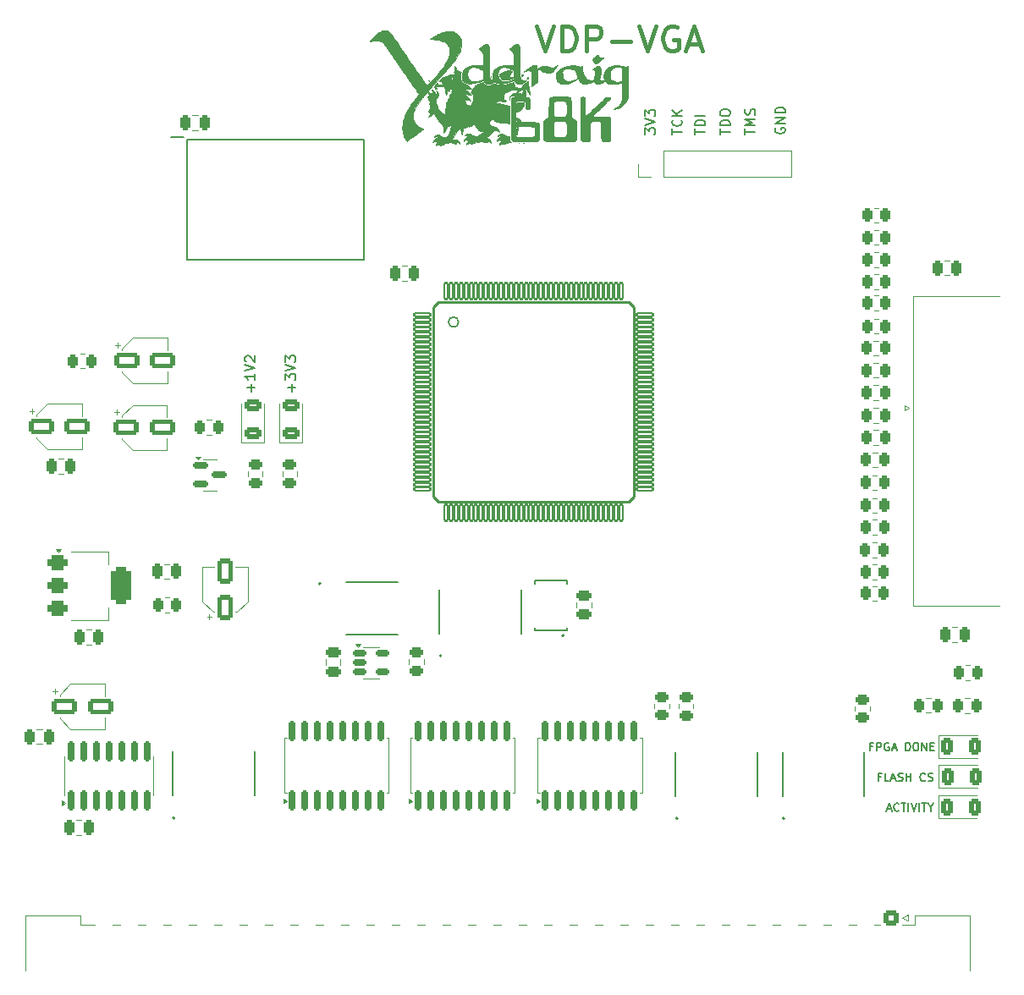
<source format=gto>
G04 #@! TF.GenerationSoftware,KiCad,Pcbnew,8.0.5*
G04 #@! TF.CreationDate,2024-10-19T15:21:04+01:00*
G04 #@! TF.ProjectId,GfxVGA,47667856-4741-42e6-9b69-6361645f7063,rev?*
G04 #@! TF.SameCoordinates,Original*
G04 #@! TF.FileFunction,Legend,Top*
G04 #@! TF.FilePolarity,Positive*
%FSLAX46Y46*%
G04 Gerber Fmt 4.6, Leading zero omitted, Abs format (unit mm)*
G04 Created by KiCad (PCBNEW 8.0.5) date 2024-10-19 15:21:04*
%MOMM*%
%LPD*%
G01*
G04 APERTURE LIST*
G04 Aperture macros list*
%AMRoundRect*
0 Rectangle with rounded corners*
0 $1 Rounding radius*
0 $2 $3 $4 $5 $6 $7 $8 $9 X,Y pos of 4 corners*
0 Add a 4 corners polygon primitive as box body*
4,1,4,$2,$3,$4,$5,$6,$7,$8,$9,$2,$3,0*
0 Add four circle primitives for the rounded corners*
1,1,$1+$1,$2,$3*
1,1,$1+$1,$4,$5*
1,1,$1+$1,$6,$7*
1,1,$1+$1,$8,$9*
0 Add four rect primitives between the rounded corners*
20,1,$1+$1,$2,$3,$4,$5,0*
20,1,$1+$1,$4,$5,$6,$7,0*
20,1,$1+$1,$6,$7,$8,$9,0*
20,1,$1+$1,$8,$9,$2,$3,0*%
G04 Aperture macros list end*
%ADD10C,0.200000*%
%ADD11C,0.150000*%
%ADD12C,0.450000*%
%ADD13C,0.120000*%
%ADD14C,0.127000*%
%ADD15C,0.254000*%
%ADD16C,0.010000*%
%ADD17C,2.850000*%
%ADD18RoundRect,0.249999X0.525001X0.525001X-0.525001X0.525001X-0.525001X-0.525001X0.525001X-0.525001X0*%
%ADD19C,1.550000*%
%ADD20RoundRect,0.250000X-0.262500X-0.450000X0.262500X-0.450000X0.262500X0.450000X-0.262500X0.450000X0*%
%ADD21RoundRect,0.250000X0.450000X-0.262500X0.450000X0.262500X-0.450000X0.262500X-0.450000X-0.262500X0*%
%ADD22C,4.000000*%
%ADD23R,1.600000X1.600000*%
%ADD24C,1.600000*%
%ADD25RoundRect,0.250000X0.250000X0.475000X-0.250000X0.475000X-0.250000X-0.475000X0.250000X-0.475000X0*%
%ADD26RoundRect,0.250000X-1.050000X-0.550000X1.050000X-0.550000X1.050000X0.550000X-1.050000X0.550000X0*%
%ADD27RoundRect,0.375000X-0.625000X-0.375000X0.625000X-0.375000X0.625000X0.375000X-0.625000X0.375000X0*%
%ADD28RoundRect,0.500000X-0.500000X-1.400000X0.500000X-1.400000X0.500000X1.400000X-0.500000X1.400000X0*%
%ADD29RoundRect,0.250000X-0.450000X0.262500X-0.450000X-0.262500X0.450000X-0.262500X0.450000X0.262500X0*%
%ADD30R,1.300000X0.300000*%
%ADD31RoundRect,0.150000X0.150000X-0.837500X0.150000X0.837500X-0.150000X0.837500X-0.150000X-0.837500X0*%
%ADD32RoundRect,0.250000X-0.250000X-0.475000X0.250000X-0.475000X0.250000X0.475000X-0.250000X0.475000X0*%
%ADD33R,0.410000X1.570000*%
%ADD34R,1.700000X1.700000*%
%ADD35O,1.700000X1.700000*%
%ADD36RoundRect,0.150000X-0.512500X-0.150000X0.512500X-0.150000X0.512500X0.150000X-0.512500X0.150000X0*%
%ADD37RoundRect,0.250000X0.475000X-0.250000X0.475000X0.250000X-0.475000X0.250000X-0.475000X-0.250000X0*%
%ADD38RoundRect,0.250000X0.550000X-1.050000X0.550000X1.050000X-0.550000X1.050000X-0.550000X-1.050000X0*%
%ADD39RoundRect,0.250000X-0.375000X-0.625000X0.375000X-0.625000X0.375000X0.625000X-0.375000X0.625000X0*%
%ADD40RoundRect,0.102000X-0.800000X-0.150000X0.800000X-0.150000X0.800000X0.150000X-0.800000X0.150000X0*%
%ADD41RoundRect,0.102000X0.150000X-0.800000X0.150000X0.800000X-0.150000X0.800000X-0.150000X-0.800000X0*%
%ADD42R,1.610000X0.580000*%
%ADD43RoundRect,0.250000X0.625000X-0.375000X0.625000X0.375000X-0.625000X0.375000X-0.625000X-0.375000X0*%
%ADD44RoundRect,0.150000X0.150000X-0.825000X0.150000X0.825000X-0.150000X0.825000X-0.150000X-0.825000X0*%
%ADD45RoundRect,0.250000X0.262500X0.450000X-0.262500X0.450000X-0.262500X-0.450000X0.262500X-0.450000X0*%
%ADD46RoundRect,0.150000X-0.587500X-0.150000X0.587500X-0.150000X0.587500X0.150000X-0.587500X0.150000X0*%
%ADD47R,1.200000X1.400000*%
G04 APERTURE END LIST*
D10*
X129055866Y-92014326D02*
X129055866Y-91252422D01*
X129436819Y-91633374D02*
X128674914Y-91633374D01*
X128436819Y-90871469D02*
X128436819Y-90252422D01*
X128436819Y-90252422D02*
X128817771Y-90585755D01*
X128817771Y-90585755D02*
X128817771Y-90442898D01*
X128817771Y-90442898D02*
X128865390Y-90347660D01*
X128865390Y-90347660D02*
X128913009Y-90300041D01*
X128913009Y-90300041D02*
X129008247Y-90252422D01*
X129008247Y-90252422D02*
X129246342Y-90252422D01*
X129246342Y-90252422D02*
X129341580Y-90300041D01*
X129341580Y-90300041D02*
X129389200Y-90347660D01*
X129389200Y-90347660D02*
X129436819Y-90442898D01*
X129436819Y-90442898D02*
X129436819Y-90728612D01*
X129436819Y-90728612D02*
X129389200Y-90823850D01*
X129389200Y-90823850D02*
X129341580Y-90871469D01*
X128436819Y-89966707D02*
X129436819Y-89633374D01*
X129436819Y-89633374D02*
X128436819Y-89300041D01*
X128436819Y-89061945D02*
X128436819Y-88442898D01*
X128436819Y-88442898D02*
X128817771Y-88776231D01*
X128817771Y-88776231D02*
X128817771Y-88633374D01*
X128817771Y-88633374D02*
X128865390Y-88538136D01*
X128865390Y-88538136D02*
X128913009Y-88490517D01*
X128913009Y-88490517D02*
X129008247Y-88442898D01*
X129008247Y-88442898D02*
X129246342Y-88442898D01*
X129246342Y-88442898D02*
X129341580Y-88490517D01*
X129341580Y-88490517D02*
X129389200Y-88538136D01*
X129389200Y-88538136D02*
X129436819Y-88633374D01*
X129436819Y-88633374D02*
X129436819Y-88919088D01*
X129436819Y-88919088D02*
X129389200Y-89014326D01*
X129389200Y-89014326D02*
X129341580Y-89061945D01*
D11*
X167109219Y-66319477D02*
X167109219Y-65748049D01*
X168109219Y-66033763D02*
X167109219Y-66033763D01*
X168013980Y-64843287D02*
X168061600Y-64890906D01*
X168061600Y-64890906D02*
X168109219Y-65033763D01*
X168109219Y-65033763D02*
X168109219Y-65129001D01*
X168109219Y-65129001D02*
X168061600Y-65271858D01*
X168061600Y-65271858D02*
X167966361Y-65367096D01*
X167966361Y-65367096D02*
X167871123Y-65414715D01*
X167871123Y-65414715D02*
X167680647Y-65462334D01*
X167680647Y-65462334D02*
X167537790Y-65462334D01*
X167537790Y-65462334D02*
X167347314Y-65414715D01*
X167347314Y-65414715D02*
X167252076Y-65367096D01*
X167252076Y-65367096D02*
X167156838Y-65271858D01*
X167156838Y-65271858D02*
X167109219Y-65129001D01*
X167109219Y-65129001D02*
X167109219Y-65033763D01*
X167109219Y-65033763D02*
X167156838Y-64890906D01*
X167156838Y-64890906D02*
X167204457Y-64843287D01*
X168109219Y-64414715D02*
X167109219Y-64414715D01*
X168109219Y-63843287D02*
X167537790Y-64271858D01*
X167109219Y-63843287D02*
X167680647Y-64414715D01*
X188617464Y-133777723D02*
X188998417Y-133777723D01*
X188541274Y-134006295D02*
X188807941Y-133206295D01*
X188807941Y-133206295D02*
X189074607Y-134006295D01*
X189798417Y-133930104D02*
X189760321Y-133968200D01*
X189760321Y-133968200D02*
X189646036Y-134006295D01*
X189646036Y-134006295D02*
X189569845Y-134006295D01*
X189569845Y-134006295D02*
X189455559Y-133968200D01*
X189455559Y-133968200D02*
X189379369Y-133892009D01*
X189379369Y-133892009D02*
X189341274Y-133815819D01*
X189341274Y-133815819D02*
X189303178Y-133663438D01*
X189303178Y-133663438D02*
X189303178Y-133549152D01*
X189303178Y-133549152D02*
X189341274Y-133396771D01*
X189341274Y-133396771D02*
X189379369Y-133320580D01*
X189379369Y-133320580D02*
X189455559Y-133244390D01*
X189455559Y-133244390D02*
X189569845Y-133206295D01*
X189569845Y-133206295D02*
X189646036Y-133206295D01*
X189646036Y-133206295D02*
X189760321Y-133244390D01*
X189760321Y-133244390D02*
X189798417Y-133282485D01*
X190026988Y-133206295D02*
X190484131Y-133206295D01*
X190255559Y-134006295D02*
X190255559Y-133206295D01*
X190750798Y-134006295D02*
X190750798Y-133206295D01*
X191017464Y-133206295D02*
X191284131Y-134006295D01*
X191284131Y-134006295D02*
X191550797Y-133206295D01*
X191817464Y-134006295D02*
X191817464Y-133206295D01*
X192084130Y-133206295D02*
X192541273Y-133206295D01*
X192312701Y-134006295D02*
X192312701Y-133206295D01*
X192960321Y-133625342D02*
X192960321Y-134006295D01*
X192693654Y-133206295D02*
X192960321Y-133625342D01*
X192960321Y-133625342D02*
X193226987Y-133206295D01*
D12*
X153574991Y-55427547D02*
X154408324Y-57927547D01*
X154408324Y-57927547D02*
X155241657Y-55427547D01*
X156074991Y-57927547D02*
X156074991Y-55427547D01*
X156074991Y-55427547D02*
X156670229Y-55427547D01*
X156670229Y-55427547D02*
X157027372Y-55546595D01*
X157027372Y-55546595D02*
X157265467Y-55784690D01*
X157265467Y-55784690D02*
X157384514Y-56022785D01*
X157384514Y-56022785D02*
X157503562Y-56498976D01*
X157503562Y-56498976D02*
X157503562Y-56856119D01*
X157503562Y-56856119D02*
X157384514Y-57332309D01*
X157384514Y-57332309D02*
X157265467Y-57570404D01*
X157265467Y-57570404D02*
X157027372Y-57808500D01*
X157027372Y-57808500D02*
X156670229Y-57927547D01*
X156670229Y-57927547D02*
X156074991Y-57927547D01*
X158574991Y-57927547D02*
X158574991Y-55427547D01*
X158574991Y-55427547D02*
X159527372Y-55427547D01*
X159527372Y-55427547D02*
X159765467Y-55546595D01*
X159765467Y-55546595D02*
X159884514Y-55665642D01*
X159884514Y-55665642D02*
X160003562Y-55903738D01*
X160003562Y-55903738D02*
X160003562Y-56260880D01*
X160003562Y-56260880D02*
X159884514Y-56498976D01*
X159884514Y-56498976D02*
X159765467Y-56618023D01*
X159765467Y-56618023D02*
X159527372Y-56737071D01*
X159527372Y-56737071D02*
X158574991Y-56737071D01*
X161074991Y-56975166D02*
X162979753Y-56975166D01*
X163813086Y-55427547D02*
X164646419Y-57927547D01*
X164646419Y-57927547D02*
X165479752Y-55427547D01*
X167622609Y-55546595D02*
X167384514Y-55427547D01*
X167384514Y-55427547D02*
X167027371Y-55427547D01*
X167027371Y-55427547D02*
X166670228Y-55546595D01*
X166670228Y-55546595D02*
X166432133Y-55784690D01*
X166432133Y-55784690D02*
X166313086Y-56022785D01*
X166313086Y-56022785D02*
X166194038Y-56498976D01*
X166194038Y-56498976D02*
X166194038Y-56856119D01*
X166194038Y-56856119D02*
X166313086Y-57332309D01*
X166313086Y-57332309D02*
X166432133Y-57570404D01*
X166432133Y-57570404D02*
X166670228Y-57808500D01*
X166670228Y-57808500D02*
X167027371Y-57927547D01*
X167027371Y-57927547D02*
X167265467Y-57927547D01*
X167265467Y-57927547D02*
X167622609Y-57808500D01*
X167622609Y-57808500D02*
X167741657Y-57689452D01*
X167741657Y-57689452D02*
X167741657Y-56856119D01*
X167741657Y-56856119D02*
X167265467Y-56856119D01*
X168694038Y-57213261D02*
X169884514Y-57213261D01*
X168455943Y-57927547D02*
X169289276Y-55427547D01*
X169289276Y-55427547D02*
X170122609Y-57927547D01*
D11*
X171909219Y-66319477D02*
X171909219Y-65748049D01*
X172909219Y-66033763D02*
X171909219Y-66033763D01*
X172909219Y-65414715D02*
X171909219Y-65414715D01*
X171909219Y-65414715D02*
X171909219Y-65176620D01*
X171909219Y-65176620D02*
X171956838Y-65033763D01*
X171956838Y-65033763D02*
X172052076Y-64938525D01*
X172052076Y-64938525D02*
X172147314Y-64890906D01*
X172147314Y-64890906D02*
X172337790Y-64843287D01*
X172337790Y-64843287D02*
X172480647Y-64843287D01*
X172480647Y-64843287D02*
X172671123Y-64890906D01*
X172671123Y-64890906D02*
X172766361Y-64938525D01*
X172766361Y-64938525D02*
X172861600Y-65033763D01*
X172861600Y-65033763D02*
X172909219Y-65176620D01*
X172909219Y-65176620D02*
X172909219Y-65414715D01*
X171909219Y-64224239D02*
X171909219Y-64033763D01*
X171909219Y-64033763D02*
X171956838Y-63938525D01*
X171956838Y-63938525D02*
X172052076Y-63843287D01*
X172052076Y-63843287D02*
X172242552Y-63795668D01*
X172242552Y-63795668D02*
X172575885Y-63795668D01*
X172575885Y-63795668D02*
X172766361Y-63843287D01*
X172766361Y-63843287D02*
X172861600Y-63938525D01*
X172861600Y-63938525D02*
X172909219Y-64033763D01*
X172909219Y-64033763D02*
X172909219Y-64224239D01*
X172909219Y-64224239D02*
X172861600Y-64319477D01*
X172861600Y-64319477D02*
X172766361Y-64414715D01*
X172766361Y-64414715D02*
X172575885Y-64462334D01*
X172575885Y-64462334D02*
X172242552Y-64462334D01*
X172242552Y-64462334D02*
X172052076Y-64414715D01*
X172052076Y-64414715D02*
X171956838Y-64319477D01*
X171956838Y-64319477D02*
X171909219Y-64224239D01*
X164409219Y-66271858D02*
X164409219Y-65652811D01*
X164409219Y-65652811D02*
X164790171Y-65986144D01*
X164790171Y-65986144D02*
X164790171Y-65843287D01*
X164790171Y-65843287D02*
X164837790Y-65748049D01*
X164837790Y-65748049D02*
X164885409Y-65700430D01*
X164885409Y-65700430D02*
X164980647Y-65652811D01*
X164980647Y-65652811D02*
X165218742Y-65652811D01*
X165218742Y-65652811D02*
X165313980Y-65700430D01*
X165313980Y-65700430D02*
X165361600Y-65748049D01*
X165361600Y-65748049D02*
X165409219Y-65843287D01*
X165409219Y-65843287D02*
X165409219Y-66129001D01*
X165409219Y-66129001D02*
X165361600Y-66224239D01*
X165361600Y-66224239D02*
X165313980Y-66271858D01*
X164409219Y-65367096D02*
X165409219Y-65033763D01*
X165409219Y-65033763D02*
X164409219Y-64700430D01*
X164409219Y-64462334D02*
X164409219Y-63843287D01*
X164409219Y-63843287D02*
X164790171Y-64176620D01*
X164790171Y-64176620D02*
X164790171Y-64033763D01*
X164790171Y-64033763D02*
X164837790Y-63938525D01*
X164837790Y-63938525D02*
X164885409Y-63890906D01*
X164885409Y-63890906D02*
X164980647Y-63843287D01*
X164980647Y-63843287D02*
X165218742Y-63843287D01*
X165218742Y-63843287D02*
X165313980Y-63890906D01*
X165313980Y-63890906D02*
X165361600Y-63938525D01*
X165361600Y-63938525D02*
X165409219Y-64033763D01*
X165409219Y-64033763D02*
X165409219Y-64319477D01*
X165409219Y-64319477D02*
X165361600Y-64414715D01*
X165361600Y-64414715D02*
X165313980Y-64462334D01*
X188005826Y-130575247D02*
X187739160Y-130575247D01*
X187739160Y-130994295D02*
X187739160Y-130194295D01*
X187739160Y-130194295D02*
X188120112Y-130194295D01*
X188805826Y-130994295D02*
X188424874Y-130994295D01*
X188424874Y-130994295D02*
X188424874Y-130194295D01*
X189034397Y-130765723D02*
X189415350Y-130765723D01*
X188958207Y-130994295D02*
X189224874Y-130194295D01*
X189224874Y-130194295D02*
X189491540Y-130994295D01*
X189720111Y-130956200D02*
X189834397Y-130994295D01*
X189834397Y-130994295D02*
X190024873Y-130994295D01*
X190024873Y-130994295D02*
X190101064Y-130956200D01*
X190101064Y-130956200D02*
X190139159Y-130918104D01*
X190139159Y-130918104D02*
X190177254Y-130841914D01*
X190177254Y-130841914D02*
X190177254Y-130765723D01*
X190177254Y-130765723D02*
X190139159Y-130689533D01*
X190139159Y-130689533D02*
X190101064Y-130651438D01*
X190101064Y-130651438D02*
X190024873Y-130613342D01*
X190024873Y-130613342D02*
X189872492Y-130575247D01*
X189872492Y-130575247D02*
X189796302Y-130537152D01*
X189796302Y-130537152D02*
X189758207Y-130499057D01*
X189758207Y-130499057D02*
X189720111Y-130422866D01*
X189720111Y-130422866D02*
X189720111Y-130346676D01*
X189720111Y-130346676D02*
X189758207Y-130270485D01*
X189758207Y-130270485D02*
X189796302Y-130232390D01*
X189796302Y-130232390D02*
X189872492Y-130194295D01*
X189872492Y-130194295D02*
X190062969Y-130194295D01*
X190062969Y-130194295D02*
X190177254Y-130232390D01*
X190520112Y-130994295D02*
X190520112Y-130194295D01*
X190520112Y-130575247D02*
X190977255Y-130575247D01*
X190977255Y-130994295D02*
X190977255Y-130194295D01*
X192424874Y-130918104D02*
X192386778Y-130956200D01*
X192386778Y-130956200D02*
X192272493Y-130994295D01*
X192272493Y-130994295D02*
X192196302Y-130994295D01*
X192196302Y-130994295D02*
X192082016Y-130956200D01*
X192082016Y-130956200D02*
X192005826Y-130880009D01*
X192005826Y-130880009D02*
X191967731Y-130803819D01*
X191967731Y-130803819D02*
X191929635Y-130651438D01*
X191929635Y-130651438D02*
X191929635Y-130537152D01*
X191929635Y-130537152D02*
X191967731Y-130384771D01*
X191967731Y-130384771D02*
X192005826Y-130308580D01*
X192005826Y-130308580D02*
X192082016Y-130232390D01*
X192082016Y-130232390D02*
X192196302Y-130194295D01*
X192196302Y-130194295D02*
X192272493Y-130194295D01*
X192272493Y-130194295D02*
X192386778Y-130232390D01*
X192386778Y-130232390D02*
X192424874Y-130270485D01*
X192729635Y-130956200D02*
X192843921Y-130994295D01*
X192843921Y-130994295D02*
X193034397Y-130994295D01*
X193034397Y-130994295D02*
X193110588Y-130956200D01*
X193110588Y-130956200D02*
X193148683Y-130918104D01*
X193148683Y-130918104D02*
X193186778Y-130841914D01*
X193186778Y-130841914D02*
X193186778Y-130765723D01*
X193186778Y-130765723D02*
X193148683Y-130689533D01*
X193148683Y-130689533D02*
X193110588Y-130651438D01*
X193110588Y-130651438D02*
X193034397Y-130613342D01*
X193034397Y-130613342D02*
X192882016Y-130575247D01*
X192882016Y-130575247D02*
X192805826Y-130537152D01*
X192805826Y-130537152D02*
X192767731Y-130499057D01*
X192767731Y-130499057D02*
X192729635Y-130422866D01*
X192729635Y-130422866D02*
X192729635Y-130346676D01*
X192729635Y-130346676D02*
X192767731Y-130270485D01*
X192767731Y-130270485D02*
X192805826Y-130232390D01*
X192805826Y-130232390D02*
X192882016Y-130194295D01*
X192882016Y-130194295D02*
X193072493Y-130194295D01*
X193072493Y-130194295D02*
X193186778Y-130232390D01*
D10*
X124991866Y-92014326D02*
X124991866Y-91252422D01*
X125372819Y-91633374D02*
X124610914Y-91633374D01*
X125372819Y-90252422D02*
X125372819Y-90823850D01*
X125372819Y-90538136D02*
X124372819Y-90538136D01*
X124372819Y-90538136D02*
X124515676Y-90633374D01*
X124515676Y-90633374D02*
X124610914Y-90728612D01*
X124610914Y-90728612D02*
X124658533Y-90823850D01*
X124372819Y-89966707D02*
X125372819Y-89633374D01*
X125372819Y-89633374D02*
X124372819Y-89300041D01*
X124468057Y-89014326D02*
X124420438Y-88966707D01*
X124420438Y-88966707D02*
X124372819Y-88871469D01*
X124372819Y-88871469D02*
X124372819Y-88633374D01*
X124372819Y-88633374D02*
X124420438Y-88538136D01*
X124420438Y-88538136D02*
X124468057Y-88490517D01*
X124468057Y-88490517D02*
X124563295Y-88442898D01*
X124563295Y-88442898D02*
X124658533Y-88442898D01*
X124658533Y-88442898D02*
X124801390Y-88490517D01*
X124801390Y-88490517D02*
X125372819Y-89061945D01*
X125372819Y-89061945D02*
X125372819Y-88442898D01*
D11*
X187155826Y-127537292D02*
X186889160Y-127537292D01*
X186889160Y-127956340D02*
X186889160Y-127156340D01*
X186889160Y-127156340D02*
X187270112Y-127156340D01*
X187574874Y-127956340D02*
X187574874Y-127156340D01*
X187574874Y-127156340D02*
X187879636Y-127156340D01*
X187879636Y-127156340D02*
X187955826Y-127194435D01*
X187955826Y-127194435D02*
X187993921Y-127232530D01*
X187993921Y-127232530D02*
X188032017Y-127308721D01*
X188032017Y-127308721D02*
X188032017Y-127423006D01*
X188032017Y-127423006D02*
X187993921Y-127499197D01*
X187993921Y-127499197D02*
X187955826Y-127537292D01*
X187955826Y-127537292D02*
X187879636Y-127575387D01*
X187879636Y-127575387D02*
X187574874Y-127575387D01*
X188793921Y-127194435D02*
X188717731Y-127156340D01*
X188717731Y-127156340D02*
X188603445Y-127156340D01*
X188603445Y-127156340D02*
X188489159Y-127194435D01*
X188489159Y-127194435D02*
X188412969Y-127270625D01*
X188412969Y-127270625D02*
X188374874Y-127346816D01*
X188374874Y-127346816D02*
X188336778Y-127499197D01*
X188336778Y-127499197D02*
X188336778Y-127613483D01*
X188336778Y-127613483D02*
X188374874Y-127765864D01*
X188374874Y-127765864D02*
X188412969Y-127842054D01*
X188412969Y-127842054D02*
X188489159Y-127918245D01*
X188489159Y-127918245D02*
X188603445Y-127956340D01*
X188603445Y-127956340D02*
X188679636Y-127956340D01*
X188679636Y-127956340D02*
X188793921Y-127918245D01*
X188793921Y-127918245D02*
X188832017Y-127880149D01*
X188832017Y-127880149D02*
X188832017Y-127613483D01*
X188832017Y-127613483D02*
X188679636Y-127613483D01*
X189136778Y-127727768D02*
X189517731Y-127727768D01*
X189060588Y-127956340D02*
X189327255Y-127156340D01*
X189327255Y-127156340D02*
X189593921Y-127956340D01*
X190470112Y-127956340D02*
X190470112Y-127156340D01*
X190470112Y-127156340D02*
X190660588Y-127156340D01*
X190660588Y-127156340D02*
X190774874Y-127194435D01*
X190774874Y-127194435D02*
X190851064Y-127270625D01*
X190851064Y-127270625D02*
X190889159Y-127346816D01*
X190889159Y-127346816D02*
X190927255Y-127499197D01*
X190927255Y-127499197D02*
X190927255Y-127613483D01*
X190927255Y-127613483D02*
X190889159Y-127765864D01*
X190889159Y-127765864D02*
X190851064Y-127842054D01*
X190851064Y-127842054D02*
X190774874Y-127918245D01*
X190774874Y-127918245D02*
X190660588Y-127956340D01*
X190660588Y-127956340D02*
X190470112Y-127956340D01*
X191422493Y-127156340D02*
X191574874Y-127156340D01*
X191574874Y-127156340D02*
X191651064Y-127194435D01*
X191651064Y-127194435D02*
X191727255Y-127270625D01*
X191727255Y-127270625D02*
X191765350Y-127423006D01*
X191765350Y-127423006D02*
X191765350Y-127689673D01*
X191765350Y-127689673D02*
X191727255Y-127842054D01*
X191727255Y-127842054D02*
X191651064Y-127918245D01*
X191651064Y-127918245D02*
X191574874Y-127956340D01*
X191574874Y-127956340D02*
X191422493Y-127956340D01*
X191422493Y-127956340D02*
X191346302Y-127918245D01*
X191346302Y-127918245D02*
X191270112Y-127842054D01*
X191270112Y-127842054D02*
X191232016Y-127689673D01*
X191232016Y-127689673D02*
X191232016Y-127423006D01*
X191232016Y-127423006D02*
X191270112Y-127270625D01*
X191270112Y-127270625D02*
X191346302Y-127194435D01*
X191346302Y-127194435D02*
X191422493Y-127156340D01*
X192108207Y-127956340D02*
X192108207Y-127156340D01*
X192108207Y-127156340D02*
X192565350Y-127956340D01*
X192565350Y-127956340D02*
X192565350Y-127156340D01*
X192946302Y-127537292D02*
X193212968Y-127537292D01*
X193327254Y-127956340D02*
X192946302Y-127956340D01*
X192946302Y-127956340D02*
X192946302Y-127156340D01*
X192946302Y-127156340D02*
X193327254Y-127156340D01*
X169409219Y-66319477D02*
X169409219Y-65748049D01*
X170409219Y-66033763D02*
X169409219Y-66033763D01*
X170409219Y-65414715D02*
X169409219Y-65414715D01*
X169409219Y-65414715D02*
X169409219Y-65176620D01*
X169409219Y-65176620D02*
X169456838Y-65033763D01*
X169456838Y-65033763D02*
X169552076Y-64938525D01*
X169552076Y-64938525D02*
X169647314Y-64890906D01*
X169647314Y-64890906D02*
X169837790Y-64843287D01*
X169837790Y-64843287D02*
X169980647Y-64843287D01*
X169980647Y-64843287D02*
X170171123Y-64890906D01*
X170171123Y-64890906D02*
X170266361Y-64938525D01*
X170266361Y-64938525D02*
X170361600Y-65033763D01*
X170361600Y-65033763D02*
X170409219Y-65176620D01*
X170409219Y-65176620D02*
X170409219Y-65414715D01*
X170409219Y-64414715D02*
X169409219Y-64414715D01*
X177456838Y-65652811D02*
X177409219Y-65748049D01*
X177409219Y-65748049D02*
X177409219Y-65890906D01*
X177409219Y-65890906D02*
X177456838Y-66033763D01*
X177456838Y-66033763D02*
X177552076Y-66129001D01*
X177552076Y-66129001D02*
X177647314Y-66176620D01*
X177647314Y-66176620D02*
X177837790Y-66224239D01*
X177837790Y-66224239D02*
X177980647Y-66224239D01*
X177980647Y-66224239D02*
X178171123Y-66176620D01*
X178171123Y-66176620D02*
X178266361Y-66129001D01*
X178266361Y-66129001D02*
X178361600Y-66033763D01*
X178361600Y-66033763D02*
X178409219Y-65890906D01*
X178409219Y-65890906D02*
X178409219Y-65795668D01*
X178409219Y-65795668D02*
X178361600Y-65652811D01*
X178361600Y-65652811D02*
X178313980Y-65605192D01*
X178313980Y-65605192D02*
X177980647Y-65605192D01*
X177980647Y-65605192D02*
X177980647Y-65795668D01*
X178409219Y-65176620D02*
X177409219Y-65176620D01*
X177409219Y-65176620D02*
X178409219Y-64605192D01*
X178409219Y-64605192D02*
X177409219Y-64605192D01*
X178409219Y-64129001D02*
X177409219Y-64129001D01*
X177409219Y-64129001D02*
X177409219Y-63890906D01*
X177409219Y-63890906D02*
X177456838Y-63748049D01*
X177456838Y-63748049D02*
X177552076Y-63652811D01*
X177552076Y-63652811D02*
X177647314Y-63605192D01*
X177647314Y-63605192D02*
X177837790Y-63557573D01*
X177837790Y-63557573D02*
X177980647Y-63557573D01*
X177980647Y-63557573D02*
X178171123Y-63605192D01*
X178171123Y-63605192D02*
X178266361Y-63652811D01*
X178266361Y-63652811D02*
X178361600Y-63748049D01*
X178361600Y-63748049D02*
X178409219Y-63890906D01*
X178409219Y-63890906D02*
X178409219Y-64129001D01*
X174409219Y-66319477D02*
X174409219Y-65748049D01*
X175409219Y-66033763D02*
X174409219Y-66033763D01*
X175409219Y-65414715D02*
X174409219Y-65414715D01*
X174409219Y-65414715D02*
X175123504Y-65081382D01*
X175123504Y-65081382D02*
X174409219Y-64748049D01*
X174409219Y-64748049D02*
X175409219Y-64748049D01*
X175361600Y-64319477D02*
X175409219Y-64176620D01*
X175409219Y-64176620D02*
X175409219Y-63938525D01*
X175409219Y-63938525D02*
X175361600Y-63843287D01*
X175361600Y-63843287D02*
X175313980Y-63795668D01*
X175313980Y-63795668D02*
X175218742Y-63748049D01*
X175218742Y-63748049D02*
X175123504Y-63748049D01*
X175123504Y-63748049D02*
X175028266Y-63795668D01*
X175028266Y-63795668D02*
X174980647Y-63843287D01*
X174980647Y-63843287D02*
X174933028Y-63938525D01*
X174933028Y-63938525D02*
X174885409Y-64129001D01*
X174885409Y-64129001D02*
X174837790Y-64224239D01*
X174837790Y-64224239D02*
X174790171Y-64271858D01*
X174790171Y-64271858D02*
X174694933Y-64319477D01*
X174694933Y-64319477D02*
X174599695Y-64319477D01*
X174599695Y-64319477D02*
X174504457Y-64271858D01*
X174504457Y-64271858D02*
X174456838Y-64224239D01*
X174456838Y-64224239D02*
X174409219Y-64129001D01*
X174409219Y-64129001D02*
X174409219Y-63890906D01*
X174409219Y-63890906D02*
X174456838Y-63748049D01*
D13*
X102365000Y-144418400D02*
X107885000Y-144418400D01*
X102365000Y-149978400D02*
X102365000Y-144418400D01*
X107885000Y-144418400D02*
X107885000Y-145418400D01*
X109385000Y-145418400D02*
X107885000Y-145418400D01*
X111925000Y-145418400D02*
X111124000Y-145418400D01*
X114465000Y-145418400D02*
X113664000Y-145418400D01*
X117005000Y-145418400D02*
X116204000Y-145418400D01*
X119545000Y-145418400D02*
X118744000Y-145418400D01*
X122085000Y-145418400D02*
X121284000Y-145418400D01*
X124625000Y-145418400D02*
X123824000Y-145418400D01*
X127165000Y-145418400D02*
X126364000Y-145418400D01*
X129705000Y-145418400D02*
X128904000Y-145418400D01*
X132245000Y-145418400D02*
X131444000Y-145418400D01*
X134785000Y-145418400D02*
X133984000Y-145418400D01*
X137325000Y-145418400D02*
X136524000Y-145418400D01*
X139865000Y-145418400D02*
X139064000Y-145418400D01*
X142405000Y-145418400D02*
X141604000Y-145418400D01*
X144945000Y-145418400D02*
X144144000Y-145418400D01*
X147485000Y-145418400D02*
X146684000Y-145418400D01*
X150025000Y-145418400D02*
X149224000Y-145418400D01*
X152565000Y-145418400D02*
X151764000Y-145418400D01*
X155105000Y-145418400D02*
X154304000Y-145418400D01*
X157645000Y-145418400D02*
X156844000Y-145418400D01*
X160185000Y-145418400D02*
X159384000Y-145418400D01*
X162725000Y-145418400D02*
X161924000Y-145418400D01*
X165265000Y-145418400D02*
X164464000Y-145418400D01*
X167805000Y-145418400D02*
X167004000Y-145418400D01*
X170345000Y-145418400D02*
X169544000Y-145418400D01*
X172885000Y-145418400D02*
X172084000Y-145418400D01*
X175425000Y-145418400D02*
X174624000Y-145418400D01*
X177965000Y-145418400D02*
X177164000Y-145418400D01*
X180505000Y-145418400D02*
X179704000Y-145418400D01*
X183045000Y-145418400D02*
X182244000Y-145418400D01*
X185585000Y-145418400D02*
X184784000Y-145418400D01*
X187900000Y-145418400D02*
X187324000Y-145418400D01*
X190090000Y-144678400D02*
X190690000Y-144978400D01*
X190690000Y-144378400D02*
X190090000Y-144678400D01*
X190690000Y-144978400D02*
X190690000Y-144378400D01*
X191365000Y-144418400D02*
X191365000Y-145418400D01*
X191366000Y-145418400D02*
X190090000Y-145418400D01*
X196885000Y-144418400D02*
X191365000Y-144418400D01*
X196885000Y-149978400D02*
X196885000Y-144418400D01*
X187268036Y-93687800D02*
X187722164Y-93687800D01*
X187268036Y-95157800D02*
X187722164Y-95157800D01*
X140799100Y-119277364D02*
X140799100Y-118823236D01*
X142269100Y-119277364D02*
X142269100Y-118823236D01*
X190356062Y-93380600D02*
X190789075Y-93630600D01*
X190356062Y-93880600D02*
X190356062Y-93380600D01*
X190789075Y-93630600D02*
X190356062Y-93880600D01*
X191250400Y-82460600D02*
X199850400Y-82460600D01*
X191250400Y-113430600D02*
X191250400Y-82460600D01*
X199850400Y-113430600D02*
X191250400Y-113430600D01*
X187166436Y-100393400D02*
X187620564Y-100393400D01*
X187166436Y-101863400D02*
X187620564Y-101863400D01*
X196472436Y-119407000D02*
X196926564Y-119407000D01*
X196472436Y-120877000D02*
X196926564Y-120877000D01*
X116796452Y-109297800D02*
X116273948Y-109297800D01*
X116796452Y-110767800D02*
X116273948Y-110767800D01*
X111317400Y-94070600D02*
X111817400Y-94070600D01*
X111567400Y-93820600D02*
X111567400Y-94320600D01*
X112057400Y-94435037D02*
X112057400Y-94570600D01*
X112057400Y-94435037D02*
X113121837Y-93370600D01*
X112057400Y-96826163D02*
X112057400Y-96690600D01*
X112057400Y-96826163D02*
X113121837Y-97890600D01*
X113121837Y-93370600D02*
X116577400Y-93370600D01*
X113121837Y-97890600D02*
X116577400Y-97890600D01*
X116577400Y-93370600D02*
X116577400Y-94570600D01*
X116577400Y-97890600D02*
X116577400Y-96690600D01*
X106963200Y-108045200D02*
X110723200Y-108045200D01*
X106963200Y-114865200D02*
X110723200Y-114865200D01*
X110723200Y-108045200D02*
X110723200Y-109305200D01*
X110723200Y-114865200D02*
X110723200Y-113605200D01*
X105683200Y-108145200D02*
X105443200Y-107815200D01*
X105923200Y-107815200D01*
X105683200Y-108145200D01*
G36*
X105683200Y-108145200D02*
G01*
X105443200Y-107815200D01*
X105923200Y-107815200D01*
X105683200Y-108145200D01*
G37*
X128123400Y-100032836D02*
X128123400Y-100486964D01*
X129593400Y-100032836D02*
X129593400Y-100486964D01*
D10*
X116962400Y-66581000D02*
X118262400Y-66581000D01*
X118612400Y-66831000D02*
X136312400Y-66831000D01*
X118612400Y-78831000D02*
X118612400Y-66831000D01*
X136312400Y-66831000D02*
X136312400Y-78831000D01*
X136312400Y-78831000D02*
X118612400Y-78831000D01*
D13*
X140920000Y-126677500D02*
X141125000Y-126677500D01*
X140920000Y-129437500D02*
X140920000Y-126677500D01*
X140920000Y-129437500D02*
X140920000Y-132197500D01*
X140920000Y-132197500D02*
X141125000Y-132197500D01*
X151340000Y-126677500D02*
X151135000Y-126677500D01*
X151340000Y-129437500D02*
X151340000Y-126677500D01*
X151340000Y-129437500D02*
X151340000Y-132197500D01*
X151340000Y-132197500D02*
X151135000Y-132197500D01*
X141125000Y-132987500D02*
X140795000Y-133227500D01*
X140795000Y-132747500D01*
X141125000Y-132987500D01*
G36*
X141125000Y-132987500D02*
G01*
X140795000Y-133227500D01*
X140795000Y-132747500D01*
X141125000Y-132987500D01*
G37*
X128320000Y-126677500D02*
X128525000Y-126677500D01*
X128320000Y-129437500D02*
X128320000Y-126677500D01*
X128320000Y-129437500D02*
X128320000Y-132197500D01*
X128320000Y-132197500D02*
X128525000Y-132197500D01*
X138740000Y-126677500D02*
X138535000Y-126677500D01*
X138740000Y-129437500D02*
X138740000Y-126677500D01*
X138740000Y-129437500D02*
X138740000Y-132197500D01*
X138740000Y-132197500D02*
X138535000Y-132197500D01*
X128525000Y-132987500D02*
X128195000Y-133227500D01*
X128195000Y-132747500D01*
X128525000Y-132987500D01*
G36*
X128525000Y-132987500D02*
G01*
X128195000Y-133227500D01*
X128195000Y-132747500D01*
X128525000Y-132987500D01*
G37*
X196421636Y-122709000D02*
X196875764Y-122709000D01*
X196421636Y-124179000D02*
X196875764Y-124179000D01*
X120556036Y-94849400D02*
X121010164Y-94849400D01*
X120556036Y-96319400D02*
X121010164Y-96319400D01*
X107500748Y-134901000D02*
X108023252Y-134901000D01*
X107500748Y-136371000D02*
X108023252Y-136371000D01*
X187318836Y-73636200D02*
X187772964Y-73636200D01*
X187318836Y-75106200D02*
X187772964Y-75106200D01*
D14*
X178138600Y-132502200D02*
X178138600Y-128102200D01*
X186338600Y-132502200D02*
X186338600Y-128102200D01*
D10*
X178353600Y-134742200D02*
G75*
G02*
X178153600Y-134742200I-100000J0D01*
G01*
X178153600Y-134742200D02*
G75*
G02*
X178353600Y-134742200I100000J0D01*
G01*
D13*
X163668400Y-70570400D02*
X163668400Y-69240400D01*
X164998400Y-70570400D02*
X163668400Y-70570400D01*
X166268400Y-67910400D02*
X179028400Y-67910400D01*
X166268400Y-70570400D02*
X166268400Y-67910400D01*
X166268400Y-70570400D02*
X179028400Y-70570400D01*
X179028400Y-70570400D02*
X179028400Y-67910400D01*
X187166436Y-102679400D02*
X187620564Y-102679400D01*
X187166436Y-104149400D02*
X187620564Y-104149400D01*
D14*
X167458000Y-132502200D02*
X167458000Y-128102200D01*
X175658000Y-132502200D02*
X175658000Y-128102200D01*
D10*
X167673000Y-134742200D02*
G75*
G02*
X167473000Y-134742200I-100000J0D01*
G01*
X167473000Y-134742200D02*
G75*
G02*
X167673000Y-134742200I100000J0D01*
G01*
D13*
X187176036Y-98121800D02*
X187630164Y-98121800D01*
X187176036Y-99591800D02*
X187630164Y-99591800D01*
X111350000Y-87365000D02*
X111850000Y-87365000D01*
X111600000Y-87115000D02*
X111600000Y-87615000D01*
X112090000Y-87729437D02*
X112090000Y-87865000D01*
X112090000Y-87729437D02*
X113154437Y-86665000D01*
X112090000Y-90120563D02*
X112090000Y-89985000D01*
X112090000Y-90120563D02*
X113154437Y-91185000D01*
X113154437Y-86665000D02*
X116610000Y-86665000D01*
X113154437Y-91185000D02*
X116610000Y-91185000D01*
X116610000Y-86665000D02*
X116610000Y-87865000D01*
X116610000Y-91185000D02*
X116610000Y-89985000D01*
X136987500Y-117590000D02*
X136187500Y-117590000D01*
X136987500Y-117590000D02*
X137787500Y-117590000D01*
X136987500Y-120710000D02*
X136187500Y-120710000D01*
X136987500Y-120710000D02*
X137787500Y-120710000D01*
X135687500Y-117640000D02*
X135447500Y-117310000D01*
X135927500Y-117310000D01*
X135687500Y-117640000D01*
G36*
X135687500Y-117640000D02*
G01*
X135447500Y-117310000D01*
X135927500Y-117310000D01*
X135687500Y-117640000D01*
G37*
X187318836Y-80291000D02*
X187772964Y-80291000D01*
X187318836Y-81761000D02*
X187772964Y-81761000D01*
X104061252Y-125815000D02*
X103538748Y-125815000D01*
X104061252Y-127285000D02*
X103538748Y-127285000D01*
X187318836Y-78106600D02*
X187772964Y-78106600D01*
X187318836Y-79576600D02*
X187772964Y-79576600D01*
X153665000Y-126677500D02*
X153870000Y-126677500D01*
X153665000Y-129437500D02*
X153665000Y-126677500D01*
X153665000Y-129437500D02*
X153665000Y-132197500D01*
X153665000Y-132197500D02*
X153870000Y-132197500D01*
X164085000Y-126677500D02*
X163880000Y-126677500D01*
X164085000Y-129437500D02*
X164085000Y-126677500D01*
X164085000Y-129437500D02*
X164085000Y-132197500D01*
X164085000Y-132197500D02*
X163880000Y-132197500D01*
X153870000Y-132987500D02*
X153540000Y-133227500D01*
X153540000Y-132747500D01*
X153870000Y-132987500D01*
G36*
X153870000Y-132987500D02*
G01*
X153540000Y-133227500D01*
X153540000Y-132747500D01*
X153870000Y-132987500D01*
G37*
X194353548Y-78919400D02*
X194876052Y-78919400D01*
X194353548Y-80389400D02*
X194876052Y-80389400D01*
X124669000Y-100483164D02*
X124669000Y-100029036D01*
X126139000Y-100483164D02*
X126139000Y-100029036D01*
X132449100Y-119349052D02*
X132449100Y-118826548D01*
X133919100Y-119349052D02*
X133919100Y-118826548D01*
X120117200Y-109572800D02*
X121317200Y-109572800D01*
X120117200Y-113028363D02*
X120117200Y-109572800D01*
X120567200Y-114582800D02*
X121067200Y-114582800D01*
X120817200Y-114832800D02*
X120817200Y-114332800D01*
X121181637Y-114092800D02*
X120117200Y-113028363D01*
X121181637Y-114092800D02*
X121317200Y-114092800D01*
X123572763Y-114092800D02*
X123437200Y-114092800D01*
X123572763Y-114092800D02*
X124637200Y-113028363D01*
X124637200Y-109572800D02*
X123437200Y-109572800D01*
X124637200Y-113028363D02*
X124637200Y-109572800D01*
X193723800Y-132469000D02*
X193723800Y-134739000D01*
X193723800Y-134739000D02*
X197608800Y-134739000D01*
X197608800Y-132469000D02*
X193723800Y-132469000D01*
X107872636Y-88240800D02*
X108326764Y-88240800D01*
X107872636Y-89710800D02*
X108326764Y-89710800D01*
X185415000Y-123964564D02*
X185415000Y-123510436D01*
X186885000Y-123964564D02*
X186885000Y-123510436D01*
X187125236Y-111482200D02*
X187579364Y-111482200D01*
X187125236Y-112952200D02*
X187579364Y-112952200D01*
X119636252Y-64390000D02*
X119113748Y-64390000D01*
X119636252Y-65860000D02*
X119113748Y-65860000D01*
X108491348Y-115851000D02*
X109013852Y-115851000D01*
X108491348Y-117321000D02*
X109013852Y-117321000D01*
X187268036Y-91401800D02*
X187722164Y-91401800D01*
X187268036Y-92871800D02*
X187722164Y-92871800D01*
D15*
X143238200Y-83565600D02*
X143238200Y-102565600D01*
X143238200Y-102565600D02*
X143738200Y-103065600D01*
X143738200Y-83065600D02*
X143238200Y-83565600D01*
X143738200Y-103065600D02*
X162738200Y-103065600D01*
X162738200Y-83065600D02*
X143738200Y-83065600D01*
X162738200Y-103065600D02*
X163238200Y-102565600D01*
X163238200Y-83565600D02*
X162738200Y-83065600D01*
X163238200Y-102565600D02*
X163238200Y-83565600D01*
D14*
X145738200Y-85065600D02*
G75*
G02*
X144738200Y-85065600I-500000J0D01*
G01*
X144738200Y-85065600D02*
G75*
G02*
X145738200Y-85065600I500000J0D01*
G01*
D13*
X105105800Y-121985600D02*
X105605800Y-121985600D01*
X105355800Y-121735600D02*
X105355800Y-122235600D01*
X105845800Y-122350037D02*
X105845800Y-122485600D01*
X105845800Y-122350037D02*
X106910237Y-121285600D01*
X105845800Y-124741163D02*
X105845800Y-124605600D01*
X105845800Y-124741163D02*
X106910237Y-125805600D01*
X106910237Y-121285600D02*
X110365800Y-121285600D01*
X106910237Y-125805600D02*
X110365800Y-125805600D01*
X110365800Y-121285600D02*
X110365800Y-122485600D01*
X110365800Y-125805600D02*
X110365800Y-124605600D01*
X157549400Y-113640252D02*
X157549400Y-113117748D01*
X159019400Y-113640252D02*
X159019400Y-113117748D01*
X187268036Y-95872200D02*
X187722164Y-95872200D01*
X187268036Y-97342200D02*
X187722164Y-97342200D01*
X187268036Y-89166600D02*
X187722164Y-89166600D01*
X187268036Y-90636600D02*
X187722164Y-90636600D01*
X195130748Y-115597000D02*
X195653252Y-115597000D01*
X195130748Y-117067000D02*
X195653252Y-117067000D01*
D14*
X134452000Y-111088600D02*
X139682000Y-111088600D01*
X134452000Y-116368600D02*
X139682000Y-116368600D01*
D10*
X131952000Y-111243600D02*
G75*
G02*
X131752000Y-111243600I-100000J0D01*
G01*
X131752000Y-111243600D02*
G75*
G02*
X131952000Y-111243600I100000J0D01*
G01*
D13*
X127825000Y-93200000D02*
X127825000Y-97085000D01*
X127825000Y-97085000D02*
X130095000Y-97085000D01*
X130095000Y-97085000D02*
X130095000Y-93200000D01*
X165330200Y-123721864D02*
X165330200Y-123267736D01*
X166800200Y-123721864D02*
X166800200Y-123267736D01*
X106240652Y-98756400D02*
X105718148Y-98756400D01*
X106240652Y-100226400D02*
X105718148Y-100226400D01*
D14*
X143800000Y-116220000D02*
X143800000Y-111820000D01*
X152000000Y-116220000D02*
X152000000Y-111820000D01*
D10*
X144015000Y-118460000D02*
G75*
G02*
X143815000Y-118460000I-100000J0D01*
G01*
X143815000Y-118460000D02*
G75*
G02*
X144015000Y-118460000I100000J0D01*
G01*
D13*
X187166436Y-104863800D02*
X187620564Y-104863800D01*
X187166436Y-106333800D02*
X187620564Y-106333800D01*
X124015000Y-93200000D02*
X124015000Y-97085000D01*
X124015000Y-97085000D02*
X126285000Y-97085000D01*
X126285000Y-97085000D02*
X126285000Y-93200000D01*
X106309000Y-130491000D02*
X106309000Y-128541000D01*
X106309000Y-130491000D02*
X106309000Y-132441000D01*
X115179000Y-130491000D02*
X115179000Y-128541000D01*
X115179000Y-130491000D02*
X115179000Y-132441000D01*
X106374000Y-133191000D02*
X106044000Y-133431000D01*
X106044000Y-132951000D01*
X106374000Y-133191000D01*
G36*
X106374000Y-133191000D02*
G01*
X106044000Y-133431000D01*
X106044000Y-132951000D01*
X106374000Y-133191000D01*
G37*
X193774600Y-129421000D02*
X193774600Y-131691000D01*
X193774600Y-131691000D02*
X197659600Y-131691000D01*
X197659600Y-129421000D02*
X193774600Y-129421000D01*
D14*
X117113800Y-132451800D02*
X117113800Y-128051800D01*
X125313800Y-132451800D02*
X125313800Y-128051800D01*
D10*
X117328800Y-134691800D02*
G75*
G02*
X117128800Y-134691800I-100000J0D01*
G01*
X117128800Y-134691800D02*
G75*
G02*
X117328800Y-134691800I100000J0D01*
G01*
D13*
X102789800Y-93969000D02*
X103289800Y-93969000D01*
X103039800Y-93719000D02*
X103039800Y-94219000D01*
X103529800Y-94333437D02*
X103529800Y-94469000D01*
X103529800Y-94333437D02*
X104594237Y-93269000D01*
X103529800Y-96724563D02*
X103529800Y-96589000D01*
X103529800Y-96724563D02*
X104594237Y-97789000D01*
X104594237Y-93269000D02*
X108049800Y-93269000D01*
X104594237Y-97789000D02*
X108049800Y-97789000D01*
X108049800Y-93269000D02*
X108049800Y-94469000D01*
X108049800Y-97789000D02*
X108049800Y-96589000D01*
X167768600Y-123747264D02*
X167768600Y-123293136D01*
X169238600Y-123747264D02*
X169238600Y-123293136D01*
D16*
X151785675Y-67116140D02*
X151779325Y-67122490D01*
X151772975Y-67116140D01*
X151779325Y-67109790D01*
X151785675Y-67116140D01*
G36*
X151785675Y-67116140D02*
G01*
X151779325Y-67122490D01*
X151772975Y-67116140D01*
X151779325Y-67109790D01*
X151785675Y-67116140D01*
G37*
X148974741Y-60497323D02*
X148976261Y-60512395D01*
X148974741Y-60514256D01*
X148967191Y-60512513D01*
X148966275Y-60505790D01*
X148970921Y-60495336D01*
X148974741Y-60497323D01*
G36*
X148974741Y-60497323D02*
G01*
X148976261Y-60512395D01*
X148974741Y-60514256D01*
X148967191Y-60512513D01*
X148966275Y-60505790D01*
X148970921Y-60495336D01*
X148974741Y-60497323D01*
G37*
X152253151Y-67116420D02*
X152255575Y-67122490D01*
X152246459Y-67134826D01*
X152243624Y-67135190D01*
X152226424Y-67125958D01*
X152223825Y-67122490D01*
X152226704Y-67111617D01*
X152235775Y-67109790D01*
X152253151Y-67116420D01*
G36*
X152253151Y-67116420D02*
G01*
X152255575Y-67122490D01*
X152246459Y-67134826D01*
X152243624Y-67135190D01*
X152226424Y-67125958D01*
X152223825Y-67122490D01*
X152226704Y-67111617D01*
X152235775Y-67109790D01*
X152253151Y-67116420D01*
G37*
X142761300Y-60859672D02*
X142782249Y-60870276D01*
X142811668Y-60892943D01*
X142817078Y-60914493D01*
X142799302Y-60939145D01*
X142796249Y-60941971D01*
X142775539Y-60958596D01*
X142762977Y-60958190D01*
X142752805Y-60937831D01*
X142745951Y-60916444D01*
X142737088Y-60877150D01*
X142741885Y-60858633D01*
X142761300Y-60859672D01*
G36*
X142761300Y-60859672D02*
G01*
X142782249Y-60870276D01*
X142811668Y-60892943D01*
X142817078Y-60914493D01*
X142799302Y-60939145D01*
X142796249Y-60941971D01*
X142775539Y-60958596D01*
X142762977Y-60958190D01*
X142752805Y-60937831D01*
X142745951Y-60916444D01*
X142737088Y-60877150D01*
X142741885Y-60858633D01*
X142761300Y-60859672D01*
G37*
X144981068Y-60580256D02*
X145011350Y-60607260D01*
X145028179Y-60641457D01*
X145029275Y-60651840D01*
X145018670Y-60685502D01*
X144992722Y-60715561D01*
X144960227Y-60732964D01*
X144949056Y-60734390D01*
X144916711Y-60727127D01*
X144892400Y-60714619D01*
X144869531Y-60685628D01*
X144865137Y-60649579D01*
X144876594Y-60613555D01*
X144901278Y-60584642D01*
X144936565Y-60569923D01*
X144946230Y-60569290D01*
X144981068Y-60580256D01*
G36*
X144981068Y-60580256D02*
G01*
X145011350Y-60607260D01*
X145028179Y-60641457D01*
X145029275Y-60651840D01*
X145018670Y-60685502D01*
X144992722Y-60715561D01*
X144960227Y-60732964D01*
X144949056Y-60734390D01*
X144916711Y-60727127D01*
X144892400Y-60714619D01*
X144869531Y-60685628D01*
X144865137Y-60649579D01*
X144876594Y-60613555D01*
X144901278Y-60584642D01*
X144936565Y-60569923D01*
X144946230Y-60569290D01*
X144981068Y-60580256D01*
G37*
X152166438Y-60262492D02*
X152164899Y-60289147D01*
X152162790Y-60305318D01*
X152150284Y-60366436D01*
X152130025Y-60409876D01*
X152098116Y-60443065D01*
X152085816Y-60452047D01*
X152053958Y-60472563D01*
X152035698Y-60479078D01*
X152024457Y-60473020D01*
X152019805Y-60466364D01*
X152014243Y-60446928D01*
X152008600Y-60410703D01*
X152004860Y-60374148D01*
X151998584Y-60295957D01*
X152060404Y-60278813D01*
X152101626Y-60267337D01*
X152135760Y-60257760D01*
X152146450Y-60254724D01*
X152160902Y-60252918D01*
X152166438Y-60262492D01*
G36*
X152166438Y-60262492D02*
G01*
X152164899Y-60289147D01*
X152162790Y-60305318D01*
X152150284Y-60366436D01*
X152130025Y-60409876D01*
X152098116Y-60443065D01*
X152085816Y-60452047D01*
X152053958Y-60472563D01*
X152035698Y-60479078D01*
X152024457Y-60473020D01*
X152019805Y-60466364D01*
X152014243Y-60446928D01*
X152008600Y-60410703D01*
X152004860Y-60374148D01*
X151998584Y-60295957D01*
X152060404Y-60278813D01*
X152101626Y-60267337D01*
X152135760Y-60257760D01*
X152146450Y-60254724D01*
X152160902Y-60252918D01*
X152166438Y-60262492D01*
G37*
X152656116Y-60551418D02*
X152661080Y-60595400D01*
X152661975Y-60639140D01*
X152660943Y-60687721D01*
X152658188Y-60724630D01*
X152654224Y-60744130D01*
X152652450Y-60745777D01*
X152635077Y-60742023D01*
X152603373Y-60734261D01*
X152592125Y-60731394D01*
X152559573Y-60722505D01*
X152539634Y-60716090D01*
X152537334Y-60714958D01*
X152540747Y-60702918D01*
X152553355Y-60673929D01*
X152572673Y-60633599D01*
X152578769Y-60621391D01*
X152608215Y-60567329D01*
X152630426Y-60537541D01*
X152646146Y-60532184D01*
X152656116Y-60551418D01*
G36*
X152656116Y-60551418D02*
G01*
X152661080Y-60595400D01*
X152661975Y-60639140D01*
X152660943Y-60687721D01*
X152658188Y-60724630D01*
X152654224Y-60744130D01*
X152652450Y-60745777D01*
X152635077Y-60742023D01*
X152603373Y-60734261D01*
X152592125Y-60731394D01*
X152559573Y-60722505D01*
X152539634Y-60716090D01*
X152537334Y-60714958D01*
X152540747Y-60702918D01*
X152553355Y-60673929D01*
X152572673Y-60633599D01*
X152578769Y-60621391D01*
X152608215Y-60567329D01*
X152630426Y-60537541D01*
X152646146Y-60532184D01*
X152656116Y-60551418D01*
G37*
X151554618Y-64614539D02*
X151595464Y-64633495D01*
X151651799Y-64663271D01*
X151720704Y-64702379D01*
X151740392Y-64713937D01*
X151783551Y-64741926D01*
X151830967Y-64776636D01*
X151878131Y-64814241D01*
X151920535Y-64850913D01*
X151953671Y-64882828D01*
X151973031Y-64906158D01*
X151976175Y-64914057D01*
X151964402Y-64918389D01*
X151932728Y-64921452D01*
X151886619Y-64923269D01*
X151831541Y-64923859D01*
X151772959Y-64923244D01*
X151716340Y-64921445D01*
X151667151Y-64918483D01*
X151630856Y-64914377D01*
X151622345Y-64912706D01*
X151577212Y-64895330D01*
X151548734Y-64865306D01*
X151531157Y-64816542D01*
X151531043Y-64816052D01*
X151524250Y-64774979D01*
X151520441Y-64727694D01*
X151519579Y-64680807D01*
X151521627Y-64640929D01*
X151526551Y-64614670D01*
X151532180Y-64607890D01*
X151554618Y-64614539D01*
G36*
X151554618Y-64614539D02*
G01*
X151595464Y-64633495D01*
X151651799Y-64663271D01*
X151720704Y-64702379D01*
X151740392Y-64713937D01*
X151783551Y-64741926D01*
X151830967Y-64776636D01*
X151878131Y-64814241D01*
X151920535Y-64850913D01*
X151953671Y-64882828D01*
X151973031Y-64906158D01*
X151976175Y-64914057D01*
X151964402Y-64918389D01*
X151932728Y-64921452D01*
X151886619Y-64923269D01*
X151831541Y-64923859D01*
X151772959Y-64923244D01*
X151716340Y-64921445D01*
X151667151Y-64918483D01*
X151630856Y-64914377D01*
X151622345Y-64912706D01*
X151577212Y-64895330D01*
X151548734Y-64865306D01*
X151531157Y-64816542D01*
X151531043Y-64816052D01*
X151524250Y-64774979D01*
X151520441Y-64727694D01*
X151519579Y-64680807D01*
X151521627Y-64640929D01*
X151526551Y-64614670D01*
X151532180Y-64607890D01*
X151554618Y-64614539D01*
G37*
X151666873Y-65659031D02*
X151670054Y-65682568D01*
X151666468Y-65724096D01*
X151656903Y-65786466D01*
X151651091Y-65820740D01*
X151640128Y-65881983D01*
X151626737Y-65952766D01*
X151611930Y-66028180D01*
X151596715Y-66103316D01*
X151582101Y-66173268D01*
X151569099Y-66233128D01*
X151558717Y-66277988D01*
X151551965Y-66302940D01*
X151551826Y-66303340D01*
X151544381Y-66303898D01*
X151536328Y-66290640D01*
X151532952Y-66270513D01*
X151529995Y-66229307D01*
X151527626Y-66171340D01*
X151526017Y-66100932D01*
X151525336Y-66022401D01*
X151525325Y-66010668D01*
X151525710Y-65915200D01*
X151527430Y-65841646D01*
X151531335Y-65786524D01*
X151538272Y-65746353D01*
X151549088Y-65717651D01*
X151564633Y-65696938D01*
X151585755Y-65680732D01*
X151608847Y-65667837D01*
X151637057Y-65654518D01*
X151656136Y-65650632D01*
X151666873Y-65659031D01*
G36*
X151666873Y-65659031D02*
G01*
X151670054Y-65682568D01*
X151666468Y-65724096D01*
X151656903Y-65786466D01*
X151651091Y-65820740D01*
X151640128Y-65881983D01*
X151626737Y-65952766D01*
X151611930Y-66028180D01*
X151596715Y-66103316D01*
X151582101Y-66173268D01*
X151569099Y-66233128D01*
X151558717Y-66277988D01*
X151551965Y-66302940D01*
X151551826Y-66303340D01*
X151544381Y-66303898D01*
X151536328Y-66290640D01*
X151532952Y-66270513D01*
X151529995Y-66229307D01*
X151527626Y-66171340D01*
X151526017Y-66100932D01*
X151525336Y-66022401D01*
X151525325Y-66010668D01*
X151525710Y-65915200D01*
X151527430Y-65841646D01*
X151531335Y-65786524D01*
X151538272Y-65746353D01*
X151549088Y-65717651D01*
X151564633Y-65696938D01*
X151585755Y-65680732D01*
X151608847Y-65667837D01*
X151637057Y-65654518D01*
X151656136Y-65650632D01*
X151666873Y-65659031D01*
G37*
X159739724Y-58365606D02*
X159751532Y-58380237D01*
X159755823Y-58394415D01*
X159779940Y-58477482D01*
X159811280Y-58538122D01*
X159851470Y-58578684D01*
X159898616Y-58600560D01*
X159926292Y-58605640D01*
X159960504Y-58605762D01*
X160006855Y-58600499D01*
X160070948Y-58589425D01*
X160088292Y-58586107D01*
X160145557Y-58575815D01*
X160193370Y-58568723D01*
X160226441Y-58565515D01*
X160239281Y-58566562D01*
X160237384Y-58580688D01*
X160224533Y-58609761D01*
X160204363Y-58646019D01*
X160155101Y-58713803D01*
X160086256Y-58788400D01*
X160001615Y-58866671D01*
X159904964Y-58945476D01*
X159800089Y-59021675D01*
X159690776Y-59092128D01*
X159612094Y-59137185D01*
X159541383Y-59172253D01*
X159485397Y-59191749D01*
X159439386Y-59196402D01*
X159398597Y-59186943D01*
X159373147Y-59173887D01*
X159328152Y-59137709D01*
X159281432Y-59085514D01*
X159236787Y-59023391D01*
X159198017Y-58957431D01*
X159168922Y-58893721D01*
X159153302Y-58838352D01*
X159151675Y-58818993D01*
X159163142Y-58756061D01*
X159197918Y-58689355D01*
X159256561Y-58617925D01*
X159288981Y-58585779D01*
X159367445Y-58517312D01*
X159446315Y-58458644D01*
X159521184Y-58412591D01*
X159587647Y-58381974D01*
X159623433Y-58371837D01*
X159680426Y-58362216D01*
X159717605Y-58359869D01*
X159739724Y-58365606D01*
G36*
X159739724Y-58365606D02*
G01*
X159751532Y-58380237D01*
X159755823Y-58394415D01*
X159779940Y-58477482D01*
X159811280Y-58538122D01*
X159851470Y-58578684D01*
X159898616Y-58600560D01*
X159926292Y-58605640D01*
X159960504Y-58605762D01*
X160006855Y-58600499D01*
X160070948Y-58589425D01*
X160088292Y-58586107D01*
X160145557Y-58575815D01*
X160193370Y-58568723D01*
X160226441Y-58565515D01*
X160239281Y-58566562D01*
X160237384Y-58580688D01*
X160224533Y-58609761D01*
X160204363Y-58646019D01*
X160155101Y-58713803D01*
X160086256Y-58788400D01*
X160001615Y-58866671D01*
X159904964Y-58945476D01*
X159800089Y-59021675D01*
X159690776Y-59092128D01*
X159612094Y-59137185D01*
X159541383Y-59172253D01*
X159485397Y-59191749D01*
X159439386Y-59196402D01*
X159398597Y-59186943D01*
X159373147Y-59173887D01*
X159328152Y-59137709D01*
X159281432Y-59085514D01*
X159236787Y-59023391D01*
X159198017Y-58957431D01*
X159168922Y-58893721D01*
X159153302Y-58838352D01*
X159151675Y-58818993D01*
X159163142Y-58756061D01*
X159197918Y-58689355D01*
X159256561Y-58617925D01*
X159288981Y-58585779D01*
X159367445Y-58517312D01*
X159446315Y-58458644D01*
X159521184Y-58412591D01*
X159587647Y-58381974D01*
X159623433Y-58371837D01*
X159680426Y-58362216D01*
X159717605Y-58359869D01*
X159739724Y-58365606D01*
G37*
X152015725Y-63090794D02*
X152102375Y-63093271D01*
X152168914Y-63098885D01*
X152217984Y-63108855D01*
X152252223Y-63124398D01*
X152274271Y-63146730D01*
X152286769Y-63177068D01*
X152292356Y-63216630D01*
X152293673Y-63266632D01*
X152293675Y-63268809D01*
X152290990Y-63325242D01*
X152280644Y-63371393D01*
X152259198Y-63421530D01*
X152254699Y-63430495D01*
X152196616Y-63526518D01*
X152120030Y-63625511D01*
X152030271Y-63721659D01*
X151932669Y-63809147D01*
X151853290Y-63868473D01*
X151815049Y-63892654D01*
X151765911Y-63921211D01*
X151711027Y-63951455D01*
X151655543Y-63980696D01*
X151604609Y-64006243D01*
X151563374Y-64025406D01*
X151536985Y-64035495D01*
X151531928Y-64036390D01*
X151527534Y-64023780D01*
X151524025Y-63986280D01*
X151521423Y-63924388D01*
X151519744Y-63838599D01*
X151519009Y-63729408D01*
X151518975Y-63696378D01*
X151518975Y-63356366D01*
X151560856Y-63333811D01*
X151594193Y-63312279D01*
X151634587Y-63281345D01*
X151659281Y-63260204D01*
X151688846Y-63232577D01*
X151700499Y-63218333D01*
X151695864Y-63214620D01*
X151684075Y-63216697D01*
X151651882Y-63222964D01*
X151608666Y-63229763D01*
X151592000Y-63232034D01*
X151553519Y-63235186D01*
X151535210Y-63228983D01*
X151534268Y-63209119D01*
X151547888Y-63171290D01*
X151549649Y-63167054D01*
X151560626Y-63143543D01*
X151573613Y-63125384D01*
X151591811Y-63111889D01*
X151618417Y-63102370D01*
X151656633Y-63096136D01*
X151709656Y-63092498D01*
X151780688Y-63090769D01*
X151872925Y-63090258D01*
X151906325Y-63090240D01*
X152015725Y-63090794D01*
G36*
X152015725Y-63090794D02*
G01*
X152102375Y-63093271D01*
X152168914Y-63098885D01*
X152217984Y-63108855D01*
X152252223Y-63124398D01*
X152274271Y-63146730D01*
X152286769Y-63177068D01*
X152292356Y-63216630D01*
X152293673Y-63266632D01*
X152293675Y-63268809D01*
X152290990Y-63325242D01*
X152280644Y-63371393D01*
X152259198Y-63421530D01*
X152254699Y-63430495D01*
X152196616Y-63526518D01*
X152120030Y-63625511D01*
X152030271Y-63721659D01*
X151932669Y-63809147D01*
X151853290Y-63868473D01*
X151815049Y-63892654D01*
X151765911Y-63921211D01*
X151711027Y-63951455D01*
X151655543Y-63980696D01*
X151604609Y-64006243D01*
X151563374Y-64025406D01*
X151536985Y-64035495D01*
X151531928Y-64036390D01*
X151527534Y-64023780D01*
X151524025Y-63986280D01*
X151521423Y-63924388D01*
X151519744Y-63838599D01*
X151519009Y-63729408D01*
X151518975Y-63696378D01*
X151518975Y-63356366D01*
X151560856Y-63333811D01*
X151594193Y-63312279D01*
X151634587Y-63281345D01*
X151659281Y-63260204D01*
X151688846Y-63232577D01*
X151700499Y-63218333D01*
X151695864Y-63214620D01*
X151684075Y-63216697D01*
X151651882Y-63222964D01*
X151608666Y-63229763D01*
X151592000Y-63232034D01*
X151553519Y-63235186D01*
X151535210Y-63228983D01*
X151534268Y-63209119D01*
X151547888Y-63171290D01*
X151549649Y-63167054D01*
X151560626Y-63143543D01*
X151573613Y-63125384D01*
X151591811Y-63111889D01*
X151618417Y-63102370D01*
X151656633Y-63096136D01*
X151709656Y-63092498D01*
X151780688Y-63090769D01*
X151872925Y-63090258D01*
X151906325Y-63090240D01*
X152015725Y-63090794D01*
G37*
X150810080Y-59837357D02*
X150846316Y-59849856D01*
X150894538Y-59867936D01*
X150949140Y-59889343D01*
X151004516Y-59911825D01*
X151055059Y-59933130D01*
X151095163Y-59951005D01*
X151119222Y-59963198D01*
X151123031Y-59965913D01*
X151117758Y-59977174D01*
X151099635Y-60003260D01*
X151072032Y-60039446D01*
X151057837Y-60057247D01*
X151001624Y-60133948D01*
X150949712Y-60218094D01*
X150904522Y-60304539D01*
X150868474Y-60388140D01*
X150843990Y-60463753D01*
X150833491Y-60526233D01*
X150833272Y-60534365D01*
X150834090Y-60551169D01*
X150839147Y-60561958D01*
X150852183Y-60566815D01*
X150876938Y-60565824D01*
X150917151Y-60559069D01*
X150976562Y-60546633D01*
X151014150Y-60538418D01*
X151150675Y-60508460D01*
X151150675Y-60656365D01*
X151083841Y-60681370D01*
X151008824Y-60707732D01*
X150921480Y-60735749D01*
X150830621Y-60762807D01*
X150745061Y-60786289D01*
X150673614Y-60803579D01*
X150668075Y-60804764D01*
X150581320Y-60819032D01*
X150486799Y-60827840D01*
X150392305Y-60830966D01*
X150305632Y-60828188D01*
X150234573Y-60819284D01*
X150225679Y-60817392D01*
X150172321Y-60801966D01*
X150119643Y-60781555D01*
X150090410Y-60766919D01*
X150016123Y-60710019D01*
X149949757Y-60633406D01*
X149894002Y-60542226D01*
X149851550Y-60441623D01*
X149825092Y-60336740D01*
X149817175Y-60244595D01*
X149817175Y-60166537D01*
X150061650Y-60081315D01*
X150157315Y-60047862D01*
X150264882Y-60010077D01*
X150374558Y-59971409D01*
X150476549Y-59935309D01*
X150535389Y-59914391D01*
X150608635Y-59888772D01*
X150675069Y-59866443D01*
X150730459Y-59848753D01*
X150770575Y-59837053D01*
X150791186Y-59832693D01*
X150791437Y-59832690D01*
X150810080Y-59837357D01*
G36*
X150810080Y-59837357D02*
G01*
X150846316Y-59849856D01*
X150894538Y-59867936D01*
X150949140Y-59889343D01*
X151004516Y-59911825D01*
X151055059Y-59933130D01*
X151095163Y-59951005D01*
X151119222Y-59963198D01*
X151123031Y-59965913D01*
X151117758Y-59977174D01*
X151099635Y-60003260D01*
X151072032Y-60039446D01*
X151057837Y-60057247D01*
X151001624Y-60133948D01*
X150949712Y-60218094D01*
X150904522Y-60304539D01*
X150868474Y-60388140D01*
X150843990Y-60463753D01*
X150833491Y-60526233D01*
X150833272Y-60534365D01*
X150834090Y-60551169D01*
X150839147Y-60561958D01*
X150852183Y-60566815D01*
X150876938Y-60565824D01*
X150917151Y-60559069D01*
X150976562Y-60546633D01*
X151014150Y-60538418D01*
X151150675Y-60508460D01*
X151150675Y-60656365D01*
X151083841Y-60681370D01*
X151008824Y-60707732D01*
X150921480Y-60735749D01*
X150830621Y-60762807D01*
X150745061Y-60786289D01*
X150673614Y-60803579D01*
X150668075Y-60804764D01*
X150581320Y-60819032D01*
X150486799Y-60827840D01*
X150392305Y-60830966D01*
X150305632Y-60828188D01*
X150234573Y-60819284D01*
X150225679Y-60817392D01*
X150172321Y-60801966D01*
X150119643Y-60781555D01*
X150090410Y-60766919D01*
X150016123Y-60710019D01*
X149949757Y-60633406D01*
X149894002Y-60542226D01*
X149851550Y-60441623D01*
X149825092Y-60336740D01*
X149817175Y-60244595D01*
X149817175Y-60166537D01*
X150061650Y-60081315D01*
X150157315Y-60047862D01*
X150264882Y-60010077D01*
X150374558Y-59971409D01*
X150476549Y-59935309D01*
X150535389Y-59914391D01*
X150608635Y-59888772D01*
X150675069Y-59866443D01*
X150730459Y-59848753D01*
X150770575Y-59837053D01*
X150791186Y-59832693D01*
X150791437Y-59832690D01*
X150810080Y-59837357D01*
G37*
X152679828Y-61000091D02*
X152683935Y-61028843D01*
X152688873Y-61073565D01*
X152693615Y-61124895D01*
X152693880Y-61128090D01*
X152699569Y-61187419D01*
X152706679Y-61248217D01*
X152713041Y-61293190D01*
X152721221Y-61345836D01*
X152728985Y-61399285D01*
X152731818Y-61420190D01*
X152740640Y-61478655D01*
X152754227Y-61556931D01*
X152771616Y-61650082D01*
X152791844Y-61753173D01*
X152813948Y-61861268D01*
X152836966Y-61969431D01*
X152853985Y-62046452D01*
X152869929Y-62119467D01*
X152883194Y-62184356D01*
X152892988Y-62236895D01*
X152898521Y-62272862D01*
X152899147Y-62287752D01*
X152888530Y-62287471D01*
X152865865Y-62270359D01*
X152834362Y-62239894D01*
X152797230Y-62199550D01*
X152757678Y-62152805D01*
X152718917Y-62103136D01*
X152686224Y-62057117D01*
X152649284Y-61998469D01*
X152610932Y-61931882D01*
X152579054Y-61871091D01*
X152577182Y-61867228D01*
X152530735Y-61770661D01*
X152482306Y-62011350D01*
X152466027Y-62091180D01*
X152450196Y-62166859D01*
X152435943Y-62233136D01*
X152424395Y-62284758D01*
X152416934Y-62315540D01*
X152399990Y-62379040D01*
X151797557Y-62386544D01*
X151647473Y-62388553D01*
X151520396Y-62390650D01*
X151413932Y-62393006D01*
X151325688Y-62395793D01*
X151253270Y-62399183D01*
X151194286Y-62403349D01*
X151146342Y-62408461D01*
X151107045Y-62414691D01*
X151074001Y-62422213D01*
X151044817Y-62431196D01*
X151017101Y-62441814D01*
X151014843Y-62442753D01*
X150951416Y-62480096D01*
X150902188Y-62534152D01*
X150866036Y-62606814D01*
X150841837Y-62699976D01*
X150834923Y-62746035D01*
X150828374Y-62793383D01*
X150822036Y-62830121D01*
X150817078Y-62849669D01*
X150816277Y-62851021D01*
X150811482Y-62843143D01*
X150805499Y-62816201D01*
X150800599Y-62783334D01*
X150799578Y-62676906D01*
X150822140Y-62573451D01*
X150866484Y-62475066D01*
X150930809Y-62383845D01*
X151013312Y-62301887D01*
X151112194Y-62231287D01*
X151225651Y-62174141D01*
X151351883Y-62132546D01*
X151361968Y-62130075D01*
X151419247Y-62117704D01*
X151470444Y-62110424D01*
X151524652Y-62107538D01*
X151590960Y-62108347D01*
X151626925Y-62109719D01*
X151729875Y-62117466D01*
X151815971Y-62132402D01*
X151893281Y-62156811D01*
X151969871Y-62192971D01*
X152016602Y-62219900D01*
X152055546Y-62243067D01*
X152084775Y-62259601D01*
X152098763Y-62266394D01*
X152099211Y-62266375D01*
X152103314Y-62253926D01*
X152112696Y-62221360D01*
X152126222Y-62172883D01*
X152142762Y-62112699D01*
X152161181Y-62045010D01*
X152180349Y-61974020D01*
X152199132Y-61903934D01*
X152216398Y-61838956D01*
X152231014Y-61783287D01*
X152241848Y-61741134D01*
X152247768Y-61716699D01*
X152248481Y-61712290D01*
X152237249Y-61718810D01*
X152210883Y-61735849D01*
X152177476Y-61758119D01*
X152057158Y-61830860D01*
X151936116Y-61888125D01*
X151818555Y-61928351D01*
X151708682Y-61949972D01*
X151652451Y-61953369D01*
X151589078Y-61953590D01*
X151715099Y-61836115D01*
X151806350Y-61746645D01*
X151900869Y-61646146D01*
X151992279Y-61541816D01*
X152074202Y-61440850D01*
X152121011Y-61378103D01*
X152158197Y-61329504D01*
X152192189Y-61295480D01*
X152231834Y-61268240D01*
X152267435Y-61249162D01*
X152325203Y-61217682D01*
X152391971Y-61177548D01*
X152461604Y-61132830D01*
X152527966Y-61087598D01*
X152584923Y-61045924D01*
X152626341Y-61011876D01*
X152629540Y-61008908D01*
X152673612Y-60967342D01*
X152679828Y-61000091D01*
G36*
X152679828Y-61000091D02*
G01*
X152683935Y-61028843D01*
X152688873Y-61073565D01*
X152693615Y-61124895D01*
X152693880Y-61128090D01*
X152699569Y-61187419D01*
X152706679Y-61248217D01*
X152713041Y-61293190D01*
X152721221Y-61345836D01*
X152728985Y-61399285D01*
X152731818Y-61420190D01*
X152740640Y-61478655D01*
X152754227Y-61556931D01*
X152771616Y-61650082D01*
X152791844Y-61753173D01*
X152813948Y-61861268D01*
X152836966Y-61969431D01*
X152853985Y-62046452D01*
X152869929Y-62119467D01*
X152883194Y-62184356D01*
X152892988Y-62236895D01*
X152898521Y-62272862D01*
X152899147Y-62287752D01*
X152888530Y-62287471D01*
X152865865Y-62270359D01*
X152834362Y-62239894D01*
X152797230Y-62199550D01*
X152757678Y-62152805D01*
X152718917Y-62103136D01*
X152686224Y-62057117D01*
X152649284Y-61998469D01*
X152610932Y-61931882D01*
X152579054Y-61871091D01*
X152577182Y-61867228D01*
X152530735Y-61770661D01*
X152482306Y-62011350D01*
X152466027Y-62091180D01*
X152450196Y-62166859D01*
X152435943Y-62233136D01*
X152424395Y-62284758D01*
X152416934Y-62315540D01*
X152399990Y-62379040D01*
X151797557Y-62386544D01*
X151647473Y-62388553D01*
X151520396Y-62390650D01*
X151413932Y-62393006D01*
X151325688Y-62395793D01*
X151253270Y-62399183D01*
X151194286Y-62403349D01*
X151146342Y-62408461D01*
X151107045Y-62414691D01*
X151074001Y-62422213D01*
X151044817Y-62431196D01*
X151017101Y-62441814D01*
X151014843Y-62442753D01*
X150951416Y-62480096D01*
X150902188Y-62534152D01*
X150866036Y-62606814D01*
X150841837Y-62699976D01*
X150834923Y-62746035D01*
X150828374Y-62793383D01*
X150822036Y-62830121D01*
X150817078Y-62849669D01*
X150816277Y-62851021D01*
X150811482Y-62843143D01*
X150805499Y-62816201D01*
X150800599Y-62783334D01*
X150799578Y-62676906D01*
X150822140Y-62573451D01*
X150866484Y-62475066D01*
X150930809Y-62383845D01*
X151013312Y-62301887D01*
X151112194Y-62231287D01*
X151225651Y-62174141D01*
X151351883Y-62132546D01*
X151361968Y-62130075D01*
X151419247Y-62117704D01*
X151470444Y-62110424D01*
X151524652Y-62107538D01*
X151590960Y-62108347D01*
X151626925Y-62109719D01*
X151729875Y-62117466D01*
X151815971Y-62132402D01*
X151893281Y-62156811D01*
X151969871Y-62192971D01*
X152016602Y-62219900D01*
X152055546Y-62243067D01*
X152084775Y-62259601D01*
X152098763Y-62266394D01*
X152099211Y-62266375D01*
X152103314Y-62253926D01*
X152112696Y-62221360D01*
X152126222Y-62172883D01*
X152142762Y-62112699D01*
X152161181Y-62045010D01*
X152180349Y-61974020D01*
X152199132Y-61903934D01*
X152216398Y-61838956D01*
X152231014Y-61783287D01*
X152241848Y-61741134D01*
X152247768Y-61716699D01*
X152248481Y-61712290D01*
X152237249Y-61718810D01*
X152210883Y-61735849D01*
X152177476Y-61758119D01*
X152057158Y-61830860D01*
X151936116Y-61888125D01*
X151818555Y-61928351D01*
X151708682Y-61949972D01*
X151652451Y-61953369D01*
X151589078Y-61953590D01*
X151715099Y-61836115D01*
X151806350Y-61746645D01*
X151900869Y-61646146D01*
X151992279Y-61541816D01*
X152074202Y-61440850D01*
X152121011Y-61378103D01*
X152158197Y-61329504D01*
X152192189Y-61295480D01*
X152231834Y-61268240D01*
X152267435Y-61249162D01*
X152325203Y-61217682D01*
X152391971Y-61177548D01*
X152461604Y-61132830D01*
X152527966Y-61087598D01*
X152584923Y-61045924D01*
X152626341Y-61011876D01*
X152629540Y-61008908D01*
X152673612Y-60967342D01*
X152679828Y-61000091D01*
G37*
X153400477Y-59332610D02*
X153462410Y-59353703D01*
X153486656Y-59370399D01*
X153512701Y-59400563D01*
X153534747Y-59445354D01*
X153553913Y-59507958D01*
X153571319Y-59591563D01*
X153577702Y-59629490D01*
X153585330Y-59675421D01*
X153591647Y-59710298D01*
X153595476Y-59727698D01*
X153595821Y-59728492D01*
X153607292Y-59724569D01*
X153634311Y-59710608D01*
X153666272Y-59692401D01*
X153828987Y-59603214D01*
X153986535Y-59530205D01*
X154136043Y-59474502D01*
X154274639Y-59437236D01*
X154346683Y-59424806D01*
X154411142Y-59418423D01*
X154469755Y-59418429D01*
X154527636Y-59425983D01*
X154589902Y-59442244D01*
X154661666Y-59468373D01*
X154748043Y-59505528D01*
X154792382Y-59525848D01*
X154874860Y-59563633D01*
X154938789Y-59591361D01*
X154988350Y-59610309D01*
X155027723Y-59621754D01*
X155061090Y-59626974D01*
X155092633Y-59627245D01*
X155117100Y-59625030D01*
X155182727Y-59609557D01*
X155261626Y-59578364D01*
X155349279Y-59533866D01*
X155441174Y-59478478D01*
X155532795Y-59414613D01*
X155581584Y-59376627D01*
X155637344Y-59331405D01*
X155608304Y-59388372D01*
X155566319Y-59464909D01*
X155514725Y-59549843D01*
X155456789Y-59638561D01*
X155395776Y-59726449D01*
X155334952Y-59808892D01*
X155277585Y-59881278D01*
X155226940Y-59938992D01*
X155198918Y-59966682D01*
X155105373Y-60035357D01*
X154995642Y-60089099D01*
X154875258Y-60126145D01*
X154749751Y-60144735D01*
X154640514Y-60144509D01*
X154500121Y-60121540D01*
X154357855Y-60074745D01*
X154216228Y-60005313D01*
X154077751Y-59914439D01*
X153969889Y-59826173D01*
X153927904Y-59789933D01*
X153890579Y-59760239D01*
X153863431Y-59741365D01*
X153855149Y-59737241D01*
X153825496Y-59738011D01*
X153783485Y-59751515D01*
X153736535Y-59774551D01*
X153692065Y-59803917D01*
X153682139Y-59811927D01*
X153650807Y-59845663D01*
X153622031Y-59888066D01*
X153615464Y-59900496D01*
X153609136Y-59914406D01*
X153603908Y-59929203D01*
X153599675Y-59947323D01*
X153596329Y-59971202D01*
X153593767Y-60003279D01*
X153591882Y-60045989D01*
X153590568Y-60101771D01*
X153589720Y-60173060D01*
X153589232Y-60262293D01*
X153588999Y-60371908D01*
X153588915Y-60504341D01*
X153588912Y-60512974D01*
X153588750Y-61070940D01*
X153320091Y-61261440D01*
X153247302Y-61312937D01*
X153181219Y-61359470D01*
X153124700Y-61399044D01*
X153080601Y-61429665D01*
X153051781Y-61449338D01*
X153041280Y-61456031D01*
X153039289Y-61444511D01*
X153037295Y-61409901D01*
X153035346Y-61354510D01*
X153033487Y-61280649D01*
X153031767Y-61190627D01*
X153030233Y-61086753D01*
X153028931Y-60971338D01*
X153027910Y-60846691D01*
X153027525Y-60782931D01*
X153026714Y-60634512D01*
X153025927Y-60509331D01*
X153025074Y-60405226D01*
X153024062Y-60320033D01*
X153022799Y-60251591D01*
X153021193Y-60197739D01*
X153019154Y-60156312D01*
X153016588Y-60125151D01*
X153013403Y-60102091D01*
X153009509Y-60084971D01*
X153004813Y-60071630D01*
X152999222Y-60059904D01*
X152996585Y-60054940D01*
X152952280Y-59990389D01*
X152897198Y-59944463D01*
X152827749Y-59915145D01*
X152740343Y-59900417D01*
X152719125Y-59898975D01*
X152613277Y-59902345D01*
X152496397Y-59922011D01*
X152375654Y-59956558D01*
X152317811Y-59978261D01*
X152279656Y-59993134D01*
X152254158Y-60001836D01*
X152246562Y-60002587D01*
X152246758Y-60002372D01*
X152263367Y-59989081D01*
X152298280Y-59963532D01*
X152348717Y-59927631D01*
X152411898Y-59883281D01*
X152485040Y-59832386D01*
X152565364Y-59776849D01*
X152650087Y-59718576D01*
X152736429Y-59659469D01*
X152821609Y-59601432D01*
X152902845Y-59546370D01*
X152977356Y-59496186D01*
X153042362Y-59452785D01*
X153095081Y-59418070D01*
X153132732Y-59393945D01*
X153152389Y-59382384D01*
X153242482Y-59347058D01*
X153326173Y-59330430D01*
X153400477Y-59332610D01*
G36*
X153400477Y-59332610D02*
G01*
X153462410Y-59353703D01*
X153486656Y-59370399D01*
X153512701Y-59400563D01*
X153534747Y-59445354D01*
X153553913Y-59507958D01*
X153571319Y-59591563D01*
X153577702Y-59629490D01*
X153585330Y-59675421D01*
X153591647Y-59710298D01*
X153595476Y-59727698D01*
X153595821Y-59728492D01*
X153607292Y-59724569D01*
X153634311Y-59710608D01*
X153666272Y-59692401D01*
X153828987Y-59603214D01*
X153986535Y-59530205D01*
X154136043Y-59474502D01*
X154274639Y-59437236D01*
X154346683Y-59424806D01*
X154411142Y-59418423D01*
X154469755Y-59418429D01*
X154527636Y-59425983D01*
X154589902Y-59442244D01*
X154661666Y-59468373D01*
X154748043Y-59505528D01*
X154792382Y-59525848D01*
X154874860Y-59563633D01*
X154938789Y-59591361D01*
X154988350Y-59610309D01*
X155027723Y-59621754D01*
X155061090Y-59626974D01*
X155092633Y-59627245D01*
X155117100Y-59625030D01*
X155182727Y-59609557D01*
X155261626Y-59578364D01*
X155349279Y-59533866D01*
X155441174Y-59478478D01*
X155532795Y-59414613D01*
X155581584Y-59376627D01*
X155637344Y-59331405D01*
X155608304Y-59388372D01*
X155566319Y-59464909D01*
X155514725Y-59549843D01*
X155456789Y-59638561D01*
X155395776Y-59726449D01*
X155334952Y-59808892D01*
X155277585Y-59881278D01*
X155226940Y-59938992D01*
X155198918Y-59966682D01*
X155105373Y-60035357D01*
X154995642Y-60089099D01*
X154875258Y-60126145D01*
X154749751Y-60144735D01*
X154640514Y-60144509D01*
X154500121Y-60121540D01*
X154357855Y-60074745D01*
X154216228Y-60005313D01*
X154077751Y-59914439D01*
X153969889Y-59826173D01*
X153927904Y-59789933D01*
X153890579Y-59760239D01*
X153863431Y-59741365D01*
X153855149Y-59737241D01*
X153825496Y-59738011D01*
X153783485Y-59751515D01*
X153736535Y-59774551D01*
X153692065Y-59803917D01*
X153682139Y-59811927D01*
X153650807Y-59845663D01*
X153622031Y-59888066D01*
X153615464Y-59900496D01*
X153609136Y-59914406D01*
X153603908Y-59929203D01*
X153599675Y-59947323D01*
X153596329Y-59971202D01*
X153593767Y-60003279D01*
X153591882Y-60045989D01*
X153590568Y-60101771D01*
X153589720Y-60173060D01*
X153589232Y-60262293D01*
X153588999Y-60371908D01*
X153588915Y-60504341D01*
X153588912Y-60512974D01*
X153588750Y-61070940D01*
X153320091Y-61261440D01*
X153247302Y-61312937D01*
X153181219Y-61359470D01*
X153124700Y-61399044D01*
X153080601Y-61429665D01*
X153051781Y-61449338D01*
X153041280Y-61456031D01*
X153039289Y-61444511D01*
X153037295Y-61409901D01*
X153035346Y-61354510D01*
X153033487Y-61280649D01*
X153031767Y-61190627D01*
X153030233Y-61086753D01*
X153028931Y-60971338D01*
X153027910Y-60846691D01*
X153027525Y-60782931D01*
X153026714Y-60634512D01*
X153025927Y-60509331D01*
X153025074Y-60405226D01*
X153024062Y-60320033D01*
X153022799Y-60251591D01*
X153021193Y-60197739D01*
X153019154Y-60156312D01*
X153016588Y-60125151D01*
X153013403Y-60102091D01*
X153009509Y-60084971D01*
X153004813Y-60071630D01*
X152999222Y-60059904D01*
X152996585Y-60054940D01*
X152952280Y-59990389D01*
X152897198Y-59944463D01*
X152827749Y-59915145D01*
X152740343Y-59900417D01*
X152719125Y-59898975D01*
X152613277Y-59902345D01*
X152496397Y-59922011D01*
X152375654Y-59956558D01*
X152317811Y-59978261D01*
X152279656Y-59993134D01*
X152254158Y-60001836D01*
X152246562Y-60002587D01*
X152246758Y-60002372D01*
X152263367Y-59989081D01*
X152298280Y-59963532D01*
X152348717Y-59927631D01*
X152411898Y-59883281D01*
X152485040Y-59832386D01*
X152565364Y-59776849D01*
X152650087Y-59718576D01*
X152736429Y-59659469D01*
X152821609Y-59601432D01*
X152902845Y-59546370D01*
X152977356Y-59496186D01*
X153042362Y-59452785D01*
X153095081Y-59418070D01*
X153132732Y-59393945D01*
X153152389Y-59382384D01*
X153242482Y-59347058D01*
X153326173Y-59330430D01*
X153400477Y-59332610D01*
G37*
X150117180Y-66224388D02*
X150174304Y-66242908D01*
X150186877Y-66250525D01*
X150217377Y-66271632D01*
X150260834Y-66301756D01*
X150309346Y-66335417D01*
X150324695Y-66346074D01*
X150443638Y-66413304D01*
X150575310Y-66458997D01*
X150718142Y-66482607D01*
X150718487Y-66482636D01*
X150820475Y-66491141D01*
X150820475Y-66562674D01*
X150823534Y-66640901D01*
X150831922Y-66723176D01*
X150844450Y-66801768D01*
X150859930Y-66868947D01*
X150873780Y-66909599D01*
X150901265Y-66957327D01*
X150938309Y-67002607D01*
X150951562Y-67015092D01*
X150974462Y-67035298D01*
X150986157Y-67048961D01*
X150984134Y-67056682D01*
X150965879Y-67059065D01*
X150928879Y-67056713D01*
X150870621Y-67050228D01*
X150827138Y-67044939D01*
X150773083Y-67038579D01*
X150738553Y-67036063D01*
X150717875Y-67038065D01*
X150705374Y-67045255D01*
X150695373Y-67058308D01*
X150693788Y-67060736D01*
X150673539Y-67088242D01*
X150644852Y-67123183D01*
X150631672Y-67138250D01*
X150607676Y-67163544D01*
X150587038Y-67177829D01*
X150561222Y-67184245D01*
X150521693Y-67185934D01*
X150501939Y-67185990D01*
X150453438Y-67187140D01*
X150421288Y-67192348D01*
X150396479Y-67204246D01*
X150371565Y-67224090D01*
X150326288Y-67253871D01*
X150284322Y-67262190D01*
X150245206Y-67254990D01*
X150211722Y-67229737D01*
X150206526Y-67224090D01*
X150163437Y-67193613D01*
X150108834Y-67184308D01*
X150044570Y-67195749D01*
X149972497Y-67227509D01*
X149894469Y-67279164D01*
X149865273Y-67302551D01*
X149804475Y-67353455D01*
X149804475Y-67310084D01*
X149815516Y-67240084D01*
X149845809Y-67166981D01*
X149891106Y-67097314D01*
X149947160Y-67037623D01*
X150009420Y-66994599D01*
X150039497Y-66975959D01*
X150056838Y-66958831D01*
X150058511Y-66953956D01*
X150068218Y-66937106D01*
X150091995Y-66916111D01*
X150096575Y-66912940D01*
X150121709Y-66893767D01*
X150134301Y-66879493D01*
X150134638Y-66878015D01*
X150124779Y-66868513D01*
X150099607Y-66870035D01*
X150065912Y-66881083D01*
X150030481Y-66900162D01*
X150028685Y-66901368D01*
X149980829Y-66924575D01*
X149940629Y-66923657D01*
X149907552Y-66898531D01*
X149895697Y-66880814D01*
X149866735Y-66851294D01*
X149824740Y-66842178D01*
X149769288Y-66853548D01*
X149699958Y-66885486D01*
X149623709Y-66932996D01*
X149586090Y-66957390D01*
X149557158Y-66973751D01*
X149542587Y-66978905D01*
X149542090Y-66978638D01*
X149541089Y-66962621D01*
X149547698Y-66930531D01*
X149559772Y-66889748D01*
X149575166Y-66847651D01*
X149589267Y-66816331D01*
X149617864Y-66774547D01*
X149660209Y-66729089D01*
X149708887Y-66686600D01*
X149756480Y-66653723D01*
X149786734Y-66639457D01*
X149816778Y-66625090D01*
X149825826Y-66609960D01*
X149825382Y-66608402D01*
X149829971Y-66590498D01*
X149848819Y-66564299D01*
X149860041Y-66552524D01*
X149896846Y-66524280D01*
X150078398Y-66524280D01*
X150094855Y-66534502D01*
X150123901Y-66544171D01*
X150152105Y-66549516D01*
X150154604Y-66543013D01*
X150147375Y-66531940D01*
X150123137Y-66517217D01*
X150098829Y-66512890D01*
X150078424Y-66516183D01*
X150078398Y-66524280D01*
X149896846Y-66524280D01*
X149897317Y-66523919D01*
X149935584Y-66513329D01*
X149947637Y-66512890D01*
X149978108Y-66511563D01*
X149989481Y-66503101D01*
X149988053Y-66480782D01*
X149986310Y-66471615D01*
X149976849Y-66440391D01*
X149964958Y-66421411D01*
X149964402Y-66421009D01*
X149933636Y-66412682D01*
X149882297Y-66413793D01*
X149813312Y-66424137D01*
X149763200Y-66435042D01*
X149717463Y-66445384D01*
X149683035Y-66452020D01*
X149665749Y-66453864D01*
X149664775Y-66453362D01*
X149673590Y-66428468D01*
X149696833Y-66393427D01*
X149729696Y-66354685D01*
X149761460Y-66323779D01*
X149822149Y-66281712D01*
X149894006Y-66249716D01*
X149971091Y-66228815D01*
X150047463Y-66220031D01*
X150117180Y-66224388D01*
G36*
X150117180Y-66224388D02*
G01*
X150174304Y-66242908D01*
X150186877Y-66250525D01*
X150217377Y-66271632D01*
X150260834Y-66301756D01*
X150309346Y-66335417D01*
X150324695Y-66346074D01*
X150443638Y-66413304D01*
X150575310Y-66458997D01*
X150718142Y-66482607D01*
X150718487Y-66482636D01*
X150820475Y-66491141D01*
X150820475Y-66562674D01*
X150823534Y-66640901D01*
X150831922Y-66723176D01*
X150844450Y-66801768D01*
X150859930Y-66868947D01*
X150873780Y-66909599D01*
X150901265Y-66957327D01*
X150938309Y-67002607D01*
X150951562Y-67015092D01*
X150974462Y-67035298D01*
X150986157Y-67048961D01*
X150984134Y-67056682D01*
X150965879Y-67059065D01*
X150928879Y-67056713D01*
X150870621Y-67050228D01*
X150827138Y-67044939D01*
X150773083Y-67038579D01*
X150738553Y-67036063D01*
X150717875Y-67038065D01*
X150705374Y-67045255D01*
X150695373Y-67058308D01*
X150693788Y-67060736D01*
X150673539Y-67088242D01*
X150644852Y-67123183D01*
X150631672Y-67138250D01*
X150607676Y-67163544D01*
X150587038Y-67177829D01*
X150561222Y-67184245D01*
X150521693Y-67185934D01*
X150501939Y-67185990D01*
X150453438Y-67187140D01*
X150421288Y-67192348D01*
X150396479Y-67204246D01*
X150371565Y-67224090D01*
X150326288Y-67253871D01*
X150284322Y-67262190D01*
X150245206Y-67254990D01*
X150211722Y-67229737D01*
X150206526Y-67224090D01*
X150163437Y-67193613D01*
X150108834Y-67184308D01*
X150044570Y-67195749D01*
X149972497Y-67227509D01*
X149894469Y-67279164D01*
X149865273Y-67302551D01*
X149804475Y-67353455D01*
X149804475Y-67310084D01*
X149815516Y-67240084D01*
X149845809Y-67166981D01*
X149891106Y-67097314D01*
X149947160Y-67037623D01*
X150009420Y-66994599D01*
X150039497Y-66975959D01*
X150056838Y-66958831D01*
X150058511Y-66953956D01*
X150068218Y-66937106D01*
X150091995Y-66916111D01*
X150096575Y-66912940D01*
X150121709Y-66893767D01*
X150134301Y-66879493D01*
X150134638Y-66878015D01*
X150124779Y-66868513D01*
X150099607Y-66870035D01*
X150065912Y-66881083D01*
X150030481Y-66900162D01*
X150028685Y-66901368D01*
X149980829Y-66924575D01*
X149940629Y-66923657D01*
X149907552Y-66898531D01*
X149895697Y-66880814D01*
X149866735Y-66851294D01*
X149824740Y-66842178D01*
X149769288Y-66853548D01*
X149699958Y-66885486D01*
X149623709Y-66932996D01*
X149586090Y-66957390D01*
X149557158Y-66973751D01*
X149542587Y-66978905D01*
X149542090Y-66978638D01*
X149541089Y-66962621D01*
X149547698Y-66930531D01*
X149559772Y-66889748D01*
X149575166Y-66847651D01*
X149589267Y-66816331D01*
X149617864Y-66774547D01*
X149660209Y-66729089D01*
X149708887Y-66686600D01*
X149756480Y-66653723D01*
X149786734Y-66639457D01*
X149816778Y-66625090D01*
X149825826Y-66609960D01*
X149825382Y-66608402D01*
X149829971Y-66590498D01*
X149848819Y-66564299D01*
X149860041Y-66552524D01*
X149896846Y-66524280D01*
X150078398Y-66524280D01*
X150094855Y-66534502D01*
X150123901Y-66544171D01*
X150152105Y-66549516D01*
X150154604Y-66543013D01*
X150147375Y-66531940D01*
X150123137Y-66517217D01*
X150098829Y-66512890D01*
X150078424Y-66516183D01*
X150078398Y-66524280D01*
X149896846Y-66524280D01*
X149897317Y-66523919D01*
X149935584Y-66513329D01*
X149947637Y-66512890D01*
X149978108Y-66511563D01*
X149989481Y-66503101D01*
X149988053Y-66480782D01*
X149986310Y-66471615D01*
X149976849Y-66440391D01*
X149964958Y-66421411D01*
X149964402Y-66421009D01*
X149933636Y-66412682D01*
X149882297Y-66413793D01*
X149813312Y-66424137D01*
X149763200Y-66435042D01*
X149717463Y-66445384D01*
X149683035Y-66452020D01*
X149665749Y-66453864D01*
X149664775Y-66453362D01*
X149673590Y-66428468D01*
X149696833Y-66393427D01*
X149729696Y-66354685D01*
X149761460Y-66323779D01*
X149822149Y-66281712D01*
X149894006Y-66249716D01*
X149971091Y-66228815D01*
X150047463Y-66220031D01*
X150117180Y-66224388D01*
G37*
X158221600Y-62534809D02*
X158274511Y-62546108D01*
X158311435Y-62567121D01*
X158336704Y-62599635D01*
X158342473Y-62611479D01*
X158345921Y-62627282D01*
X158349033Y-62659086D01*
X158351841Y-62708053D01*
X158354375Y-62775342D01*
X158356664Y-62862115D01*
X158358739Y-62969532D01*
X158360630Y-63098753D01*
X158362366Y-63250939D01*
X158363979Y-63427251D01*
X158364131Y-63445840D01*
X158365497Y-63609074D01*
X158366789Y-63748844D01*
X158368074Y-63867086D01*
X158369421Y-63965733D01*
X158370895Y-64046723D01*
X158372566Y-64111989D01*
X158374499Y-64163468D01*
X158376763Y-64203094D01*
X158379425Y-64232803D01*
X158382553Y-64254531D01*
X158386213Y-64270212D01*
X158390474Y-64281783D01*
X158393460Y-64287765D01*
X158428338Y-64330371D01*
X158473252Y-64350077D01*
X158527136Y-64346827D01*
X158588924Y-64320564D01*
X158621167Y-64299702D01*
X158638919Y-64284837D01*
X158673553Y-64253741D01*
X158723626Y-64207770D01*
X158787696Y-64148280D01*
X158864317Y-64076627D01*
X158952047Y-63994167D01*
X159049443Y-63902257D01*
X159155060Y-63802251D01*
X159267456Y-63695508D01*
X159385186Y-63583381D01*
X159477180Y-63495553D01*
X159598544Y-63379632D01*
X159716012Y-63267568D01*
X159828097Y-63160770D01*
X159933313Y-63060647D01*
X160030175Y-62968609D01*
X160117198Y-62886066D01*
X160192897Y-62814427D01*
X160255784Y-62755101D01*
X160304375Y-62709497D01*
X160337185Y-62679026D01*
X160350280Y-62667180D01*
X160429762Y-62608808D01*
X160514917Y-62569932D01*
X160613036Y-62547460D01*
X160640737Y-62544012D01*
X160735225Y-62539297D01*
X160812418Y-62546597D01*
X160871101Y-62565078D01*
X160910062Y-62593904D01*
X160928085Y-62632242D01*
X160923956Y-62679255D01*
X160902857Y-62724233D01*
X160889633Y-62739546D01*
X160859359Y-62770895D01*
X160813468Y-62816887D01*
X160753391Y-62876134D01*
X160680560Y-62947244D01*
X160596407Y-63028828D01*
X160502364Y-63119495D01*
X160399861Y-63217855D01*
X160290331Y-63322518D01*
X160175205Y-63432093D01*
X160118632Y-63485785D01*
X160000418Y-63597961D01*
X159886370Y-63706352D01*
X159778003Y-63809510D01*
X159676832Y-63905983D01*
X159584371Y-63994324D01*
X159502135Y-64073082D01*
X159431637Y-64140809D01*
X159374393Y-64196054D01*
X159331917Y-64237370D01*
X159305723Y-64263305D01*
X159299819Y-64269393D01*
X159243169Y-64336392D01*
X159208617Y-64392955D01*
X159196365Y-64438685D01*
X159201120Y-64463938D01*
X159207323Y-64476281D01*
X159215113Y-64486830D01*
X159226436Y-64495752D01*
X159243236Y-64503213D01*
X159267460Y-64509381D01*
X159301051Y-64514421D01*
X159345956Y-64518501D01*
X159404120Y-64521787D01*
X159477488Y-64524446D01*
X159568005Y-64526645D01*
X159677616Y-64528550D01*
X159808267Y-64530327D01*
X159961903Y-64532144D01*
X160002575Y-64532607D01*
X160166630Y-64534530D01*
X160307271Y-64536433D01*
X160426481Y-64538514D01*
X160526247Y-64540971D01*
X160608550Y-64544003D01*
X160675377Y-64547806D01*
X160728712Y-64552580D01*
X160770539Y-64558523D01*
X160802843Y-64565831D01*
X160827608Y-64574704D01*
X160846818Y-64585339D01*
X160862459Y-64597934D01*
X160876513Y-64612687D01*
X160883180Y-64620476D01*
X160894774Y-64634288D01*
X160904913Y-64647502D01*
X160913696Y-64661825D01*
X160921219Y-64678966D01*
X160927580Y-64700634D01*
X160932877Y-64728536D01*
X160937206Y-64764381D01*
X160940666Y-64809878D01*
X160943354Y-64866733D01*
X160945367Y-64936656D01*
X160946802Y-65021355D01*
X160947757Y-65122539D01*
X160948330Y-65241915D01*
X160948617Y-65381191D01*
X160948716Y-65542077D01*
X160948725Y-65726279D01*
X160948725Y-66785940D01*
X160920645Y-66846760D01*
X160897217Y-66888474D01*
X160868335Y-66915761D01*
X160831745Y-66935388D01*
X160810419Y-66944448D01*
X160788798Y-66951305D01*
X160763071Y-66956267D01*
X160729428Y-66959642D01*
X160684056Y-66961740D01*
X160623147Y-66962867D01*
X160542887Y-66963332D01*
X160485175Y-66963421D01*
X160379317Y-66963055D01*
X160295569Y-66961400D01*
X160230651Y-66957898D01*
X160181285Y-66951991D01*
X160144191Y-66943120D01*
X160116089Y-66930727D01*
X160093699Y-66914253D01*
X160073972Y-66893413D01*
X160059849Y-66874350D01*
X160048150Y-66852161D01*
X160038648Y-66824394D01*
X160031113Y-66788599D01*
X160025316Y-66742324D01*
X160021029Y-66683119D01*
X160018023Y-66608532D01*
X160016068Y-66516113D01*
X160014936Y-66403410D01*
X160014399Y-66267973D01*
X160014372Y-66255089D01*
X160013864Y-66130517D01*
X160012846Y-65998823D01*
X160011396Y-65865870D01*
X160009592Y-65737519D01*
X160007512Y-65619634D01*
X160005235Y-65518076D01*
X160003932Y-65471490D01*
X160000670Y-65371844D01*
X159997511Y-65294056D01*
X159994114Y-65234584D01*
X159990143Y-65189890D01*
X159985258Y-65156433D01*
X159979121Y-65130675D01*
X159971394Y-65109074D01*
X159968667Y-65102770D01*
X159929468Y-65040073D01*
X159877175Y-64993525D01*
X159816868Y-64967606D01*
X159814876Y-64967170D01*
X159789213Y-64964384D01*
X159742260Y-64961895D01*
X159678125Y-64959817D01*
X159600916Y-64958262D01*
X159514742Y-64957343D01*
X159450125Y-64957140D01*
X159360069Y-64957536D01*
X159276051Y-64958649D01*
X159202178Y-64960365D01*
X159142559Y-64962573D01*
X159101302Y-64965159D01*
X159085373Y-64967170D01*
X159024923Y-64992357D01*
X158972078Y-65038420D01*
X158931834Y-65100971D01*
X158931004Y-65102770D01*
X158925572Y-65115440D01*
X158920910Y-65129210D01*
X158916935Y-65146103D01*
X158913562Y-65168138D01*
X158910708Y-65197338D01*
X158908288Y-65235724D01*
X158906218Y-65285317D01*
X158904415Y-65348138D01*
X158902795Y-65426209D01*
X158901273Y-65521550D01*
X158899766Y-65636185D01*
X158898189Y-65772132D01*
X158896459Y-65931415D01*
X158896420Y-65935040D01*
X158894479Y-66107524D01*
X158892520Y-66256504D01*
X158890414Y-66383878D01*
X158888032Y-66491541D01*
X158885243Y-66581389D01*
X158881919Y-66655319D01*
X158877931Y-66715227D01*
X158873147Y-66763010D01*
X158867439Y-66800564D01*
X158860678Y-66829784D01*
X158852733Y-66852569D01*
X158843475Y-66870813D01*
X158832775Y-66886413D01*
X158831302Y-66888307D01*
X158810061Y-66911555D01*
X158785178Y-66929374D01*
X158753033Y-66942545D01*
X158710006Y-66951848D01*
X158652477Y-66958065D01*
X158576826Y-66961976D01*
X158479432Y-66964363D01*
X158478613Y-66964377D01*
X158397674Y-66965155D01*
X158319795Y-66964801D01*
X158250829Y-66963424D01*
X158196628Y-66961130D01*
X158167425Y-66958656D01*
X158093308Y-66944441D01*
X158039411Y-66921060D01*
X158001746Y-66884582D01*
X157976326Y-66831075D01*
X157959161Y-66756607D01*
X157958521Y-66752709D01*
X157956665Y-66728578D01*
X157954943Y-66681000D01*
X157953355Y-66611653D01*
X157951899Y-66522210D01*
X157950576Y-66414349D01*
X157949385Y-66289745D01*
X157948326Y-66150072D01*
X157947398Y-65997008D01*
X157946601Y-65832228D01*
X157945934Y-65657406D01*
X157945397Y-65474220D01*
X157944990Y-65284344D01*
X157944712Y-65089455D01*
X157944562Y-64891227D01*
X157944540Y-64691337D01*
X157944647Y-64491459D01*
X157944880Y-64293271D01*
X157945241Y-64098447D01*
X157945727Y-63908663D01*
X157946340Y-63725595D01*
X157947079Y-63550918D01*
X157947942Y-63386308D01*
X157948930Y-63233441D01*
X157950043Y-63093992D01*
X157951279Y-62969637D01*
X157952639Y-62862052D01*
X157954122Y-62772911D01*
X157955727Y-62703892D01*
X157957454Y-62656669D01*
X157959303Y-62632918D01*
X157959592Y-62631481D01*
X157974481Y-62588964D01*
X157996878Y-62560060D01*
X158031235Y-62542412D01*
X158082001Y-62533661D01*
X158148375Y-62531440D01*
X158221600Y-62534809D01*
G36*
X158221600Y-62534809D02*
G01*
X158274511Y-62546108D01*
X158311435Y-62567121D01*
X158336704Y-62599635D01*
X158342473Y-62611479D01*
X158345921Y-62627282D01*
X158349033Y-62659086D01*
X158351841Y-62708053D01*
X158354375Y-62775342D01*
X158356664Y-62862115D01*
X158358739Y-62969532D01*
X158360630Y-63098753D01*
X158362366Y-63250939D01*
X158363979Y-63427251D01*
X158364131Y-63445840D01*
X158365497Y-63609074D01*
X158366789Y-63748844D01*
X158368074Y-63867086D01*
X158369421Y-63965733D01*
X158370895Y-64046723D01*
X158372566Y-64111989D01*
X158374499Y-64163468D01*
X158376763Y-64203094D01*
X158379425Y-64232803D01*
X158382553Y-64254531D01*
X158386213Y-64270212D01*
X158390474Y-64281783D01*
X158393460Y-64287765D01*
X158428338Y-64330371D01*
X158473252Y-64350077D01*
X158527136Y-64346827D01*
X158588924Y-64320564D01*
X158621167Y-64299702D01*
X158638919Y-64284837D01*
X158673553Y-64253741D01*
X158723626Y-64207770D01*
X158787696Y-64148280D01*
X158864317Y-64076627D01*
X158952047Y-63994167D01*
X159049443Y-63902257D01*
X159155060Y-63802251D01*
X159267456Y-63695508D01*
X159385186Y-63583381D01*
X159477180Y-63495553D01*
X159598544Y-63379632D01*
X159716012Y-63267568D01*
X159828097Y-63160770D01*
X159933313Y-63060647D01*
X160030175Y-62968609D01*
X160117198Y-62886066D01*
X160192897Y-62814427D01*
X160255784Y-62755101D01*
X160304375Y-62709497D01*
X160337185Y-62679026D01*
X160350280Y-62667180D01*
X160429762Y-62608808D01*
X160514917Y-62569932D01*
X160613036Y-62547460D01*
X160640737Y-62544012D01*
X160735225Y-62539297D01*
X160812418Y-62546597D01*
X160871101Y-62565078D01*
X160910062Y-62593904D01*
X160928085Y-62632242D01*
X160923956Y-62679255D01*
X160902857Y-62724233D01*
X160889633Y-62739546D01*
X160859359Y-62770895D01*
X160813468Y-62816887D01*
X160753391Y-62876134D01*
X160680560Y-62947244D01*
X160596407Y-63028828D01*
X160502364Y-63119495D01*
X160399861Y-63217855D01*
X160290331Y-63322518D01*
X160175205Y-63432093D01*
X160118632Y-63485785D01*
X160000418Y-63597961D01*
X159886370Y-63706352D01*
X159778003Y-63809510D01*
X159676832Y-63905983D01*
X159584371Y-63994324D01*
X159502135Y-64073082D01*
X159431637Y-64140809D01*
X159374393Y-64196054D01*
X159331917Y-64237370D01*
X159305723Y-64263305D01*
X159299819Y-64269393D01*
X159243169Y-64336392D01*
X159208617Y-64392955D01*
X159196365Y-64438685D01*
X159201120Y-64463938D01*
X159207323Y-64476281D01*
X159215113Y-64486830D01*
X159226436Y-64495752D01*
X159243236Y-64503213D01*
X159267460Y-64509381D01*
X159301051Y-64514421D01*
X159345956Y-64518501D01*
X159404120Y-64521787D01*
X159477488Y-64524446D01*
X159568005Y-64526645D01*
X159677616Y-64528550D01*
X159808267Y-64530327D01*
X159961903Y-64532144D01*
X160002575Y-64532607D01*
X160166630Y-64534530D01*
X160307271Y-64536433D01*
X160426481Y-64538514D01*
X160526247Y-64540971D01*
X160608550Y-64544003D01*
X160675377Y-64547806D01*
X160728712Y-64552580D01*
X160770539Y-64558523D01*
X160802843Y-64565831D01*
X160827608Y-64574704D01*
X160846818Y-64585339D01*
X160862459Y-64597934D01*
X160876513Y-64612687D01*
X160883180Y-64620476D01*
X160894774Y-64634288D01*
X160904913Y-64647502D01*
X160913696Y-64661825D01*
X160921219Y-64678966D01*
X160927580Y-64700634D01*
X160932877Y-64728536D01*
X160937206Y-64764381D01*
X160940666Y-64809878D01*
X160943354Y-64866733D01*
X160945367Y-64936656D01*
X160946802Y-65021355D01*
X160947757Y-65122539D01*
X160948330Y-65241915D01*
X160948617Y-65381191D01*
X160948716Y-65542077D01*
X160948725Y-65726279D01*
X160948725Y-66785940D01*
X160920645Y-66846760D01*
X160897217Y-66888474D01*
X160868335Y-66915761D01*
X160831745Y-66935388D01*
X160810419Y-66944448D01*
X160788798Y-66951305D01*
X160763071Y-66956267D01*
X160729428Y-66959642D01*
X160684056Y-66961740D01*
X160623147Y-66962867D01*
X160542887Y-66963332D01*
X160485175Y-66963421D01*
X160379317Y-66963055D01*
X160295569Y-66961400D01*
X160230651Y-66957898D01*
X160181285Y-66951991D01*
X160144191Y-66943120D01*
X160116089Y-66930727D01*
X160093699Y-66914253D01*
X160073972Y-66893413D01*
X160059849Y-66874350D01*
X160048150Y-66852161D01*
X160038648Y-66824394D01*
X160031113Y-66788599D01*
X160025316Y-66742324D01*
X160021029Y-66683119D01*
X160018023Y-66608532D01*
X160016068Y-66516113D01*
X160014936Y-66403410D01*
X160014399Y-66267973D01*
X160014372Y-66255089D01*
X160013864Y-66130517D01*
X160012846Y-65998823D01*
X160011396Y-65865870D01*
X160009592Y-65737519D01*
X160007512Y-65619634D01*
X160005235Y-65518076D01*
X160003932Y-65471490D01*
X160000670Y-65371844D01*
X159997511Y-65294056D01*
X159994114Y-65234584D01*
X159990143Y-65189890D01*
X159985258Y-65156433D01*
X159979121Y-65130675D01*
X159971394Y-65109074D01*
X159968667Y-65102770D01*
X159929468Y-65040073D01*
X159877175Y-64993525D01*
X159816868Y-64967606D01*
X159814876Y-64967170D01*
X159789213Y-64964384D01*
X159742260Y-64961895D01*
X159678125Y-64959817D01*
X159600916Y-64958262D01*
X159514742Y-64957343D01*
X159450125Y-64957140D01*
X159360069Y-64957536D01*
X159276051Y-64958649D01*
X159202178Y-64960365D01*
X159142559Y-64962573D01*
X159101302Y-64965159D01*
X159085373Y-64967170D01*
X159024923Y-64992357D01*
X158972078Y-65038420D01*
X158931834Y-65100971D01*
X158931004Y-65102770D01*
X158925572Y-65115440D01*
X158920910Y-65129210D01*
X158916935Y-65146103D01*
X158913562Y-65168138D01*
X158910708Y-65197338D01*
X158908288Y-65235724D01*
X158906218Y-65285317D01*
X158904415Y-65348138D01*
X158902795Y-65426209D01*
X158901273Y-65521550D01*
X158899766Y-65636185D01*
X158898189Y-65772132D01*
X158896459Y-65931415D01*
X158896420Y-65935040D01*
X158894479Y-66107524D01*
X158892520Y-66256504D01*
X158890414Y-66383878D01*
X158888032Y-66491541D01*
X158885243Y-66581389D01*
X158881919Y-66655319D01*
X158877931Y-66715227D01*
X158873147Y-66763010D01*
X158867439Y-66800564D01*
X158860678Y-66829784D01*
X158852733Y-66852569D01*
X158843475Y-66870813D01*
X158832775Y-66886413D01*
X158831302Y-66888307D01*
X158810061Y-66911555D01*
X158785178Y-66929374D01*
X158753033Y-66942545D01*
X158710006Y-66951848D01*
X158652477Y-66958065D01*
X158576826Y-66961976D01*
X158479432Y-66964363D01*
X158478613Y-66964377D01*
X158397674Y-66965155D01*
X158319795Y-66964801D01*
X158250829Y-66963424D01*
X158196628Y-66961130D01*
X158167425Y-66958656D01*
X158093308Y-66944441D01*
X158039411Y-66921060D01*
X158001746Y-66884582D01*
X157976326Y-66831075D01*
X157959161Y-66756607D01*
X157958521Y-66752709D01*
X157956665Y-66728578D01*
X157954943Y-66681000D01*
X157953355Y-66611653D01*
X157951899Y-66522210D01*
X157950576Y-66414349D01*
X157949385Y-66289745D01*
X157948326Y-66150072D01*
X157947398Y-65997008D01*
X157946601Y-65832228D01*
X157945934Y-65657406D01*
X157945397Y-65474220D01*
X157944990Y-65284344D01*
X157944712Y-65089455D01*
X157944562Y-64891227D01*
X157944540Y-64691337D01*
X157944647Y-64491459D01*
X157944880Y-64293271D01*
X157945241Y-64098447D01*
X157945727Y-63908663D01*
X157946340Y-63725595D01*
X157947079Y-63550918D01*
X157947942Y-63386308D01*
X157948930Y-63233441D01*
X157950043Y-63093992D01*
X157951279Y-62969637D01*
X157952639Y-62862052D01*
X157954122Y-62772911D01*
X157955727Y-62703892D01*
X157957454Y-62656669D01*
X157959303Y-62632918D01*
X157959592Y-62631481D01*
X157974481Y-62588964D01*
X157996878Y-62560060D01*
X158031235Y-62542412D01*
X158082001Y-62533661D01*
X158148375Y-62531440D01*
X158221600Y-62534809D01*
G37*
X152253259Y-62527307D02*
X152366677Y-62529246D01*
X152461847Y-62532490D01*
X152540550Y-62537129D01*
X152604571Y-62543256D01*
X152655693Y-62550963D01*
X152695699Y-62560342D01*
X152726373Y-62571487D01*
X152738597Y-62577653D01*
X152774120Y-62602099D01*
X152801258Y-62632814D01*
X152821375Y-62673591D01*
X152835830Y-62728223D01*
X152845984Y-62800504D01*
X152853200Y-62894227D01*
X152853394Y-62897554D01*
X152859693Y-63030534D01*
X152863157Y-63159189D01*
X152863888Y-63280684D01*
X152861987Y-63392189D01*
X152857556Y-63490869D01*
X152850697Y-63573892D01*
X152841513Y-63638426D01*
X152830104Y-63681638D01*
X152824814Y-63692523D01*
X152794322Y-63718693D01*
X152742877Y-63735447D01*
X152673370Y-63742133D01*
X152613157Y-63740301D01*
X152566702Y-63735851D01*
X152530066Y-63728319D01*
X152501956Y-63714884D01*
X152481077Y-63692724D01*
X152466135Y-63659017D01*
X152455834Y-63610941D01*
X152448881Y-63545673D01*
X152443982Y-63460393D01*
X152440226Y-63363290D01*
X152436760Y-63275791D01*
X152433036Y-63209544D01*
X152428575Y-63160400D01*
X152422901Y-63124210D01*
X152415538Y-63096826D01*
X152407273Y-63076702D01*
X152384402Y-63039824D01*
X152352998Y-63009868D01*
X152310735Y-62986307D01*
X152255288Y-62968618D01*
X152184331Y-62956275D01*
X152095538Y-62948752D01*
X151986584Y-62945525D01*
X151855141Y-62946067D01*
X151830747Y-62946490D01*
X151727826Y-62949032D01*
X151648340Y-62952399D01*
X151590331Y-62956734D01*
X151551842Y-62962182D01*
X151531675Y-62968466D01*
X151467656Y-63016426D01*
X151421833Y-63081875D01*
X151408189Y-63114515D01*
X151403661Y-63129024D01*
X151399779Y-63145975D01*
X151396493Y-63167317D01*
X151393754Y-63194999D01*
X151391513Y-63230969D01*
X151389721Y-63277176D01*
X151388328Y-63335570D01*
X151387287Y-63408098D01*
X151386547Y-63496710D01*
X151386060Y-63603355D01*
X151385777Y-63729980D01*
X151385649Y-63878536D01*
X151385625Y-64010990D01*
X151385775Y-64155377D01*
X151386210Y-64293246D01*
X151386904Y-64422334D01*
X151387831Y-64540378D01*
X151388964Y-64645115D01*
X151390278Y-64734282D01*
X151391748Y-64805616D01*
X151393347Y-64856854D01*
X151395050Y-64885734D01*
X151395655Y-64890091D01*
X151411066Y-64932009D01*
X151435679Y-64972768D01*
X151439512Y-64977543D01*
X151451345Y-64991905D01*
X151462209Y-65004463D01*
X151473802Y-65015349D01*
X151487822Y-65024697D01*
X151505965Y-65032642D01*
X151529930Y-65039317D01*
X151561414Y-65044856D01*
X151602114Y-65049393D01*
X151653727Y-65053063D01*
X151717951Y-65055998D01*
X151796484Y-65058333D01*
X151891023Y-65060203D01*
X152003265Y-65061740D01*
X152134908Y-65063079D01*
X152287649Y-65064354D01*
X152463186Y-65065699D01*
X152566725Y-65066491D01*
X152742990Y-65068006D01*
X152907563Y-65069726D01*
X153058881Y-65071620D01*
X153195381Y-65073658D01*
X153315498Y-65075810D01*
X153417671Y-65078045D01*
X153500336Y-65080334D01*
X153561930Y-65082647D01*
X153600890Y-65084952D01*
X153614475Y-65086702D01*
X153674975Y-65108105D01*
X153721130Y-65136349D01*
X153755066Y-65174982D01*
X153778909Y-65227549D01*
X153794783Y-65297599D01*
X153804815Y-65388677D01*
X153806089Y-65406457D01*
X153808441Y-65454453D01*
X153810595Y-65523706D01*
X153812483Y-65610075D01*
X153814039Y-65709418D01*
X153815193Y-65817593D01*
X153815880Y-65930457D01*
X153816048Y-66017590D01*
X153815737Y-66179701D01*
X153814721Y-66318489D01*
X153812879Y-66436023D01*
X153810086Y-66534372D01*
X153806221Y-66615606D01*
X153801160Y-66681796D01*
X153794779Y-66735009D01*
X153786957Y-66777317D01*
X153777570Y-66810788D01*
X153767464Y-66835521D01*
X153741016Y-66878365D01*
X153706386Y-66910051D01*
X153659364Y-66932569D01*
X153595737Y-66947905D01*
X153511294Y-66958048D01*
X153507146Y-66958397D01*
X153472568Y-66960149D01*
X153415057Y-66961711D01*
X153337080Y-66963083D01*
X153241102Y-66964266D01*
X153129590Y-66965261D01*
X153005010Y-66966069D01*
X152869828Y-66966692D01*
X152726512Y-66967130D01*
X152577526Y-66967386D01*
X152425338Y-66967459D01*
X152272413Y-66967351D01*
X152121218Y-66967064D01*
X151974220Y-66966598D01*
X151833884Y-66965955D01*
X151702677Y-66965135D01*
X151583065Y-66964140D01*
X151477514Y-66962971D01*
X151388491Y-66961629D01*
X151318462Y-66960115D01*
X151269893Y-66958430D01*
X151252275Y-66957354D01*
X151163639Y-66945674D01*
X151096148Y-66925864D01*
X151046234Y-66895680D01*
X151010334Y-66852877D01*
X150984881Y-66795209D01*
X150982443Y-66787457D01*
X150980182Y-66767352D01*
X150978079Y-66723532D01*
X150976133Y-66657682D01*
X150974343Y-66571487D01*
X150972709Y-66466630D01*
X150971232Y-66344798D01*
X150971200Y-66341440D01*
X151385625Y-66341440D01*
X151419304Y-66398726D01*
X151461142Y-66450593D01*
X151519680Y-66490496D01*
X151597059Y-66519410D01*
X151695419Y-66538314D01*
X151734875Y-66542716D01*
X151768878Y-66544616D01*
X151824692Y-66546156D01*
X151899050Y-66547349D01*
X151988686Y-66548205D01*
X152090335Y-66548738D01*
X152200729Y-66548958D01*
X152316603Y-66548879D01*
X152434692Y-66548511D01*
X152551728Y-66547867D01*
X152664446Y-66546958D01*
X152769580Y-66545798D01*
X152863863Y-66544397D01*
X152944030Y-66542767D01*
X153006815Y-66540921D01*
X153048951Y-66538870D01*
X153060396Y-66537873D01*
X153159067Y-66521851D01*
X153236269Y-66497916D01*
X153295183Y-66464305D01*
X153338984Y-66419249D01*
X153368454Y-66366666D01*
X153376816Y-66333437D01*
X153383431Y-66279661D01*
X153388300Y-66210129D01*
X153391422Y-66129635D01*
X153392797Y-66042971D01*
X153392426Y-65954928D01*
X153390308Y-65870301D01*
X153386444Y-65793880D01*
X153380833Y-65730459D01*
X153373475Y-65684830D01*
X153368454Y-65668513D01*
X153336797Y-65611245D01*
X153295382Y-65570081D01*
X153236579Y-65537550D01*
X153233155Y-65536063D01*
X153202077Y-65524397D01*
X153165989Y-65514502D01*
X153122836Y-65506272D01*
X153070564Y-65499601D01*
X153007119Y-65494384D01*
X152930445Y-65490513D01*
X152838489Y-65487883D01*
X152729195Y-65486389D01*
X152600509Y-65485925D01*
X152450377Y-65486384D01*
X152291686Y-65487530D01*
X152143831Y-65488924D01*
X152019182Y-65490388D01*
X151915545Y-65492001D01*
X151830724Y-65493844D01*
X151762526Y-65495996D01*
X151708756Y-65498536D01*
X151667219Y-65501546D01*
X151635723Y-65505103D01*
X151612071Y-65509290D01*
X151598670Y-65512737D01*
X151522345Y-65541675D01*
X151466052Y-65578330D01*
X151424782Y-65626184D01*
X151416891Y-65639137D01*
X151407339Y-65656423D01*
X151399962Y-65673062D01*
X151394479Y-65692454D01*
X151390610Y-65718000D01*
X151388072Y-65753102D01*
X151386586Y-65801162D01*
X151385870Y-65865581D01*
X151385643Y-65949759D01*
X151385625Y-66017590D01*
X151385625Y-66341440D01*
X150971200Y-66341440D01*
X150969911Y-66207674D01*
X150968747Y-66056943D01*
X150968503Y-66017590D01*
X150967738Y-65894290D01*
X150966885Y-65721400D01*
X150966188Y-65539957D01*
X150965647Y-65351646D01*
X150965261Y-65158151D01*
X150965030Y-64961157D01*
X150964955Y-64762350D01*
X150965035Y-64563412D01*
X150965270Y-64366031D01*
X150965660Y-64171888D01*
X150966204Y-63982671D01*
X150966904Y-63800063D01*
X150967758Y-63625748D01*
X150968766Y-63461413D01*
X150969928Y-63308740D01*
X150971245Y-63169416D01*
X150972716Y-63045123D01*
X150974341Y-62937549D01*
X150976120Y-62848376D01*
X150978052Y-62779290D01*
X150980138Y-62731975D01*
X150982378Y-62708116D01*
X150982734Y-62706642D01*
X151014509Y-62637796D01*
X151062944Y-62587816D01*
X151129403Y-62555281D01*
X151148212Y-62550214D01*
X151171894Y-62545924D01*
X151202783Y-62542314D01*
X151243210Y-62539290D01*
X151295506Y-62536756D01*
X151362003Y-62534615D01*
X151445035Y-62532773D01*
X151546931Y-62531134D01*
X151670025Y-62529602D01*
X151785675Y-62528386D01*
X151964541Y-62526969D01*
X152119808Y-62526578D01*
X152253259Y-62527307D01*
G36*
X152253259Y-62527307D02*
G01*
X152366677Y-62529246D01*
X152461847Y-62532490D01*
X152540550Y-62537129D01*
X152604571Y-62543256D01*
X152655693Y-62550963D01*
X152695699Y-62560342D01*
X152726373Y-62571487D01*
X152738597Y-62577653D01*
X152774120Y-62602099D01*
X152801258Y-62632814D01*
X152821375Y-62673591D01*
X152835830Y-62728223D01*
X152845984Y-62800504D01*
X152853200Y-62894227D01*
X152853394Y-62897554D01*
X152859693Y-63030534D01*
X152863157Y-63159189D01*
X152863888Y-63280684D01*
X152861987Y-63392189D01*
X152857556Y-63490869D01*
X152850697Y-63573892D01*
X152841513Y-63638426D01*
X152830104Y-63681638D01*
X152824814Y-63692523D01*
X152794322Y-63718693D01*
X152742877Y-63735447D01*
X152673370Y-63742133D01*
X152613157Y-63740301D01*
X152566702Y-63735851D01*
X152530066Y-63728319D01*
X152501956Y-63714884D01*
X152481077Y-63692724D01*
X152466135Y-63659017D01*
X152455834Y-63610941D01*
X152448881Y-63545673D01*
X152443982Y-63460393D01*
X152440226Y-63363290D01*
X152436760Y-63275791D01*
X152433036Y-63209544D01*
X152428575Y-63160400D01*
X152422901Y-63124210D01*
X152415538Y-63096826D01*
X152407273Y-63076702D01*
X152384402Y-63039824D01*
X152352998Y-63009868D01*
X152310735Y-62986307D01*
X152255288Y-62968618D01*
X152184331Y-62956275D01*
X152095538Y-62948752D01*
X151986584Y-62945525D01*
X151855141Y-62946067D01*
X151830747Y-62946490D01*
X151727826Y-62949032D01*
X151648340Y-62952399D01*
X151590331Y-62956734D01*
X151551842Y-62962182D01*
X151531675Y-62968466D01*
X151467656Y-63016426D01*
X151421833Y-63081875D01*
X151408189Y-63114515D01*
X151403661Y-63129024D01*
X151399779Y-63145975D01*
X151396493Y-63167317D01*
X151393754Y-63194999D01*
X151391513Y-63230969D01*
X151389721Y-63277176D01*
X151388328Y-63335570D01*
X151387287Y-63408098D01*
X151386547Y-63496710D01*
X151386060Y-63603355D01*
X151385777Y-63729980D01*
X151385649Y-63878536D01*
X151385625Y-64010990D01*
X151385775Y-64155377D01*
X151386210Y-64293246D01*
X151386904Y-64422334D01*
X151387831Y-64540378D01*
X151388964Y-64645115D01*
X151390278Y-64734282D01*
X151391748Y-64805616D01*
X151393347Y-64856854D01*
X151395050Y-64885734D01*
X151395655Y-64890091D01*
X151411066Y-64932009D01*
X151435679Y-64972768D01*
X151439512Y-64977543D01*
X151451345Y-64991905D01*
X151462209Y-65004463D01*
X151473802Y-65015349D01*
X151487822Y-65024697D01*
X151505965Y-65032642D01*
X151529930Y-65039317D01*
X151561414Y-65044856D01*
X151602114Y-65049393D01*
X151653727Y-65053063D01*
X151717951Y-65055998D01*
X151796484Y-65058333D01*
X151891023Y-65060203D01*
X152003265Y-65061740D01*
X152134908Y-65063079D01*
X152287649Y-65064354D01*
X152463186Y-65065699D01*
X152566725Y-65066491D01*
X152742990Y-65068006D01*
X152907563Y-65069726D01*
X153058881Y-65071620D01*
X153195381Y-65073658D01*
X153315498Y-65075810D01*
X153417671Y-65078045D01*
X153500336Y-65080334D01*
X153561930Y-65082647D01*
X153600890Y-65084952D01*
X153614475Y-65086702D01*
X153674975Y-65108105D01*
X153721130Y-65136349D01*
X153755066Y-65174982D01*
X153778909Y-65227549D01*
X153794783Y-65297599D01*
X153804815Y-65388677D01*
X153806089Y-65406457D01*
X153808441Y-65454453D01*
X153810595Y-65523706D01*
X153812483Y-65610075D01*
X153814039Y-65709418D01*
X153815193Y-65817593D01*
X153815880Y-65930457D01*
X153816048Y-66017590D01*
X153815737Y-66179701D01*
X153814721Y-66318489D01*
X153812879Y-66436023D01*
X153810086Y-66534372D01*
X153806221Y-66615606D01*
X153801160Y-66681796D01*
X153794779Y-66735009D01*
X153786957Y-66777317D01*
X153777570Y-66810788D01*
X153767464Y-66835521D01*
X153741016Y-66878365D01*
X153706386Y-66910051D01*
X153659364Y-66932569D01*
X153595737Y-66947905D01*
X153511294Y-66958048D01*
X153507146Y-66958397D01*
X153472568Y-66960149D01*
X153415057Y-66961711D01*
X153337080Y-66963083D01*
X153241102Y-66964266D01*
X153129590Y-66965261D01*
X153005010Y-66966069D01*
X152869828Y-66966692D01*
X152726512Y-66967130D01*
X152577526Y-66967386D01*
X152425338Y-66967459D01*
X152272413Y-66967351D01*
X152121218Y-66967064D01*
X151974220Y-66966598D01*
X151833884Y-66965955D01*
X151702677Y-66965135D01*
X151583065Y-66964140D01*
X151477514Y-66962971D01*
X151388491Y-66961629D01*
X151318462Y-66960115D01*
X151269893Y-66958430D01*
X151252275Y-66957354D01*
X151163639Y-66945674D01*
X151096148Y-66925864D01*
X151046234Y-66895680D01*
X151010334Y-66852877D01*
X150984881Y-66795209D01*
X150982443Y-66787457D01*
X150980182Y-66767352D01*
X150978079Y-66723532D01*
X150976133Y-66657682D01*
X150974343Y-66571487D01*
X150972709Y-66466630D01*
X150971232Y-66344798D01*
X150971200Y-66341440D01*
X151385625Y-66341440D01*
X151419304Y-66398726D01*
X151461142Y-66450593D01*
X151519680Y-66490496D01*
X151597059Y-66519410D01*
X151695419Y-66538314D01*
X151734875Y-66542716D01*
X151768878Y-66544616D01*
X151824692Y-66546156D01*
X151899050Y-66547349D01*
X151988686Y-66548205D01*
X152090335Y-66548738D01*
X152200729Y-66548958D01*
X152316603Y-66548879D01*
X152434692Y-66548511D01*
X152551728Y-66547867D01*
X152664446Y-66546958D01*
X152769580Y-66545798D01*
X152863863Y-66544397D01*
X152944030Y-66542767D01*
X153006815Y-66540921D01*
X153048951Y-66538870D01*
X153060396Y-66537873D01*
X153159067Y-66521851D01*
X153236269Y-66497916D01*
X153295183Y-66464305D01*
X153338984Y-66419249D01*
X153368454Y-66366666D01*
X153376816Y-66333437D01*
X153383431Y-66279661D01*
X153388300Y-66210129D01*
X153391422Y-66129635D01*
X153392797Y-66042971D01*
X153392426Y-65954928D01*
X153390308Y-65870301D01*
X153386444Y-65793880D01*
X153380833Y-65730459D01*
X153373475Y-65684830D01*
X153368454Y-65668513D01*
X153336797Y-65611245D01*
X153295382Y-65570081D01*
X153236579Y-65537550D01*
X153233155Y-65536063D01*
X153202077Y-65524397D01*
X153165989Y-65514502D01*
X153122836Y-65506272D01*
X153070564Y-65499601D01*
X153007119Y-65494384D01*
X152930445Y-65490513D01*
X152838489Y-65487883D01*
X152729195Y-65486389D01*
X152600509Y-65485925D01*
X152450377Y-65486384D01*
X152291686Y-65487530D01*
X152143831Y-65488924D01*
X152019182Y-65490388D01*
X151915545Y-65492001D01*
X151830724Y-65493844D01*
X151762526Y-65495996D01*
X151708756Y-65498536D01*
X151667219Y-65501546D01*
X151635723Y-65505103D01*
X151612071Y-65509290D01*
X151598670Y-65512737D01*
X151522345Y-65541675D01*
X151466052Y-65578330D01*
X151424782Y-65626184D01*
X151416891Y-65639137D01*
X151407339Y-65656423D01*
X151399962Y-65673062D01*
X151394479Y-65692454D01*
X151390610Y-65718000D01*
X151388072Y-65753102D01*
X151386586Y-65801162D01*
X151385870Y-65865581D01*
X151385643Y-65949759D01*
X151385625Y-66017590D01*
X151385625Y-66341440D01*
X150971200Y-66341440D01*
X150969911Y-66207674D01*
X150968747Y-66056943D01*
X150968503Y-66017590D01*
X150967738Y-65894290D01*
X150966885Y-65721400D01*
X150966188Y-65539957D01*
X150965647Y-65351646D01*
X150965261Y-65158151D01*
X150965030Y-64961157D01*
X150964955Y-64762350D01*
X150965035Y-64563412D01*
X150965270Y-64366031D01*
X150965660Y-64171888D01*
X150966204Y-63982671D01*
X150966904Y-63800063D01*
X150967758Y-63625748D01*
X150968766Y-63461413D01*
X150969928Y-63308740D01*
X150971245Y-63169416D01*
X150972716Y-63045123D01*
X150974341Y-62937549D01*
X150976120Y-62848376D01*
X150978052Y-62779290D01*
X150980138Y-62731975D01*
X150982378Y-62708116D01*
X150982734Y-62706642D01*
X151014509Y-62637796D01*
X151062944Y-62587816D01*
X151129403Y-62555281D01*
X151148212Y-62550214D01*
X151171894Y-62545924D01*
X151202783Y-62542314D01*
X151243210Y-62539290D01*
X151295506Y-62536756D01*
X151362003Y-62534615D01*
X151445035Y-62532773D01*
X151546931Y-62531134D01*
X151670025Y-62529602D01*
X151785675Y-62528386D01*
X151964541Y-62526969D01*
X152119808Y-62526578D01*
X152253259Y-62527307D01*
G37*
X156045351Y-62531486D02*
X156192149Y-62531656D01*
X156317389Y-62531994D01*
X156422995Y-62532545D01*
X156510886Y-62533355D01*
X156582984Y-62534469D01*
X156641211Y-62535933D01*
X156687488Y-62537790D01*
X156723737Y-62540088D01*
X156751879Y-62542870D01*
X156773835Y-62546182D01*
X156791528Y-62550069D01*
X156802762Y-62553267D01*
X156865061Y-62579278D01*
X156909772Y-62616101D01*
X156944356Y-62670324D01*
X156950793Y-62684013D01*
X156955335Y-62695574D01*
X156959274Y-62709947D01*
X156962673Y-62729022D01*
X156965596Y-62754689D01*
X156968105Y-62788838D01*
X156970262Y-62833358D01*
X156972131Y-62890138D01*
X156973774Y-62961070D01*
X156975254Y-63048041D01*
X156976634Y-63152943D01*
X156977976Y-63277664D01*
X156979343Y-63424095D01*
X156980726Y-63585540D01*
X156982228Y-63757354D01*
X156983697Y-63905612D01*
X156985187Y-64032155D01*
X156986752Y-64138827D01*
X156988447Y-64227469D01*
X156990327Y-64299926D01*
X156992446Y-64358039D01*
X156994858Y-64403652D01*
X156997619Y-64438607D01*
X157000783Y-64464747D01*
X157004404Y-64483914D01*
X157007669Y-64495473D01*
X157031309Y-64552597D01*
X157062248Y-64598850D01*
X157105161Y-64638893D01*
X157164726Y-64677391D01*
X157218589Y-64705795D01*
X157305932Y-64754520D01*
X157377469Y-64805086D01*
X157405757Y-64830140D01*
X157426206Y-64850092D01*
X157443948Y-64868526D01*
X157459165Y-64887303D01*
X157472038Y-64908283D01*
X157482749Y-64933326D01*
X157491478Y-64964294D01*
X157498407Y-65003048D01*
X157503717Y-65051447D01*
X157507590Y-65111354D01*
X157510206Y-65184628D01*
X157511747Y-65273130D01*
X157512394Y-65378721D01*
X157512327Y-65503261D01*
X157511730Y-65648612D01*
X157510781Y-65816635D01*
X157510270Y-65903290D01*
X157509235Y-66077577D01*
X157508215Y-66228323D01*
X157507059Y-66357386D01*
X157505618Y-66466624D01*
X157503740Y-66557895D01*
X157501275Y-66633056D01*
X157498073Y-66693967D01*
X157493982Y-66742485D01*
X157488853Y-66780469D01*
X157482534Y-66809776D01*
X157474874Y-66832264D01*
X157465725Y-66849792D01*
X157454933Y-66864218D01*
X157442350Y-66877400D01*
X157430396Y-66888766D01*
X157418489Y-66900129D01*
X157407258Y-66910247D01*
X157395238Y-66919196D01*
X157380960Y-66927050D01*
X157362957Y-66933885D01*
X157339762Y-66939775D01*
X157309907Y-66944796D01*
X157271927Y-66949023D01*
X157224353Y-66952531D01*
X157165717Y-66955396D01*
X157094554Y-66957691D01*
X157009396Y-66959493D01*
X156908775Y-66960877D01*
X156791225Y-66961917D01*
X156655278Y-66962689D01*
X156499466Y-66963267D01*
X156322324Y-66963728D01*
X156122383Y-66964146D01*
X155951275Y-66964487D01*
X155767510Y-66964767D01*
X155589346Y-66964859D01*
X155418621Y-66964773D01*
X155257171Y-66964516D01*
X155106835Y-66964097D01*
X154969449Y-66963526D01*
X154846851Y-66962810D01*
X154740877Y-66961959D01*
X154653366Y-66960982D01*
X154586154Y-66959887D01*
X154541078Y-66958683D01*
X154522525Y-66957679D01*
X154434779Y-66944963D01*
X154368128Y-66923882D01*
X154318999Y-66892127D01*
X154283818Y-66847389D01*
X154259043Y-66787457D01*
X154255474Y-66762864D01*
X154252316Y-66715627D01*
X154249566Y-66648333D01*
X154247222Y-66563569D01*
X154245281Y-66463922D01*
X154243740Y-66351978D01*
X154243402Y-66316040D01*
X155195625Y-66316040D01*
X155228920Y-66387039D01*
X155267194Y-66450586D01*
X155315106Y-66493892D01*
X155378190Y-66521781D01*
X155386125Y-66524068D01*
X155410970Y-66530611D01*
X155435165Y-66535846D01*
X155461721Y-66539894D01*
X155493647Y-66542877D01*
X155533955Y-66544914D01*
X155585654Y-66546128D01*
X155651755Y-66546638D01*
X155735268Y-66546567D01*
X155839204Y-66546034D01*
X155919525Y-66545495D01*
X156044252Y-66544310D01*
X156145662Y-66542615D01*
X156225832Y-66540322D01*
X156286841Y-66537338D01*
X156330768Y-66533573D01*
X156359690Y-66528936D01*
X156370375Y-66525825D01*
X156436142Y-66493114D01*
X156484752Y-66449332D01*
X156519095Y-66390515D01*
X156542058Y-66312701D01*
X156547554Y-66282648D01*
X156551124Y-66246799D01*
X156554113Y-66189377D01*
X156556520Y-66114206D01*
X156558347Y-66025107D01*
X156559593Y-65925902D01*
X156560258Y-65820412D01*
X156560342Y-65712459D01*
X156559845Y-65605865D01*
X156558767Y-65504452D01*
X156557108Y-65412042D01*
X156554868Y-65332456D01*
X156552047Y-65269517D01*
X156548645Y-65227045D01*
X156547554Y-65219131D01*
X156526399Y-65132565D01*
X156494642Y-65065278D01*
X156453381Y-65019547D01*
X156450037Y-65017122D01*
X156426924Y-65001783D01*
X156403789Y-64989300D01*
X156377825Y-64979380D01*
X156346227Y-64971732D01*
X156306190Y-64966062D01*
X156254907Y-64962077D01*
X156189573Y-64959485D01*
X156107382Y-64957993D01*
X156005529Y-64957309D01*
X155881209Y-64957140D01*
X155875075Y-64957140D01*
X155749735Y-64957290D01*
X155646982Y-64957938D01*
X155564005Y-64959382D01*
X155497991Y-64961918D01*
X155446130Y-64965845D01*
X155405608Y-64971460D01*
X155373614Y-64979059D01*
X155347336Y-64988941D01*
X155323962Y-65001402D01*
X155300680Y-65016740D01*
X155298770Y-65018078D01*
X155273292Y-65043785D01*
X155245908Y-65083188D01*
X155228920Y-65114740D01*
X155195625Y-65185740D01*
X155195625Y-66316040D01*
X154243402Y-66316040D01*
X154242596Y-66230326D01*
X154241847Y-66101550D01*
X154241490Y-65968239D01*
X154241523Y-65832980D01*
X154241941Y-65698358D01*
X154242744Y-65566962D01*
X154243927Y-65441377D01*
X154245489Y-65324192D01*
X154247427Y-65217992D01*
X154248231Y-65185740D01*
X154249737Y-65125364D01*
X154252417Y-65048897D01*
X154255465Y-64991176D01*
X154258877Y-64954788D01*
X154260988Y-64944573D01*
X154289946Y-64891802D01*
X154338337Y-64836324D01*
X154401232Y-64782629D01*
X154473708Y-64735211D01*
X154512951Y-64714807D01*
X154586621Y-64677545D01*
X154640727Y-64643254D01*
X154679935Y-64607277D01*
X154708908Y-64564954D01*
X154732311Y-64511627D01*
X154740803Y-64487240D01*
X154745050Y-64472105D01*
X154748757Y-64452757D01*
X154751984Y-64427308D01*
X154754791Y-64393869D01*
X154757236Y-64350551D01*
X154759379Y-64295465D01*
X154761280Y-64226723D01*
X154762997Y-64142435D01*
X154764592Y-64040714D01*
X154766122Y-63919670D01*
X154767647Y-63777415D01*
X154768085Y-63731590D01*
X155195625Y-63731590D01*
X155195699Y-63871753D01*
X155196077Y-63988955D01*
X155196989Y-64085637D01*
X155198665Y-64164236D01*
X155201337Y-64227194D01*
X155205233Y-64276948D01*
X155210586Y-64315939D01*
X155217626Y-64346606D01*
X155226583Y-64371388D01*
X155237689Y-64392724D01*
X155251172Y-64413055D01*
X155261353Y-64426928D01*
X155281887Y-64451749D01*
X155304673Y-64472281D01*
X155332176Y-64488898D01*
X155366864Y-64501972D01*
X155411203Y-64511878D01*
X155467659Y-64518989D01*
X155538699Y-64523677D01*
X155626790Y-64526317D01*
X155734398Y-64527281D01*
X155863990Y-64526943D01*
X155919525Y-64526551D01*
X156044502Y-64525251D01*
X156146135Y-64523455D01*
X156226476Y-64521073D01*
X156287577Y-64518013D01*
X156331491Y-64514185D01*
X156360269Y-64509497D01*
X156370375Y-64506525D01*
X156436142Y-64473814D01*
X156484752Y-64430032D01*
X156519095Y-64371215D01*
X156542058Y-64293401D01*
X156547554Y-64263348D01*
X156551147Y-64227331D01*
X156554151Y-64169774D01*
X156556564Y-64094532D01*
X156558387Y-64005458D01*
X156559619Y-63906405D01*
X156560262Y-63801228D01*
X156560315Y-63693779D01*
X156559777Y-63587914D01*
X156558650Y-63487485D01*
X156556932Y-63396347D01*
X156554625Y-63318352D01*
X156551727Y-63257356D01*
X156548239Y-63217210D01*
X156547554Y-63212531D01*
X156527681Y-63127579D01*
X156497441Y-63063061D01*
X156453952Y-63015141D01*
X156394330Y-62979980D01*
X156364025Y-62968177D01*
X156336237Y-62963107D01*
X156286827Y-62958816D01*
X156219557Y-62955310D01*
X156138192Y-62952595D01*
X156046496Y-62950675D01*
X155948234Y-62949556D01*
X155847171Y-62949245D01*
X155747071Y-62949746D01*
X155651698Y-62951064D01*
X155564816Y-62953206D01*
X155490191Y-62956177D01*
X155431586Y-62959981D01*
X155392766Y-62964626D01*
X155383527Y-62966749D01*
X155316346Y-62997844D01*
X155264063Y-63047129D01*
X155225890Y-63112171D01*
X155195625Y-63179140D01*
X155195625Y-63731590D01*
X154768085Y-63731590D01*
X154769228Y-63612060D01*
X154769585Y-63572840D01*
X154771313Y-63394092D01*
X154773068Y-63239274D01*
X154773895Y-63179140D01*
X154774890Y-63106916D01*
X154776818Y-62995548D01*
X154778893Y-62903700D01*
X154781153Y-62829901D01*
X154783639Y-62772681D01*
X154786389Y-62730571D01*
X154789445Y-62702100D01*
X154792845Y-62685798D01*
X154793582Y-62683840D01*
X154833334Y-62622243D01*
X154892648Y-62576286D01*
X154947622Y-62553199D01*
X154963407Y-62548880D01*
X154982119Y-62545166D01*
X155005678Y-62542014D01*
X155036004Y-62539378D01*
X155075017Y-62537213D01*
X155124638Y-62535474D01*
X155186786Y-62534116D01*
X155263382Y-62533094D01*
X155356345Y-62532362D01*
X155467597Y-62531876D01*
X155599056Y-62531591D01*
X155752644Y-62531462D01*
X155875075Y-62531440D01*
X156045351Y-62531486D01*
G36*
X156045351Y-62531486D02*
G01*
X156192149Y-62531656D01*
X156317389Y-62531994D01*
X156422995Y-62532545D01*
X156510886Y-62533355D01*
X156582984Y-62534469D01*
X156641211Y-62535933D01*
X156687488Y-62537790D01*
X156723737Y-62540088D01*
X156751879Y-62542870D01*
X156773835Y-62546182D01*
X156791528Y-62550069D01*
X156802762Y-62553267D01*
X156865061Y-62579278D01*
X156909772Y-62616101D01*
X156944356Y-62670324D01*
X156950793Y-62684013D01*
X156955335Y-62695574D01*
X156959274Y-62709947D01*
X156962673Y-62729022D01*
X156965596Y-62754689D01*
X156968105Y-62788838D01*
X156970262Y-62833358D01*
X156972131Y-62890138D01*
X156973774Y-62961070D01*
X156975254Y-63048041D01*
X156976634Y-63152943D01*
X156977976Y-63277664D01*
X156979343Y-63424095D01*
X156980726Y-63585540D01*
X156982228Y-63757354D01*
X156983697Y-63905612D01*
X156985187Y-64032155D01*
X156986752Y-64138827D01*
X156988447Y-64227469D01*
X156990327Y-64299926D01*
X156992446Y-64358039D01*
X156994858Y-64403652D01*
X156997619Y-64438607D01*
X157000783Y-64464747D01*
X157004404Y-64483914D01*
X157007669Y-64495473D01*
X157031309Y-64552597D01*
X157062248Y-64598850D01*
X157105161Y-64638893D01*
X157164726Y-64677391D01*
X157218589Y-64705795D01*
X157305932Y-64754520D01*
X157377469Y-64805086D01*
X157405757Y-64830140D01*
X157426206Y-64850092D01*
X157443948Y-64868526D01*
X157459165Y-64887303D01*
X157472038Y-64908283D01*
X157482749Y-64933326D01*
X157491478Y-64964294D01*
X157498407Y-65003048D01*
X157503717Y-65051447D01*
X157507590Y-65111354D01*
X157510206Y-65184628D01*
X157511747Y-65273130D01*
X157512394Y-65378721D01*
X157512327Y-65503261D01*
X157511730Y-65648612D01*
X157510781Y-65816635D01*
X157510270Y-65903290D01*
X157509235Y-66077577D01*
X157508215Y-66228323D01*
X157507059Y-66357386D01*
X157505618Y-66466624D01*
X157503740Y-66557895D01*
X157501275Y-66633056D01*
X157498073Y-66693967D01*
X157493982Y-66742485D01*
X157488853Y-66780469D01*
X157482534Y-66809776D01*
X157474874Y-66832264D01*
X157465725Y-66849792D01*
X157454933Y-66864218D01*
X157442350Y-66877400D01*
X157430396Y-66888766D01*
X157418489Y-66900129D01*
X157407258Y-66910247D01*
X157395238Y-66919196D01*
X157380960Y-66927050D01*
X157362957Y-66933885D01*
X157339762Y-66939775D01*
X157309907Y-66944796D01*
X157271927Y-66949023D01*
X157224353Y-66952531D01*
X157165717Y-66955396D01*
X157094554Y-66957691D01*
X157009396Y-66959493D01*
X156908775Y-66960877D01*
X156791225Y-66961917D01*
X156655278Y-66962689D01*
X156499466Y-66963267D01*
X156322324Y-66963728D01*
X156122383Y-66964146D01*
X155951275Y-66964487D01*
X155767510Y-66964767D01*
X155589346Y-66964859D01*
X155418621Y-66964773D01*
X155257171Y-66964516D01*
X155106835Y-66964097D01*
X154969449Y-66963526D01*
X154846851Y-66962810D01*
X154740877Y-66961959D01*
X154653366Y-66960982D01*
X154586154Y-66959887D01*
X154541078Y-66958683D01*
X154522525Y-66957679D01*
X154434779Y-66944963D01*
X154368128Y-66923882D01*
X154318999Y-66892127D01*
X154283818Y-66847389D01*
X154259043Y-66787457D01*
X154255474Y-66762864D01*
X154252316Y-66715627D01*
X154249566Y-66648333D01*
X154247222Y-66563569D01*
X154245281Y-66463922D01*
X154243740Y-66351978D01*
X154243402Y-66316040D01*
X155195625Y-66316040D01*
X155228920Y-66387039D01*
X155267194Y-66450586D01*
X155315106Y-66493892D01*
X155378190Y-66521781D01*
X155386125Y-66524068D01*
X155410970Y-66530611D01*
X155435165Y-66535846D01*
X155461721Y-66539894D01*
X155493647Y-66542877D01*
X155533955Y-66544914D01*
X155585654Y-66546128D01*
X155651755Y-66546638D01*
X155735268Y-66546567D01*
X155839204Y-66546034D01*
X155919525Y-66545495D01*
X156044252Y-66544310D01*
X156145662Y-66542615D01*
X156225832Y-66540322D01*
X156286841Y-66537338D01*
X156330768Y-66533573D01*
X156359690Y-66528936D01*
X156370375Y-66525825D01*
X156436142Y-66493114D01*
X156484752Y-66449332D01*
X156519095Y-66390515D01*
X156542058Y-66312701D01*
X156547554Y-66282648D01*
X156551124Y-66246799D01*
X156554113Y-66189377D01*
X156556520Y-66114206D01*
X156558347Y-66025107D01*
X156559593Y-65925902D01*
X156560258Y-65820412D01*
X156560342Y-65712459D01*
X156559845Y-65605865D01*
X156558767Y-65504452D01*
X156557108Y-65412042D01*
X156554868Y-65332456D01*
X156552047Y-65269517D01*
X156548645Y-65227045D01*
X156547554Y-65219131D01*
X156526399Y-65132565D01*
X156494642Y-65065278D01*
X156453381Y-65019547D01*
X156450037Y-65017122D01*
X156426924Y-65001783D01*
X156403789Y-64989300D01*
X156377825Y-64979380D01*
X156346227Y-64971732D01*
X156306190Y-64966062D01*
X156254907Y-64962077D01*
X156189573Y-64959485D01*
X156107382Y-64957993D01*
X156005529Y-64957309D01*
X155881209Y-64957140D01*
X155875075Y-64957140D01*
X155749735Y-64957290D01*
X155646982Y-64957938D01*
X155564005Y-64959382D01*
X155497991Y-64961918D01*
X155446130Y-64965845D01*
X155405608Y-64971460D01*
X155373614Y-64979059D01*
X155347336Y-64988941D01*
X155323962Y-65001402D01*
X155300680Y-65016740D01*
X155298770Y-65018078D01*
X155273292Y-65043785D01*
X155245908Y-65083188D01*
X155228920Y-65114740D01*
X155195625Y-65185740D01*
X155195625Y-66316040D01*
X154243402Y-66316040D01*
X154242596Y-66230326D01*
X154241847Y-66101550D01*
X154241490Y-65968239D01*
X154241523Y-65832980D01*
X154241941Y-65698358D01*
X154242744Y-65566962D01*
X154243927Y-65441377D01*
X154245489Y-65324192D01*
X154247427Y-65217992D01*
X154248231Y-65185740D01*
X154249737Y-65125364D01*
X154252417Y-65048897D01*
X154255465Y-64991176D01*
X154258877Y-64954788D01*
X154260988Y-64944573D01*
X154289946Y-64891802D01*
X154338337Y-64836324D01*
X154401232Y-64782629D01*
X154473708Y-64735211D01*
X154512951Y-64714807D01*
X154586621Y-64677545D01*
X154640727Y-64643254D01*
X154679935Y-64607277D01*
X154708908Y-64564954D01*
X154732311Y-64511627D01*
X154740803Y-64487240D01*
X154745050Y-64472105D01*
X154748757Y-64452757D01*
X154751984Y-64427308D01*
X154754791Y-64393869D01*
X154757236Y-64350551D01*
X154759379Y-64295465D01*
X154761280Y-64226723D01*
X154762997Y-64142435D01*
X154764592Y-64040714D01*
X154766122Y-63919670D01*
X154767647Y-63777415D01*
X154768085Y-63731590D01*
X155195625Y-63731590D01*
X155195699Y-63871753D01*
X155196077Y-63988955D01*
X155196989Y-64085637D01*
X155198665Y-64164236D01*
X155201337Y-64227194D01*
X155205233Y-64276948D01*
X155210586Y-64315939D01*
X155217626Y-64346606D01*
X155226583Y-64371388D01*
X155237689Y-64392724D01*
X155251172Y-64413055D01*
X155261353Y-64426928D01*
X155281887Y-64451749D01*
X155304673Y-64472281D01*
X155332176Y-64488898D01*
X155366864Y-64501972D01*
X155411203Y-64511878D01*
X155467659Y-64518989D01*
X155538699Y-64523677D01*
X155626790Y-64526317D01*
X155734398Y-64527281D01*
X155863990Y-64526943D01*
X155919525Y-64526551D01*
X156044502Y-64525251D01*
X156146135Y-64523455D01*
X156226476Y-64521073D01*
X156287577Y-64518013D01*
X156331491Y-64514185D01*
X156360269Y-64509497D01*
X156370375Y-64506525D01*
X156436142Y-64473814D01*
X156484752Y-64430032D01*
X156519095Y-64371215D01*
X156542058Y-64293401D01*
X156547554Y-64263348D01*
X156551147Y-64227331D01*
X156554151Y-64169774D01*
X156556564Y-64094532D01*
X156558387Y-64005458D01*
X156559619Y-63906405D01*
X156560262Y-63801228D01*
X156560315Y-63693779D01*
X156559777Y-63587914D01*
X156558650Y-63487485D01*
X156556932Y-63396347D01*
X156554625Y-63318352D01*
X156551727Y-63257356D01*
X156548239Y-63217210D01*
X156547554Y-63212531D01*
X156527681Y-63127579D01*
X156497441Y-63063061D01*
X156453952Y-63015141D01*
X156394330Y-62979980D01*
X156364025Y-62968177D01*
X156336237Y-62963107D01*
X156286827Y-62958816D01*
X156219557Y-62955310D01*
X156138192Y-62952595D01*
X156046496Y-62950675D01*
X155948234Y-62949556D01*
X155847171Y-62949245D01*
X155747071Y-62949746D01*
X155651698Y-62951064D01*
X155564816Y-62953206D01*
X155490191Y-62956177D01*
X155431586Y-62959981D01*
X155392766Y-62964626D01*
X155383527Y-62966749D01*
X155316346Y-62997844D01*
X155264063Y-63047129D01*
X155225890Y-63112171D01*
X155195625Y-63179140D01*
X155195625Y-63731590D01*
X154768085Y-63731590D01*
X154769228Y-63612060D01*
X154769585Y-63572840D01*
X154771313Y-63394092D01*
X154773068Y-63239274D01*
X154773895Y-63179140D01*
X154774890Y-63106916D01*
X154776818Y-62995548D01*
X154778893Y-62903700D01*
X154781153Y-62829901D01*
X154783639Y-62772681D01*
X154786389Y-62730571D01*
X154789445Y-62702100D01*
X154792845Y-62685798D01*
X154793582Y-62683840D01*
X154833334Y-62622243D01*
X154892648Y-62576286D01*
X154947622Y-62553199D01*
X154963407Y-62548880D01*
X154982119Y-62545166D01*
X155005678Y-62542014D01*
X155036004Y-62539378D01*
X155075017Y-62537213D01*
X155124638Y-62535474D01*
X155186786Y-62534116D01*
X155263382Y-62533094D01*
X155356345Y-62532362D01*
X155467597Y-62531876D01*
X155599056Y-62531591D01*
X155752644Y-62531462D01*
X155875075Y-62531440D01*
X156045351Y-62531486D01*
G37*
X138420793Y-55904402D02*
X138521065Y-55917702D01*
X138571325Y-55930493D01*
X138697991Y-55983392D01*
X138817664Y-56060070D01*
X138928969Y-56159536D01*
X138998304Y-56238590D01*
X139009554Y-56254133D01*
X139034530Y-56289698D01*
X139072593Y-56344354D01*
X139123103Y-56417176D01*
X139185423Y-56507234D01*
X139258913Y-56613602D01*
X139342933Y-56735352D01*
X139436846Y-56871556D01*
X139540012Y-57021287D01*
X139651792Y-57183616D01*
X139771547Y-57357617D01*
X139898638Y-57542361D01*
X140032426Y-57736920D01*
X140172273Y-57940368D01*
X140317539Y-58151776D01*
X140467585Y-58370217D01*
X140621773Y-58594763D01*
X140779463Y-58824487D01*
X140787186Y-58835740D01*
X140944562Y-59065032D01*
X141098206Y-59288855D01*
X141247496Y-59506303D01*
X141391807Y-59716469D01*
X141530519Y-59918448D01*
X141663008Y-60111335D01*
X141788652Y-60294224D01*
X141906828Y-60466209D01*
X142016914Y-60626384D01*
X142118287Y-60773843D01*
X142210324Y-60907682D01*
X142292404Y-61026993D01*
X142363903Y-61130873D01*
X142424199Y-61218414D01*
X142472669Y-61288711D01*
X142508691Y-61340858D01*
X142531642Y-61373950D01*
X142540900Y-61387082D01*
X142541036Y-61387249D01*
X142549751Y-61389686D01*
X142564966Y-61383403D01*
X142587987Y-61367174D01*
X142620116Y-61339773D01*
X142662656Y-61299973D01*
X142716911Y-61246550D01*
X142784186Y-61178275D01*
X142865782Y-61093924D01*
X142963003Y-60992269D01*
X142981076Y-60973287D01*
X143137940Y-60807328D01*
X143278834Y-60655753D01*
X143406329Y-60515583D01*
X143522998Y-60383844D01*
X143631413Y-60257559D01*
X143734145Y-60133751D01*
X143833767Y-60009445D01*
X143932851Y-59881663D01*
X143992622Y-59802741D01*
X144144846Y-59596063D01*
X144279369Y-59404443D01*
X144397301Y-59225871D01*
X144499752Y-59058337D01*
X144587833Y-58899831D01*
X144662652Y-58748342D01*
X144725321Y-58601862D01*
X144776948Y-58458378D01*
X144818644Y-58315883D01*
X144823000Y-58298885D01*
X144835675Y-58246461D01*
X144844804Y-58201100D01*
X144850952Y-58156777D01*
X144854682Y-58107465D01*
X144856558Y-58047138D01*
X144857144Y-57969771D01*
X144857145Y-57934040D01*
X144856820Y-57850779D01*
X144855697Y-57787713D01*
X144853233Y-57739634D01*
X144848887Y-57701339D01*
X144842116Y-57667622D01*
X144832378Y-57633277D01*
X144822757Y-57603840D01*
X144762342Y-57463323D01*
X144679775Y-57333277D01*
X144576850Y-57215701D01*
X144455359Y-57112591D01*
X144317097Y-57025945D01*
X144292675Y-57013309D01*
X144145147Y-56948590D01*
X143980158Y-56894234D01*
X143796479Y-56849994D01*
X143592881Y-56815624D01*
X143368136Y-56790880D01*
X143121015Y-56775516D01*
X143098875Y-56774632D01*
X142863925Y-56765640D01*
X143032807Y-56659439D01*
X143167873Y-56576307D01*
X143307643Y-56493607D01*
X143448665Y-56413183D01*
X143587486Y-56336878D01*
X143720653Y-56266538D01*
X143844712Y-56204007D01*
X143956211Y-56151129D01*
X144051696Y-56109749D01*
X144089475Y-56095015D01*
X144270924Y-56035647D01*
X144453326Y-55991625D01*
X144633120Y-55963277D01*
X144806747Y-55950930D01*
X144970648Y-55954912D01*
X145121262Y-55975550D01*
X145194375Y-55993322D01*
X145323409Y-56042437D01*
X145450375Y-56114185D01*
X145572292Y-56205813D01*
X145686184Y-56314571D01*
X145789073Y-56437707D01*
X145877981Y-56572470D01*
X145931164Y-56674081D01*
X145992560Y-56831508D01*
X146031802Y-56994958D01*
X146048784Y-57164917D01*
X146043400Y-57341875D01*
X146015544Y-57526319D01*
X145965109Y-57718736D01*
X145891990Y-57919615D01*
X145796079Y-58129443D01*
X145677272Y-58348709D01*
X145535461Y-58577899D01*
X145507755Y-58619840D01*
X145473485Y-58671109D01*
X145440719Y-58719703D01*
X145408688Y-58766536D01*
X145376620Y-58812520D01*
X145343748Y-58858571D01*
X145309302Y-58905600D01*
X145272512Y-58954522D01*
X145232608Y-59006250D01*
X145188823Y-59061697D01*
X145140385Y-59121777D01*
X145086526Y-59187404D01*
X145026476Y-59259491D01*
X144959465Y-59338951D01*
X144884725Y-59426698D01*
X144801486Y-59523645D01*
X144708978Y-59630706D01*
X144606432Y-59748795D01*
X144493078Y-59878824D01*
X144368148Y-60021708D01*
X144230871Y-60178359D01*
X144080478Y-60349692D01*
X143916200Y-60536619D01*
X143737268Y-60740055D01*
X143542911Y-60960912D01*
X143378987Y-61147140D01*
X143210062Y-61339027D01*
X143056994Y-61512899D01*
X142918873Y-61669815D01*
X142794786Y-61810835D01*
X142683821Y-61937020D01*
X142585064Y-62049429D01*
X142497604Y-62149123D01*
X142420529Y-62237162D01*
X142352926Y-62314606D01*
X142293883Y-62382515D01*
X142242487Y-62441949D01*
X142197826Y-62493969D01*
X142158989Y-62539634D01*
X142125061Y-62580005D01*
X142095132Y-62616142D01*
X142068289Y-62649105D01*
X142043619Y-62679955D01*
X142020211Y-62709750D01*
X141997151Y-62739552D01*
X141973528Y-62770421D01*
X141948429Y-62803417D01*
X141920942Y-62839599D01*
X141909008Y-62855290D01*
X141736456Y-63091557D01*
X141586561Y-63317277D01*
X141459084Y-63532906D01*
X141353789Y-63738900D01*
X141270439Y-63935715D01*
X141208798Y-64123809D01*
X141174296Y-64271800D01*
X141162426Y-64362796D01*
X141157455Y-64466527D01*
X141159108Y-64574877D01*
X141167111Y-64679729D01*
X141181191Y-64772967D01*
X141192867Y-64821440D01*
X141245037Y-64964022D01*
X141316240Y-65096205D01*
X141407416Y-65218903D01*
X141519502Y-65333031D01*
X141653438Y-65439504D01*
X141810161Y-65539237D01*
X141990610Y-65633144D01*
X142056683Y-65663529D01*
X142113279Y-65689254D01*
X142160375Y-65711541D01*
X142193686Y-65728297D01*
X142208925Y-65737427D01*
X142209428Y-65738190D01*
X142199477Y-65746662D01*
X142170972Y-65768850D01*
X142125781Y-65803364D01*
X142065771Y-65848814D01*
X141992807Y-65903809D01*
X141908757Y-65966958D01*
X141815487Y-66036873D01*
X141714864Y-66112162D01*
X141608754Y-66191435D01*
X141499024Y-66273302D01*
X141387541Y-66356373D01*
X141276171Y-66439257D01*
X141166781Y-66520565D01*
X141061237Y-66598905D01*
X140961406Y-66672888D01*
X140869155Y-66741123D01*
X140786350Y-66802220D01*
X140714858Y-66854789D01*
X140656545Y-66897440D01*
X140613279Y-66928781D01*
X140586925Y-66947424D01*
X140579441Y-66952215D01*
X140563122Y-66945639D01*
X140536346Y-66919683D01*
X140501617Y-66876811D01*
X140498302Y-66872363D01*
X140383282Y-66699763D01*
X140288841Y-66519276D01*
X140213258Y-66327003D01*
X140154815Y-66119047D01*
X140143575Y-66068390D01*
X140136102Y-66028592D01*
X140130419Y-65986229D01*
X140126321Y-65937269D01*
X140123603Y-65877683D01*
X140122057Y-65803438D01*
X140121479Y-65710506D01*
X140121528Y-65636590D01*
X140121973Y-65533903D01*
X140122961Y-65451854D01*
X140124822Y-65385684D01*
X140127890Y-65330632D01*
X140132495Y-65281937D01*
X140138971Y-65234838D01*
X140147648Y-65184575D01*
X140156130Y-65140253D01*
X140194656Y-64963271D01*
X140239708Y-64795322D01*
X140293346Y-64630516D01*
X140357627Y-64462965D01*
X140434611Y-64286780D01*
X140508707Y-64131640D01*
X140630529Y-63895453D01*
X140763528Y-63657372D01*
X140903792Y-63423875D01*
X141047411Y-63201441D01*
X141190475Y-62996548D01*
X141209727Y-62970323D01*
X141260500Y-62902761D01*
X141319579Y-62826053D01*
X141383936Y-62743956D01*
X141450544Y-62660228D01*
X141516375Y-62578627D01*
X141578401Y-62502911D01*
X141633595Y-62436838D01*
X141678929Y-62384165D01*
X141706540Y-62353695D01*
X141778566Y-62277550D01*
X141742968Y-62226695D01*
X141732575Y-62211777D01*
X141708324Y-62176923D01*
X141670853Y-62123052D01*
X141620802Y-62051086D01*
X141558812Y-61961942D01*
X141485520Y-61856542D01*
X141401568Y-61735805D01*
X141307594Y-61600650D01*
X141204237Y-61451998D01*
X141092138Y-61290768D01*
X140971936Y-61117880D01*
X140844270Y-60934254D01*
X140709780Y-60740809D01*
X140569106Y-60538466D01*
X140422886Y-60328144D01*
X140271761Y-60110762D01*
X140116369Y-59887242D01*
X139957351Y-59658502D01*
X139946011Y-59642190D01*
X139755357Y-59367973D01*
X139578633Y-59113866D01*
X139415297Y-58879107D01*
X139264810Y-58662930D01*
X139126630Y-58464571D01*
X139000217Y-58283267D01*
X138885029Y-58118253D01*
X138780526Y-57968766D01*
X138686166Y-57834040D01*
X138601409Y-57713313D01*
X138525715Y-57605819D01*
X138458542Y-57510796D01*
X138399349Y-57427478D01*
X138347595Y-57355102D01*
X138302740Y-57292904D01*
X138264243Y-57240119D01*
X138231563Y-57195984D01*
X138204159Y-57159734D01*
X138181490Y-57130605D01*
X138163015Y-57107833D01*
X138148193Y-57090655D01*
X138136485Y-57078306D01*
X138127347Y-57070021D01*
X138122950Y-57066735D01*
X138029807Y-57016320D01*
X137916098Y-56976244D01*
X137784531Y-56946685D01*
X137637818Y-56927817D01*
X137478668Y-56919816D01*
X137309793Y-56922858D01*
X137133902Y-56937119D01*
X136953706Y-56962774D01*
X136844125Y-56983821D01*
X136829241Y-56985912D01*
X136823730Y-56982262D01*
X136829282Y-56970028D01*
X136847590Y-56946368D01*
X136880345Y-56908440D01*
X136906655Y-56878753D01*
X136973307Y-56805537D01*
X137050276Y-56723806D01*
X137133436Y-56637712D01*
X137218661Y-56551406D01*
X137301822Y-56469040D01*
X137378793Y-56394768D01*
X137445446Y-56332740D01*
X137479125Y-56302821D01*
X137616645Y-56190189D01*
X137745659Y-56098350D01*
X137869229Y-56025482D01*
X137990414Y-55969765D01*
X138101952Y-55932220D01*
X138202444Y-55911694D01*
X138311655Y-55902411D01*
X138420793Y-55904402D01*
G36*
X138420793Y-55904402D02*
G01*
X138521065Y-55917702D01*
X138571325Y-55930493D01*
X138697991Y-55983392D01*
X138817664Y-56060070D01*
X138928969Y-56159536D01*
X138998304Y-56238590D01*
X139009554Y-56254133D01*
X139034530Y-56289698D01*
X139072593Y-56344354D01*
X139123103Y-56417176D01*
X139185423Y-56507234D01*
X139258913Y-56613602D01*
X139342933Y-56735352D01*
X139436846Y-56871556D01*
X139540012Y-57021287D01*
X139651792Y-57183616D01*
X139771547Y-57357617D01*
X139898638Y-57542361D01*
X140032426Y-57736920D01*
X140172273Y-57940368D01*
X140317539Y-58151776D01*
X140467585Y-58370217D01*
X140621773Y-58594763D01*
X140779463Y-58824487D01*
X140787186Y-58835740D01*
X140944562Y-59065032D01*
X141098206Y-59288855D01*
X141247496Y-59506303D01*
X141391807Y-59716469D01*
X141530519Y-59918448D01*
X141663008Y-60111335D01*
X141788652Y-60294224D01*
X141906828Y-60466209D01*
X142016914Y-60626384D01*
X142118287Y-60773843D01*
X142210324Y-60907682D01*
X142292404Y-61026993D01*
X142363903Y-61130873D01*
X142424199Y-61218414D01*
X142472669Y-61288711D01*
X142508691Y-61340858D01*
X142531642Y-61373950D01*
X142540900Y-61387082D01*
X142541036Y-61387249D01*
X142549751Y-61389686D01*
X142564966Y-61383403D01*
X142587987Y-61367174D01*
X142620116Y-61339773D01*
X142662656Y-61299973D01*
X142716911Y-61246550D01*
X142784186Y-61178275D01*
X142865782Y-61093924D01*
X142963003Y-60992269D01*
X142981076Y-60973287D01*
X143137940Y-60807328D01*
X143278834Y-60655753D01*
X143406329Y-60515583D01*
X143522998Y-60383844D01*
X143631413Y-60257559D01*
X143734145Y-60133751D01*
X143833767Y-60009445D01*
X143932851Y-59881663D01*
X143992622Y-59802741D01*
X144144846Y-59596063D01*
X144279369Y-59404443D01*
X144397301Y-59225871D01*
X144499752Y-59058337D01*
X144587833Y-58899831D01*
X144662652Y-58748342D01*
X144725321Y-58601862D01*
X144776948Y-58458378D01*
X144818644Y-58315883D01*
X144823000Y-58298885D01*
X144835675Y-58246461D01*
X144844804Y-58201100D01*
X144850952Y-58156777D01*
X144854682Y-58107465D01*
X144856558Y-58047138D01*
X144857144Y-57969771D01*
X144857145Y-57934040D01*
X144856820Y-57850779D01*
X144855697Y-57787713D01*
X144853233Y-57739634D01*
X144848887Y-57701339D01*
X144842116Y-57667622D01*
X144832378Y-57633277D01*
X144822757Y-57603840D01*
X144762342Y-57463323D01*
X144679775Y-57333277D01*
X144576850Y-57215701D01*
X144455359Y-57112591D01*
X144317097Y-57025945D01*
X144292675Y-57013309D01*
X144145147Y-56948590D01*
X143980158Y-56894234D01*
X143796479Y-56849994D01*
X143592881Y-56815624D01*
X143368136Y-56790880D01*
X143121015Y-56775516D01*
X143098875Y-56774632D01*
X142863925Y-56765640D01*
X143032807Y-56659439D01*
X143167873Y-56576307D01*
X143307643Y-56493607D01*
X143448665Y-56413183D01*
X143587486Y-56336878D01*
X143720653Y-56266538D01*
X143844712Y-56204007D01*
X143956211Y-56151129D01*
X144051696Y-56109749D01*
X144089475Y-56095015D01*
X144270924Y-56035647D01*
X144453326Y-55991625D01*
X144633120Y-55963277D01*
X144806747Y-55950930D01*
X144970648Y-55954912D01*
X145121262Y-55975550D01*
X145194375Y-55993322D01*
X145323409Y-56042437D01*
X145450375Y-56114185D01*
X145572292Y-56205813D01*
X145686184Y-56314571D01*
X145789073Y-56437707D01*
X145877981Y-56572470D01*
X145931164Y-56674081D01*
X145992560Y-56831508D01*
X146031802Y-56994958D01*
X146048784Y-57164917D01*
X146043400Y-57341875D01*
X146015544Y-57526319D01*
X145965109Y-57718736D01*
X145891990Y-57919615D01*
X145796079Y-58129443D01*
X145677272Y-58348709D01*
X145535461Y-58577899D01*
X145507755Y-58619840D01*
X145473485Y-58671109D01*
X145440719Y-58719703D01*
X145408688Y-58766536D01*
X145376620Y-58812520D01*
X145343748Y-58858571D01*
X145309302Y-58905600D01*
X145272512Y-58954522D01*
X145232608Y-59006250D01*
X145188823Y-59061697D01*
X145140385Y-59121777D01*
X145086526Y-59187404D01*
X145026476Y-59259491D01*
X144959465Y-59338951D01*
X144884725Y-59426698D01*
X144801486Y-59523645D01*
X144708978Y-59630706D01*
X144606432Y-59748795D01*
X144493078Y-59878824D01*
X144368148Y-60021708D01*
X144230871Y-60178359D01*
X144080478Y-60349692D01*
X143916200Y-60536619D01*
X143737268Y-60740055D01*
X143542911Y-60960912D01*
X143378987Y-61147140D01*
X143210062Y-61339027D01*
X143056994Y-61512899D01*
X142918873Y-61669815D01*
X142794786Y-61810835D01*
X142683821Y-61937020D01*
X142585064Y-62049429D01*
X142497604Y-62149123D01*
X142420529Y-62237162D01*
X142352926Y-62314606D01*
X142293883Y-62382515D01*
X142242487Y-62441949D01*
X142197826Y-62493969D01*
X142158989Y-62539634D01*
X142125061Y-62580005D01*
X142095132Y-62616142D01*
X142068289Y-62649105D01*
X142043619Y-62679955D01*
X142020211Y-62709750D01*
X141997151Y-62739552D01*
X141973528Y-62770421D01*
X141948429Y-62803417D01*
X141920942Y-62839599D01*
X141909008Y-62855290D01*
X141736456Y-63091557D01*
X141586561Y-63317277D01*
X141459084Y-63532906D01*
X141353789Y-63738900D01*
X141270439Y-63935715D01*
X141208798Y-64123809D01*
X141174296Y-64271800D01*
X141162426Y-64362796D01*
X141157455Y-64466527D01*
X141159108Y-64574877D01*
X141167111Y-64679729D01*
X141181191Y-64772967D01*
X141192867Y-64821440D01*
X141245037Y-64964022D01*
X141316240Y-65096205D01*
X141407416Y-65218903D01*
X141519502Y-65333031D01*
X141653438Y-65439504D01*
X141810161Y-65539237D01*
X141990610Y-65633144D01*
X142056683Y-65663529D01*
X142113279Y-65689254D01*
X142160375Y-65711541D01*
X142193686Y-65728297D01*
X142208925Y-65737427D01*
X142209428Y-65738190D01*
X142199477Y-65746662D01*
X142170972Y-65768850D01*
X142125781Y-65803364D01*
X142065771Y-65848814D01*
X141992807Y-65903809D01*
X141908757Y-65966958D01*
X141815487Y-66036873D01*
X141714864Y-66112162D01*
X141608754Y-66191435D01*
X141499024Y-66273302D01*
X141387541Y-66356373D01*
X141276171Y-66439257D01*
X141166781Y-66520565D01*
X141061237Y-66598905D01*
X140961406Y-66672888D01*
X140869155Y-66741123D01*
X140786350Y-66802220D01*
X140714858Y-66854789D01*
X140656545Y-66897440D01*
X140613279Y-66928781D01*
X140586925Y-66947424D01*
X140579441Y-66952215D01*
X140563122Y-66945639D01*
X140536346Y-66919683D01*
X140501617Y-66876811D01*
X140498302Y-66872363D01*
X140383282Y-66699763D01*
X140288841Y-66519276D01*
X140213258Y-66327003D01*
X140154815Y-66119047D01*
X140143575Y-66068390D01*
X140136102Y-66028592D01*
X140130419Y-65986229D01*
X140126321Y-65937269D01*
X140123603Y-65877683D01*
X140122057Y-65803438D01*
X140121479Y-65710506D01*
X140121528Y-65636590D01*
X140121973Y-65533903D01*
X140122961Y-65451854D01*
X140124822Y-65385684D01*
X140127890Y-65330632D01*
X140132495Y-65281937D01*
X140138971Y-65234838D01*
X140147648Y-65184575D01*
X140156130Y-65140253D01*
X140194656Y-64963271D01*
X140239708Y-64795322D01*
X140293346Y-64630516D01*
X140357627Y-64462965D01*
X140434611Y-64286780D01*
X140508707Y-64131640D01*
X140630529Y-63895453D01*
X140763528Y-63657372D01*
X140903792Y-63423875D01*
X141047411Y-63201441D01*
X141190475Y-62996548D01*
X141209727Y-62970323D01*
X141260500Y-62902761D01*
X141319579Y-62826053D01*
X141383936Y-62743956D01*
X141450544Y-62660228D01*
X141516375Y-62578627D01*
X141578401Y-62502911D01*
X141633595Y-62436838D01*
X141678929Y-62384165D01*
X141706540Y-62353695D01*
X141778566Y-62277550D01*
X141742968Y-62226695D01*
X141732575Y-62211777D01*
X141708324Y-62176923D01*
X141670853Y-62123052D01*
X141620802Y-62051086D01*
X141558812Y-61961942D01*
X141485520Y-61856542D01*
X141401568Y-61735805D01*
X141307594Y-61600650D01*
X141204237Y-61451998D01*
X141092138Y-61290768D01*
X140971936Y-61117880D01*
X140844270Y-60934254D01*
X140709780Y-60740809D01*
X140569106Y-60538466D01*
X140422886Y-60328144D01*
X140271761Y-60110762D01*
X140116369Y-59887242D01*
X139957351Y-59658502D01*
X139946011Y-59642190D01*
X139755357Y-59367973D01*
X139578633Y-59113866D01*
X139415297Y-58879107D01*
X139264810Y-58662930D01*
X139126630Y-58464571D01*
X139000217Y-58283267D01*
X138885029Y-58118253D01*
X138780526Y-57968766D01*
X138686166Y-57834040D01*
X138601409Y-57713313D01*
X138525715Y-57605819D01*
X138458542Y-57510796D01*
X138399349Y-57427478D01*
X138347595Y-57355102D01*
X138302740Y-57292904D01*
X138264243Y-57240119D01*
X138231563Y-57195984D01*
X138204159Y-57159734D01*
X138181490Y-57130605D01*
X138163015Y-57107833D01*
X138148193Y-57090655D01*
X138136485Y-57078306D01*
X138127347Y-57070021D01*
X138122950Y-57066735D01*
X138029807Y-57016320D01*
X137916098Y-56976244D01*
X137784531Y-56946685D01*
X137637818Y-56927817D01*
X137478668Y-56919816D01*
X137309793Y-56922858D01*
X137133902Y-56937119D01*
X136953706Y-56962774D01*
X136844125Y-56983821D01*
X136829241Y-56985912D01*
X136823730Y-56982262D01*
X136829282Y-56970028D01*
X136847590Y-56946368D01*
X136880345Y-56908440D01*
X136906655Y-56878753D01*
X136973307Y-56805537D01*
X137050276Y-56723806D01*
X137133436Y-56637712D01*
X137218661Y-56551406D01*
X137301822Y-56469040D01*
X137378793Y-56394768D01*
X137445446Y-56332740D01*
X137479125Y-56302821D01*
X137616645Y-56190189D01*
X137745659Y-56098350D01*
X137869229Y-56025482D01*
X137990414Y-55969765D01*
X138101952Y-55932220D01*
X138202444Y-55911694D01*
X138311655Y-55902411D01*
X138420793Y-55904402D01*
G37*
X151625732Y-57236335D02*
X151690320Y-57261407D01*
X151745029Y-57309807D01*
X151790078Y-57381615D01*
X151821877Y-57464140D01*
X151824937Y-57476623D01*
X151827703Y-57494099D01*
X151830199Y-57517948D01*
X151832450Y-57549552D01*
X151834481Y-57590291D01*
X151836316Y-57641548D01*
X151837981Y-57704704D01*
X151839499Y-57781140D01*
X151840896Y-57872237D01*
X151842197Y-57979377D01*
X151843426Y-58103940D01*
X151844608Y-58247309D01*
X151845768Y-58410864D01*
X151846930Y-58595988D01*
X151848119Y-58804060D01*
X151849075Y-58981790D01*
X151850256Y-59207990D01*
X151851329Y-59410261D01*
X151852354Y-59590074D01*
X151853394Y-59748899D01*
X151854510Y-59888207D01*
X151855762Y-60009468D01*
X151857213Y-60114154D01*
X151858924Y-60203733D01*
X151860955Y-60279677D01*
X151863369Y-60343457D01*
X151866227Y-60396543D01*
X151869590Y-60440406D01*
X151873520Y-60476515D01*
X151878077Y-60506343D01*
X151883323Y-60531358D01*
X151889321Y-60553032D01*
X151896130Y-60572836D01*
X151903812Y-60592239D01*
X151912429Y-60612713D01*
X151917644Y-60625094D01*
X151959832Y-60695357D01*
X152023305Y-60759329D01*
X152104148Y-60813924D01*
X152198450Y-60856054D01*
X152219061Y-60862863D01*
X152307000Y-60882884D01*
X152387958Y-60884285D01*
X152451520Y-60872992D01*
X152492616Y-60865275D01*
X152528239Y-60862869D01*
X152536029Y-60863467D01*
X152546257Y-60867369D01*
X152544553Y-60876262D01*
X152528606Y-60892577D01*
X152496103Y-60918745D01*
X152451935Y-60951879D01*
X152300077Y-61054958D01*
X152154168Y-61135431D01*
X152014857Y-61193069D01*
X151882795Y-61227645D01*
X151758631Y-61238930D01*
X151659365Y-61229963D01*
X151576996Y-61208679D01*
X151508826Y-61175854D01*
X151450953Y-61128162D01*
X151399474Y-61062273D01*
X151350487Y-60974859D01*
X151343533Y-60960561D01*
X151321011Y-60916948D01*
X151301158Y-60884551D01*
X151287184Y-60868386D01*
X151284025Y-60867564D01*
X151267662Y-60874113D01*
X151233274Y-60888191D01*
X151186290Y-60907568D01*
X151144325Y-60924953D01*
X151052163Y-60960402D01*
X150942280Y-60998162D01*
X150821952Y-61036048D01*
X150698457Y-61071880D01*
X150579071Y-61103473D01*
X150471073Y-61128645D01*
X150452175Y-61132576D01*
X150251099Y-61166516D01*
X150062064Y-61184443D01*
X149886480Y-61186463D01*
X149725759Y-61172680D01*
X149581312Y-61143197D01*
X149454551Y-61098120D01*
X149369318Y-61052491D01*
X149310052Y-61014905D01*
X149195749Y-61082449D01*
X149074304Y-61145332D01*
X148950710Y-61192722D01*
X148829130Y-61223664D01*
X148713722Y-61237202D01*
X148608649Y-61232381D01*
X148572575Y-61225601D01*
X148496403Y-61201524D01*
X148433009Y-61166120D01*
X148378543Y-61115867D01*
X148329158Y-61047244D01*
X148282833Y-60960561D01*
X148260311Y-60916948D01*
X148240458Y-60884551D01*
X148226484Y-60868386D01*
X148223325Y-60867564D01*
X148206962Y-60874113D01*
X148172574Y-60888191D01*
X148125590Y-60907568D01*
X148083625Y-60924953D01*
X147927507Y-60984088D01*
X147755905Y-61039141D01*
X147576321Y-61088220D01*
X147396257Y-61129430D01*
X147223213Y-61160878D01*
X147073975Y-61179817D01*
X146907290Y-61188466D01*
X146750848Y-61182472D01*
X146606621Y-61162399D01*
X146476581Y-61128810D01*
X146362702Y-61082270D01*
X146266955Y-61023342D01*
X146191312Y-60952589D01*
X146166759Y-60920570D01*
X146127294Y-60856036D01*
X146098957Y-60790707D01*
X146080279Y-60718725D01*
X146069790Y-60634230D01*
X146066022Y-60531363D01*
X146065954Y-60518490D01*
X146073766Y-60338220D01*
X146094869Y-60200990D01*
X146620613Y-60200990D01*
X146624025Y-60349710D01*
X146648417Y-60484826D01*
X146694256Y-60607715D01*
X146762014Y-60719756D01*
X146821571Y-60791225D01*
X146887757Y-60853394D01*
X146958202Y-60901040D01*
X147036713Y-60935367D01*
X147127096Y-60957583D01*
X147233159Y-60968895D01*
X147358710Y-60970508D01*
X147385125Y-60969816D01*
X147496219Y-60963912D01*
X147591990Y-60953088D01*
X147682231Y-60936183D01*
X147696275Y-60932962D01*
X147785199Y-60910269D01*
X147882555Y-60882349D01*
X147980556Y-60851667D01*
X148071416Y-60820689D01*
X148147349Y-60791880D01*
X148164457Y-60784717D01*
X148229675Y-60756662D01*
X148229675Y-59875304D01*
X148067750Y-59803903D01*
X147927376Y-59742960D01*
X147806160Y-59692734D01*
X147700707Y-59652264D01*
X147607617Y-59620587D01*
X147523494Y-59596744D01*
X147444940Y-59579772D01*
X147368558Y-59568711D01*
X147290950Y-59562600D01*
X147208720Y-59560476D01*
X147207325Y-59560469D01*
X147116586Y-59561041D01*
X147046283Y-59564701D01*
X146991501Y-59572936D01*
X146947326Y-59587227D01*
X146908844Y-59609059D01*
X146871140Y-59639916D01*
X146838487Y-59671840D01*
X146756735Y-59767615D01*
X146695701Y-59868621D01*
X146653624Y-59979135D01*
X146628743Y-60103434D01*
X146620613Y-60200990D01*
X146094869Y-60200990D01*
X146098671Y-60176273D01*
X146141316Y-60031616D01*
X146202343Y-59903218D01*
X146282399Y-59790047D01*
X146382127Y-59691071D01*
X146502172Y-59605259D01*
X146643179Y-59531578D01*
X146696792Y-59508791D01*
X146792488Y-59471919D01*
X146883667Y-59440874D01*
X146973846Y-59415098D01*
X147066540Y-59394036D01*
X147165265Y-59377131D01*
X147273538Y-59363828D01*
X147394875Y-59353569D01*
X147532790Y-59345799D01*
X147690800Y-59339961D01*
X147778825Y-59337583D01*
X147882416Y-59335026D01*
X147977676Y-59332626D01*
X148061695Y-59330460D01*
X148131568Y-59328605D01*
X148184386Y-59327138D01*
X148217242Y-59326137D01*
X148227324Y-59325704D01*
X148228096Y-59313233D01*
X148228565Y-59278139D01*
X148228737Y-59223196D01*
X148228618Y-59151179D01*
X148228212Y-59064864D01*
X148227525Y-58967025D01*
X148226562Y-58860437D01*
X148226408Y-58845265D01*
X148225064Y-58717945D01*
X148223654Y-58613017D01*
X148221821Y-58527477D01*
X148219206Y-58458317D01*
X148215451Y-58402533D01*
X148210200Y-58357118D01*
X148203093Y-58319066D01*
X148193774Y-58285373D01*
X148181884Y-58253032D01*
X148167065Y-58219037D01*
X148148960Y-58180382D01*
X148146682Y-58175566D01*
X148124261Y-58136653D01*
X148088997Y-58088635D01*
X148039047Y-58029247D01*
X147972568Y-57956220D01*
X147942463Y-57924289D01*
X147889827Y-57868090D01*
X147843819Y-57817443D01*
X147807138Y-57775446D01*
X147782483Y-57745196D01*
X147772554Y-57729790D01*
X147772475Y-57729212D01*
X147782217Y-57714078D01*
X147809324Y-57686554D01*
X147850609Y-57649180D01*
X147902891Y-57604497D01*
X147962985Y-57555047D01*
X148027708Y-57503371D01*
X148093877Y-57452010D01*
X148158306Y-57403506D01*
X148217814Y-57360401D01*
X148269216Y-57325235D01*
X148309328Y-57300550D01*
X148309794Y-57300291D01*
X148405339Y-57255857D01*
X148490345Y-57234512D01*
X148565032Y-57236335D01*
X148629620Y-57261407D01*
X148684329Y-57309807D01*
X148729378Y-57381615D01*
X148761177Y-57464140D01*
X148764237Y-57476623D01*
X148767003Y-57494099D01*
X148769499Y-57517948D01*
X148771750Y-57549552D01*
X148773781Y-57590291D01*
X148775616Y-57641548D01*
X148777281Y-57704704D01*
X148778799Y-57781140D01*
X148780196Y-57872237D01*
X148781497Y-57979377D01*
X148782726Y-58103940D01*
X148783908Y-58247309D01*
X148785068Y-58410864D01*
X148786230Y-58595988D01*
X148787419Y-58804060D01*
X148788375Y-58981790D01*
X148789560Y-59209345D01*
X148790634Y-59412961D01*
X148791666Y-59594095D01*
X148792724Y-59754205D01*
X148793876Y-59894752D01*
X148795189Y-60017193D01*
X148796732Y-60122988D01*
X148798573Y-60213595D01*
X148800781Y-60290474D01*
X148803423Y-60355082D01*
X148806567Y-60408879D01*
X148810281Y-60453324D01*
X148814635Y-60489875D01*
X148819695Y-60519991D01*
X148825529Y-60545131D01*
X148832207Y-60566755D01*
X148839796Y-60586320D01*
X148848364Y-60605285D01*
X148857979Y-60625110D01*
X148865851Y-60641279D01*
X148907995Y-60704167D01*
X148969818Y-60763654D01*
X149045614Y-60815427D01*
X149129677Y-60855176D01*
X149164115Y-60866677D01*
X149177038Y-60869546D01*
X149182674Y-60865460D01*
X149180717Y-60849863D01*
X149170862Y-60818198D01*
X149158458Y-60782177D01*
X149144945Y-60740274D01*
X149135805Y-60702001D01*
X149130210Y-60660570D01*
X149127334Y-60609195D01*
X149126347Y-60541091D01*
X149126297Y-60518490D01*
X149134416Y-60338084D01*
X149155619Y-60200990D01*
X149681313Y-60200990D01*
X149684725Y-60349710D01*
X149709117Y-60484826D01*
X149754956Y-60607715D01*
X149822714Y-60719756D01*
X149882271Y-60791225D01*
X149948457Y-60853394D01*
X150018902Y-60901040D01*
X150097413Y-60935367D01*
X150187796Y-60957583D01*
X150293859Y-60968895D01*
X150419410Y-60970508D01*
X150445825Y-60969816D01*
X150556919Y-60963912D01*
X150652690Y-60953088D01*
X150742931Y-60936183D01*
X150756975Y-60932962D01*
X150845899Y-60910269D01*
X150943255Y-60882349D01*
X151041256Y-60851667D01*
X151132116Y-60820689D01*
X151208049Y-60791880D01*
X151225157Y-60784717D01*
X151290375Y-60756662D01*
X151290375Y-59875304D01*
X151128450Y-59803903D01*
X150988076Y-59742960D01*
X150866860Y-59692734D01*
X150761407Y-59652264D01*
X150668317Y-59620587D01*
X150584194Y-59596744D01*
X150505640Y-59579772D01*
X150429258Y-59568711D01*
X150351650Y-59562600D01*
X150269420Y-59560476D01*
X150268025Y-59560469D01*
X150177286Y-59561041D01*
X150106983Y-59564701D01*
X150052201Y-59572936D01*
X150008026Y-59587227D01*
X149969544Y-59609059D01*
X149931840Y-59639916D01*
X149899187Y-59671840D01*
X149817435Y-59767615D01*
X149756401Y-59868621D01*
X149714324Y-59979135D01*
X149689443Y-60103434D01*
X149681313Y-60200990D01*
X149155619Y-60200990D01*
X149159465Y-60176123D01*
X149202110Y-60031544D01*
X149263014Y-59903285D01*
X149342843Y-59790283D01*
X149442260Y-59691474D01*
X149561931Y-59605795D01*
X149702519Y-59532184D01*
X149757492Y-59508791D01*
X149853188Y-59471919D01*
X149944367Y-59440874D01*
X150034546Y-59415098D01*
X150127240Y-59394036D01*
X150225965Y-59377131D01*
X150334238Y-59363828D01*
X150455575Y-59353569D01*
X150593490Y-59345799D01*
X150751500Y-59339961D01*
X150839525Y-59337583D01*
X150943116Y-59335026D01*
X151038376Y-59332626D01*
X151122395Y-59330460D01*
X151192268Y-59328605D01*
X151245086Y-59327138D01*
X151277942Y-59326137D01*
X151288024Y-59325704D01*
X151288796Y-59313233D01*
X151289265Y-59278139D01*
X151289437Y-59223196D01*
X151289318Y-59151179D01*
X151288912Y-59064864D01*
X151288225Y-58967025D01*
X151287262Y-58860437D01*
X151287108Y-58845265D01*
X151285764Y-58717945D01*
X151284354Y-58613017D01*
X151282521Y-58527477D01*
X151279906Y-58458317D01*
X151276151Y-58402533D01*
X151270900Y-58357118D01*
X151263793Y-58319066D01*
X151254474Y-58285373D01*
X151242584Y-58253032D01*
X151227765Y-58219037D01*
X151209660Y-58180382D01*
X151207382Y-58175566D01*
X151184961Y-58136653D01*
X151149697Y-58088635D01*
X151099747Y-58029247D01*
X151033268Y-57956220D01*
X151003163Y-57924289D01*
X150950527Y-57868090D01*
X150904519Y-57817443D01*
X150867838Y-57775446D01*
X150843183Y-57745196D01*
X150833254Y-57729790D01*
X150833175Y-57729212D01*
X150842917Y-57714078D01*
X150870024Y-57686554D01*
X150911309Y-57649180D01*
X150963591Y-57604497D01*
X151023685Y-57555047D01*
X151088408Y-57503371D01*
X151154577Y-57452010D01*
X151219006Y-57403506D01*
X151278514Y-57360401D01*
X151329916Y-57325235D01*
X151370028Y-57300550D01*
X151370494Y-57300291D01*
X151466039Y-57255857D01*
X151551045Y-57234512D01*
X151625732Y-57236335D01*
G36*
X151625732Y-57236335D02*
G01*
X151690320Y-57261407D01*
X151745029Y-57309807D01*
X151790078Y-57381615D01*
X151821877Y-57464140D01*
X151824937Y-57476623D01*
X151827703Y-57494099D01*
X151830199Y-57517948D01*
X151832450Y-57549552D01*
X151834481Y-57590291D01*
X151836316Y-57641548D01*
X151837981Y-57704704D01*
X151839499Y-57781140D01*
X151840896Y-57872237D01*
X151842197Y-57979377D01*
X151843426Y-58103940D01*
X151844608Y-58247309D01*
X151845768Y-58410864D01*
X151846930Y-58595988D01*
X151848119Y-58804060D01*
X151849075Y-58981790D01*
X151850256Y-59207990D01*
X151851329Y-59410261D01*
X151852354Y-59590074D01*
X151853394Y-59748899D01*
X151854510Y-59888207D01*
X151855762Y-60009468D01*
X151857213Y-60114154D01*
X151858924Y-60203733D01*
X151860955Y-60279677D01*
X151863369Y-60343457D01*
X151866227Y-60396543D01*
X151869590Y-60440406D01*
X151873520Y-60476515D01*
X151878077Y-60506343D01*
X151883323Y-60531358D01*
X151889321Y-60553032D01*
X151896130Y-60572836D01*
X151903812Y-60592239D01*
X151912429Y-60612713D01*
X151917644Y-60625094D01*
X151959832Y-60695357D01*
X152023305Y-60759329D01*
X152104148Y-60813924D01*
X152198450Y-60856054D01*
X152219061Y-60862863D01*
X152307000Y-60882884D01*
X152387958Y-60884285D01*
X152451520Y-60872992D01*
X152492616Y-60865275D01*
X152528239Y-60862869D01*
X152536029Y-60863467D01*
X152546257Y-60867369D01*
X152544553Y-60876262D01*
X152528606Y-60892577D01*
X152496103Y-60918745D01*
X152451935Y-60951879D01*
X152300077Y-61054958D01*
X152154168Y-61135431D01*
X152014857Y-61193069D01*
X151882795Y-61227645D01*
X151758631Y-61238930D01*
X151659365Y-61229963D01*
X151576996Y-61208679D01*
X151508826Y-61175854D01*
X151450953Y-61128162D01*
X151399474Y-61062273D01*
X151350487Y-60974859D01*
X151343533Y-60960561D01*
X151321011Y-60916948D01*
X151301158Y-60884551D01*
X151287184Y-60868386D01*
X151284025Y-60867564D01*
X151267662Y-60874113D01*
X151233274Y-60888191D01*
X151186290Y-60907568D01*
X151144325Y-60924953D01*
X151052163Y-60960402D01*
X150942280Y-60998162D01*
X150821952Y-61036048D01*
X150698457Y-61071880D01*
X150579071Y-61103473D01*
X150471073Y-61128645D01*
X150452175Y-61132576D01*
X150251099Y-61166516D01*
X150062064Y-61184443D01*
X149886480Y-61186463D01*
X149725759Y-61172680D01*
X149581312Y-61143197D01*
X149454551Y-61098120D01*
X149369318Y-61052491D01*
X149310052Y-61014905D01*
X149195749Y-61082449D01*
X149074304Y-61145332D01*
X148950710Y-61192722D01*
X148829130Y-61223664D01*
X148713722Y-61237202D01*
X148608649Y-61232381D01*
X148572575Y-61225601D01*
X148496403Y-61201524D01*
X148433009Y-61166120D01*
X148378543Y-61115867D01*
X148329158Y-61047244D01*
X148282833Y-60960561D01*
X148260311Y-60916948D01*
X148240458Y-60884551D01*
X148226484Y-60868386D01*
X148223325Y-60867564D01*
X148206962Y-60874113D01*
X148172574Y-60888191D01*
X148125590Y-60907568D01*
X148083625Y-60924953D01*
X147927507Y-60984088D01*
X147755905Y-61039141D01*
X147576321Y-61088220D01*
X147396257Y-61129430D01*
X147223213Y-61160878D01*
X147073975Y-61179817D01*
X146907290Y-61188466D01*
X146750848Y-61182472D01*
X146606621Y-61162399D01*
X146476581Y-61128810D01*
X146362702Y-61082270D01*
X146266955Y-61023342D01*
X146191312Y-60952589D01*
X146166759Y-60920570D01*
X146127294Y-60856036D01*
X146098957Y-60790707D01*
X146080279Y-60718725D01*
X146069790Y-60634230D01*
X146066022Y-60531363D01*
X146065954Y-60518490D01*
X146073766Y-60338220D01*
X146094869Y-60200990D01*
X146620613Y-60200990D01*
X146624025Y-60349710D01*
X146648417Y-60484826D01*
X146694256Y-60607715D01*
X146762014Y-60719756D01*
X146821571Y-60791225D01*
X146887757Y-60853394D01*
X146958202Y-60901040D01*
X147036713Y-60935367D01*
X147127096Y-60957583D01*
X147233159Y-60968895D01*
X147358710Y-60970508D01*
X147385125Y-60969816D01*
X147496219Y-60963912D01*
X147591990Y-60953088D01*
X147682231Y-60936183D01*
X147696275Y-60932962D01*
X147785199Y-60910269D01*
X147882555Y-60882349D01*
X147980556Y-60851667D01*
X148071416Y-60820689D01*
X148147349Y-60791880D01*
X148164457Y-60784717D01*
X148229675Y-60756662D01*
X148229675Y-59875304D01*
X148067750Y-59803903D01*
X147927376Y-59742960D01*
X147806160Y-59692734D01*
X147700707Y-59652264D01*
X147607617Y-59620587D01*
X147523494Y-59596744D01*
X147444940Y-59579772D01*
X147368558Y-59568711D01*
X147290950Y-59562600D01*
X147208720Y-59560476D01*
X147207325Y-59560469D01*
X147116586Y-59561041D01*
X147046283Y-59564701D01*
X146991501Y-59572936D01*
X146947326Y-59587227D01*
X146908844Y-59609059D01*
X146871140Y-59639916D01*
X146838487Y-59671840D01*
X146756735Y-59767615D01*
X146695701Y-59868621D01*
X146653624Y-59979135D01*
X146628743Y-60103434D01*
X146620613Y-60200990D01*
X146094869Y-60200990D01*
X146098671Y-60176273D01*
X146141316Y-60031616D01*
X146202343Y-59903218D01*
X146282399Y-59790047D01*
X146382127Y-59691071D01*
X146502172Y-59605259D01*
X146643179Y-59531578D01*
X146696792Y-59508791D01*
X146792488Y-59471919D01*
X146883667Y-59440874D01*
X146973846Y-59415098D01*
X147066540Y-59394036D01*
X147165265Y-59377131D01*
X147273538Y-59363828D01*
X147394875Y-59353569D01*
X147532790Y-59345799D01*
X147690800Y-59339961D01*
X147778825Y-59337583D01*
X147882416Y-59335026D01*
X147977676Y-59332626D01*
X148061695Y-59330460D01*
X148131568Y-59328605D01*
X148184386Y-59327138D01*
X148217242Y-59326137D01*
X148227324Y-59325704D01*
X148228096Y-59313233D01*
X148228565Y-59278139D01*
X148228737Y-59223196D01*
X148228618Y-59151179D01*
X148228212Y-59064864D01*
X148227525Y-58967025D01*
X148226562Y-58860437D01*
X148226408Y-58845265D01*
X148225064Y-58717945D01*
X148223654Y-58613017D01*
X148221821Y-58527477D01*
X148219206Y-58458317D01*
X148215451Y-58402533D01*
X148210200Y-58357118D01*
X148203093Y-58319066D01*
X148193774Y-58285373D01*
X148181884Y-58253032D01*
X148167065Y-58219037D01*
X148148960Y-58180382D01*
X148146682Y-58175566D01*
X148124261Y-58136653D01*
X148088997Y-58088635D01*
X148039047Y-58029247D01*
X147972568Y-57956220D01*
X147942463Y-57924289D01*
X147889827Y-57868090D01*
X147843819Y-57817443D01*
X147807138Y-57775446D01*
X147782483Y-57745196D01*
X147772554Y-57729790D01*
X147772475Y-57729212D01*
X147782217Y-57714078D01*
X147809324Y-57686554D01*
X147850609Y-57649180D01*
X147902891Y-57604497D01*
X147962985Y-57555047D01*
X148027708Y-57503371D01*
X148093877Y-57452010D01*
X148158306Y-57403506D01*
X148217814Y-57360401D01*
X148269216Y-57325235D01*
X148309328Y-57300550D01*
X148309794Y-57300291D01*
X148405339Y-57255857D01*
X148490345Y-57234512D01*
X148565032Y-57236335D01*
X148629620Y-57261407D01*
X148684329Y-57309807D01*
X148729378Y-57381615D01*
X148761177Y-57464140D01*
X148764237Y-57476623D01*
X148767003Y-57494099D01*
X148769499Y-57517948D01*
X148771750Y-57549552D01*
X148773781Y-57590291D01*
X148775616Y-57641548D01*
X148777281Y-57704704D01*
X148778799Y-57781140D01*
X148780196Y-57872237D01*
X148781497Y-57979377D01*
X148782726Y-58103940D01*
X148783908Y-58247309D01*
X148785068Y-58410864D01*
X148786230Y-58595988D01*
X148787419Y-58804060D01*
X148788375Y-58981790D01*
X148789560Y-59209345D01*
X148790634Y-59412961D01*
X148791666Y-59594095D01*
X148792724Y-59754205D01*
X148793876Y-59894752D01*
X148795189Y-60017193D01*
X148796732Y-60122988D01*
X148798573Y-60213595D01*
X148800781Y-60290474D01*
X148803423Y-60355082D01*
X148806567Y-60408879D01*
X148810281Y-60453324D01*
X148814635Y-60489875D01*
X148819695Y-60519991D01*
X148825529Y-60545131D01*
X148832207Y-60566755D01*
X148839796Y-60586320D01*
X148848364Y-60605285D01*
X148857979Y-60625110D01*
X148865851Y-60641279D01*
X148907995Y-60704167D01*
X148969818Y-60763654D01*
X149045614Y-60815427D01*
X149129677Y-60855176D01*
X149164115Y-60866677D01*
X149177038Y-60869546D01*
X149182674Y-60865460D01*
X149180717Y-60849863D01*
X149170862Y-60818198D01*
X149158458Y-60782177D01*
X149144945Y-60740274D01*
X149135805Y-60702001D01*
X149130210Y-60660570D01*
X149127334Y-60609195D01*
X149126347Y-60541091D01*
X149126297Y-60518490D01*
X149134416Y-60338084D01*
X149155619Y-60200990D01*
X149681313Y-60200990D01*
X149684725Y-60349710D01*
X149709117Y-60484826D01*
X149754956Y-60607715D01*
X149822714Y-60719756D01*
X149882271Y-60791225D01*
X149948457Y-60853394D01*
X150018902Y-60901040D01*
X150097413Y-60935367D01*
X150187796Y-60957583D01*
X150293859Y-60968895D01*
X150419410Y-60970508D01*
X150445825Y-60969816D01*
X150556919Y-60963912D01*
X150652690Y-60953088D01*
X150742931Y-60936183D01*
X150756975Y-60932962D01*
X150845899Y-60910269D01*
X150943255Y-60882349D01*
X151041256Y-60851667D01*
X151132116Y-60820689D01*
X151208049Y-60791880D01*
X151225157Y-60784717D01*
X151290375Y-60756662D01*
X151290375Y-59875304D01*
X151128450Y-59803903D01*
X150988076Y-59742960D01*
X150866860Y-59692734D01*
X150761407Y-59652264D01*
X150668317Y-59620587D01*
X150584194Y-59596744D01*
X150505640Y-59579772D01*
X150429258Y-59568711D01*
X150351650Y-59562600D01*
X150269420Y-59560476D01*
X150268025Y-59560469D01*
X150177286Y-59561041D01*
X150106983Y-59564701D01*
X150052201Y-59572936D01*
X150008026Y-59587227D01*
X149969544Y-59609059D01*
X149931840Y-59639916D01*
X149899187Y-59671840D01*
X149817435Y-59767615D01*
X149756401Y-59868621D01*
X149714324Y-59979135D01*
X149689443Y-60103434D01*
X149681313Y-60200990D01*
X149155619Y-60200990D01*
X149159465Y-60176123D01*
X149202110Y-60031544D01*
X149263014Y-59903285D01*
X149342843Y-59790283D01*
X149442260Y-59691474D01*
X149561931Y-59605795D01*
X149702519Y-59532184D01*
X149757492Y-59508791D01*
X149853188Y-59471919D01*
X149944367Y-59440874D01*
X150034546Y-59415098D01*
X150127240Y-59394036D01*
X150225965Y-59377131D01*
X150334238Y-59363828D01*
X150455575Y-59353569D01*
X150593490Y-59345799D01*
X150751500Y-59339961D01*
X150839525Y-59337583D01*
X150943116Y-59335026D01*
X151038376Y-59332626D01*
X151122395Y-59330460D01*
X151192268Y-59328605D01*
X151245086Y-59327138D01*
X151277942Y-59326137D01*
X151288024Y-59325704D01*
X151288796Y-59313233D01*
X151289265Y-59278139D01*
X151289437Y-59223196D01*
X151289318Y-59151179D01*
X151288912Y-59064864D01*
X151288225Y-58967025D01*
X151287262Y-58860437D01*
X151287108Y-58845265D01*
X151285764Y-58717945D01*
X151284354Y-58613017D01*
X151282521Y-58527477D01*
X151279906Y-58458317D01*
X151276151Y-58402533D01*
X151270900Y-58357118D01*
X151263793Y-58319066D01*
X151254474Y-58285373D01*
X151242584Y-58253032D01*
X151227765Y-58219037D01*
X151209660Y-58180382D01*
X151207382Y-58175566D01*
X151184961Y-58136653D01*
X151149697Y-58088635D01*
X151099747Y-58029247D01*
X151033268Y-57956220D01*
X151003163Y-57924289D01*
X150950527Y-57868090D01*
X150904519Y-57817443D01*
X150867838Y-57775446D01*
X150843183Y-57745196D01*
X150833254Y-57729790D01*
X150833175Y-57729212D01*
X150842917Y-57714078D01*
X150870024Y-57686554D01*
X150911309Y-57649180D01*
X150963591Y-57604497D01*
X151023685Y-57555047D01*
X151088408Y-57503371D01*
X151154577Y-57452010D01*
X151219006Y-57403506D01*
X151278514Y-57360401D01*
X151329916Y-57325235D01*
X151370028Y-57300550D01*
X151370494Y-57300291D01*
X151466039Y-57255857D01*
X151551045Y-57234512D01*
X151625732Y-57236335D01*
G37*
X161745025Y-59386276D02*
X161858060Y-59395066D01*
X161939325Y-59405759D01*
X162039040Y-59425255D01*
X162141817Y-59450919D01*
X162240179Y-59480539D01*
X162326652Y-59511907D01*
X162381911Y-59536604D01*
X162443497Y-59567696D01*
X162489861Y-59535123D01*
X162532226Y-59505341D01*
X162576400Y-59474261D01*
X162582970Y-59469635D01*
X162625851Y-59446229D01*
X162657193Y-59445251D01*
X162678037Y-59467062D01*
X162688653Y-59506304D01*
X162689629Y-59525833D01*
X162690491Y-59569095D01*
X162691235Y-59634421D01*
X162691858Y-59720144D01*
X162692357Y-59824596D01*
X162692727Y-59946110D01*
X162692966Y-60083019D01*
X162693070Y-60233654D01*
X162693034Y-60396348D01*
X162692857Y-60569434D01*
X162692534Y-60751243D01*
X162692061Y-60940109D01*
X162691840Y-61013790D01*
X162691116Y-61238211D01*
X162690411Y-61438689D01*
X162689698Y-61616680D01*
X162688952Y-61773639D01*
X162688149Y-61911024D01*
X162687261Y-62030289D01*
X162686264Y-62132892D01*
X162685131Y-62220289D01*
X162683837Y-62293936D01*
X162682357Y-62355289D01*
X162680665Y-62405804D01*
X162678735Y-62446938D01*
X162676542Y-62480147D01*
X162674060Y-62506887D01*
X162671263Y-62528614D01*
X162668125Y-62546786D01*
X162664622Y-62562857D01*
X162664570Y-62563075D01*
X162609667Y-62738862D01*
X162531235Y-62905350D01*
X162429539Y-63062129D01*
X162304845Y-63208788D01*
X162163073Y-63340236D01*
X161996275Y-63469564D01*
X161834613Y-63576427D01*
X161678779Y-63660473D01*
X161529461Y-63721350D01*
X161387351Y-63758707D01*
X161324342Y-63767923D01*
X161276432Y-63772273D01*
X161251474Y-63772377D01*
X161247358Y-63768133D01*
X161252407Y-63764377D01*
X161374038Y-63686569D01*
X161502825Y-63593995D01*
X161631175Y-63492570D01*
X161751493Y-63388205D01*
X161824581Y-63318840D01*
X161917396Y-63211618D01*
X161992786Y-63090445D01*
X162051466Y-62953628D01*
X162094152Y-62799473D01*
X162121561Y-62626286D01*
X162122965Y-62613026D01*
X162125591Y-62574492D01*
X162128035Y-62513476D01*
X162130249Y-62432897D01*
X162132184Y-62335673D01*
X162133792Y-62224721D01*
X162135024Y-62102961D01*
X162135832Y-61973310D01*
X162136168Y-61838686D01*
X162136175Y-61817070D01*
X162136175Y-61149842D01*
X162050450Y-61157846D01*
X162007098Y-61162720D01*
X161945629Y-61170733D01*
X161872991Y-61180927D01*
X161796134Y-61192344D01*
X161764003Y-61197315D01*
X161674667Y-61210265D01*
X161574242Y-61223126D01*
X161474217Y-61234520D01*
X161386083Y-61243067D01*
X161375203Y-61243970D01*
X161196885Y-61251055D01*
X161028474Y-61243172D01*
X160872108Y-61220850D01*
X160729922Y-61184618D01*
X160604054Y-61135002D01*
X160496640Y-61072530D01*
X160419555Y-61007823D01*
X160348983Y-60936686D01*
X160237211Y-61020016D01*
X160116000Y-61102449D01*
X160001452Y-61163145D01*
X159889829Y-61203538D01*
X159777394Y-61225064D01*
X159691019Y-61229690D01*
X159580345Y-61219942D01*
X159481683Y-61191534D01*
X159397465Y-61145719D01*
X159330124Y-61083747D01*
X159289977Y-61023263D01*
X159265406Y-60975586D01*
X159218065Y-60996353D01*
X159030756Y-61072017D01*
X158849844Y-61132215D01*
X158677781Y-61176385D01*
X158517018Y-61203962D01*
X158370005Y-61214385D01*
X158281216Y-61211554D01*
X158165978Y-61197095D01*
X158071142Y-61172983D01*
X157993067Y-61137765D01*
X157928115Y-61089987D01*
X157896798Y-61057978D01*
X157863790Y-61014178D01*
X157826007Y-60954286D01*
X157787640Y-60885976D01*
X157752884Y-60816919D01*
X157725931Y-60754788D01*
X157716477Y-60728040D01*
X157705629Y-60694728D01*
X157697789Y-60672900D01*
X157696403Y-60669811D01*
X157686207Y-60674723D01*
X157662345Y-60694097D01*
X157629045Y-60724369D01*
X157610309Y-60742349D01*
X157497336Y-60838277D01*
X157363785Y-60927467D01*
X157213931Y-61008427D01*
X157052046Y-61079665D01*
X156882405Y-61139689D01*
X156709282Y-61187007D01*
X156536952Y-61220126D01*
X156369688Y-61237554D01*
X156211765Y-61237800D01*
X156194397Y-61236659D01*
X156046084Y-61218315D01*
X155917700Y-61186094D01*
X155807470Y-61139314D01*
X155713617Y-61077294D01*
X155665525Y-61033601D01*
X155592095Y-60942056D01*
X155532911Y-60833746D01*
X155489260Y-60713749D01*
X155462429Y-60587145D01*
X155453705Y-60459015D01*
X155464377Y-60334438D01*
X155475299Y-60283033D01*
X155518664Y-60162974D01*
X155560417Y-60090805D01*
X156123840Y-60090805D01*
X156124251Y-60156540D01*
X156129848Y-60300429D01*
X156145020Y-60423693D01*
X156170834Y-60529639D01*
X156208356Y-60621574D01*
X156258653Y-60702806D01*
X156322793Y-60776642D01*
X156325050Y-60778884D01*
X156411305Y-60851649D01*
X156504277Y-60903806D01*
X156584839Y-60932728D01*
X156635642Y-60941759D01*
X156704730Y-60946113D01*
X156785478Y-60946065D01*
X156871259Y-60941889D01*
X156955444Y-60933860D01*
X157031409Y-60922253D01*
X157075225Y-60912394D01*
X157126905Y-60895916D01*
X157189898Y-60871688D01*
X157260550Y-60841557D01*
X157335208Y-60807369D01*
X157410220Y-60770973D01*
X157481932Y-60734214D01*
X157546692Y-60698941D01*
X157600846Y-60667000D01*
X157640741Y-60640238D01*
X157662726Y-60620502D01*
X157665864Y-60613740D01*
X157661935Y-60599004D01*
X157650617Y-60563313D01*
X157632921Y-60509684D01*
X157609856Y-60441132D01*
X157582433Y-60360675D01*
X157551663Y-60271328D01*
X157537271Y-60229823D01*
X157408277Y-59858606D01*
X157343175Y-59834248D01*
X157299827Y-59820459D01*
X157237172Y-59803722D01*
X157160948Y-59785307D01*
X157076894Y-59766487D01*
X156990750Y-59748534D01*
X156908255Y-59732719D01*
X156835147Y-59720314D01*
X156816306Y-59717505D01*
X156746052Y-59710693D01*
X156663591Y-59707680D01*
X156581892Y-59708911D01*
X156575006Y-59709246D01*
X156448551Y-59722938D01*
X156343195Y-59749985D01*
X156258249Y-59790691D01*
X156193020Y-59845362D01*
X156158352Y-59892730D01*
X156145031Y-59916154D01*
X156135562Y-59937038D01*
X156129326Y-59960163D01*
X156125706Y-59990311D01*
X156124083Y-60032265D01*
X156123840Y-60090805D01*
X155560417Y-60090805D01*
X155585412Y-60047604D01*
X155673615Y-59939490D01*
X155781342Y-59841199D01*
X155839509Y-59798201D01*
X155999051Y-59700879D01*
X156177389Y-59614671D01*
X156369971Y-59540705D01*
X156572239Y-59480106D01*
X156779639Y-59433997D01*
X156987616Y-59403506D01*
X157191615Y-59389757D01*
X157387081Y-59393875D01*
X157452530Y-59399734D01*
X157527895Y-59408798D01*
X157584985Y-59418485D01*
X157630882Y-59430924D01*
X157672668Y-59448242D01*
X157717423Y-59472568D01*
X157740045Y-59486140D01*
X157782508Y-59510342D01*
X157814574Y-59522509D01*
X157846457Y-59525455D01*
X157875325Y-59523416D01*
X157922273Y-59514686D01*
X157978009Y-59498853D01*
X158017947Y-59484292D01*
X158059597Y-59467756D01*
X158092042Y-59456023D01*
X158107976Y-59451690D01*
X158111859Y-59463077D01*
X158111281Y-59492817D01*
X158106833Y-59531065D01*
X158101815Y-59605127D01*
X158105562Y-59696314D01*
X158117426Y-59798159D01*
X158136760Y-59904193D01*
X158149767Y-59959690D01*
X158169777Y-60028140D01*
X158198184Y-60111510D01*
X158232227Y-60202806D01*
X158269143Y-60295039D01*
X158306169Y-60381215D01*
X158340544Y-60454344D01*
X158359334Y-60490102D01*
X158432381Y-60599958D01*
X158517977Y-60689690D01*
X158617334Y-60759928D01*
X158731669Y-60811301D01*
X158862195Y-60844437D01*
X159010128Y-60859966D01*
X159076359Y-60861390D01*
X159238280Y-60861390D01*
X159253762Y-60769315D01*
X159262489Y-60725806D01*
X159276746Y-60664234D01*
X159294974Y-60590925D01*
X159315613Y-60512207D01*
X159330525Y-60457761D01*
X159358832Y-60353723D01*
X159379620Y-60269944D01*
X159393387Y-60202580D01*
X159400630Y-60147789D01*
X159401849Y-60101728D01*
X159397542Y-60060554D01*
X159388207Y-60020424D01*
X159387550Y-60018145D01*
X159351468Y-59937497D01*
X159293758Y-59869833D01*
X159214130Y-59814818D01*
X159208722Y-59811951D01*
X159172869Y-59791526D01*
X159148900Y-59774598D01*
X159142262Y-59765775D01*
X159152863Y-59754552D01*
X159179519Y-59730885D01*
X159218369Y-59698093D01*
X159265549Y-59659493D01*
X159272404Y-59653972D01*
X159349292Y-59596706D01*
X159431993Y-59542950D01*
X159515389Y-59495445D01*
X159594360Y-59456935D01*
X159663785Y-59430162D01*
X159711613Y-59418663D01*
X159745670Y-59415164D01*
X159768177Y-59419177D01*
X159788216Y-59434885D01*
X159814582Y-59466117D01*
X159891399Y-59580987D01*
X159945901Y-59707539D01*
X159978295Y-59846318D01*
X159986078Y-59917794D01*
X159988351Y-59989530D01*
X159984202Y-60062593D01*
X159972833Y-60141647D01*
X159953442Y-60231357D01*
X159925232Y-60336388D01*
X159899654Y-60422026D01*
X159871139Y-60518607D01*
X159851728Y-60595200D01*
X159841093Y-60655400D01*
X159838904Y-60702804D01*
X159844833Y-60741006D01*
X159858551Y-60773604D01*
X159866352Y-60786184D01*
X159916631Y-60842136D01*
X159979078Y-60877743D01*
X160055063Y-60893403D01*
X160145954Y-60889518D01*
X160192466Y-60881419D01*
X160239020Y-60870752D01*
X160275568Y-60860595D01*
X160295178Y-60852909D01*
X160296262Y-60852059D01*
X160297845Y-60835862D01*
X160292950Y-60802444D01*
X160282633Y-60758840D01*
X160281862Y-60756045D01*
X160255430Y-60620872D01*
X160247182Y-60476530D01*
X160255269Y-60345176D01*
X160866902Y-60345176D01*
X160866907Y-60346102D01*
X160876339Y-60482614D01*
X160903480Y-60601549D01*
X160949096Y-60704258D01*
X161013956Y-60792092D01*
X161098828Y-60866398D01*
X161195715Y-60924209D01*
X161304399Y-60970865D01*
X161414177Y-61004039D01*
X161460070Y-61013373D01*
X161528821Y-61020964D01*
X161612994Y-61024338D01*
X161702980Y-61023614D01*
X161789174Y-61018908D01*
X161861967Y-61010339D01*
X161873446Y-61008293D01*
X161948122Y-60989558D01*
X162016385Y-60964194D01*
X162072409Y-60934876D01*
X162110368Y-60904275D01*
X162116240Y-60896898D01*
X162121260Y-60887079D01*
X162125378Y-60871757D01*
X162128678Y-60848576D01*
X162131249Y-60815182D01*
X162133175Y-60769218D01*
X162134543Y-60708330D01*
X162135438Y-60630163D01*
X162135947Y-60532361D01*
X162136156Y-60412569D01*
X162136175Y-60351189D01*
X162135786Y-60199525D01*
X162134634Y-60068784D01*
X162132739Y-59959824D01*
X162130123Y-59873505D01*
X162126806Y-59810683D01*
X162122810Y-59772219D01*
X162121909Y-59767421D01*
X162109600Y-59725162D01*
X162089772Y-59689233D01*
X162056881Y-59650458D01*
X162042127Y-59635386D01*
X161994774Y-59592841D01*
X161947064Y-59561961D01*
X161893754Y-59541111D01*
X161829600Y-59528655D01*
X161749360Y-59522959D01*
X161678975Y-59522123D01*
X161608870Y-59522953D01*
X161556326Y-59525611D01*
X161513510Y-59531249D01*
X161472590Y-59541021D01*
X161425736Y-59556078D01*
X161409362Y-59561794D01*
X161306662Y-59604288D01*
X161208317Y-59656770D01*
X161118280Y-59716286D01*
X161040504Y-59779877D01*
X160978942Y-59844589D01*
X160937547Y-59907464D01*
X160932524Y-59918403D01*
X160911489Y-59981775D01*
X160893309Y-60063313D01*
X160879084Y-60155842D01*
X160869914Y-60252187D01*
X160866902Y-60345176D01*
X160255269Y-60345176D01*
X160256294Y-60328542D01*
X160281943Y-60182431D01*
X160323304Y-60043721D01*
X160379554Y-59917935D01*
X160415955Y-59857140D01*
X160504215Y-59747252D01*
X160614110Y-59650428D01*
X160745412Y-59566799D01*
X160897896Y-59496496D01*
X161071336Y-59439650D01*
X161186489Y-59411816D01*
X161274977Y-59397622D01*
X161381775Y-59387917D01*
X161500182Y-59382755D01*
X161623499Y-59382190D01*
X161745025Y-59386276D01*
G36*
X161745025Y-59386276D02*
G01*
X161858060Y-59395066D01*
X161939325Y-59405759D01*
X162039040Y-59425255D01*
X162141817Y-59450919D01*
X162240179Y-59480539D01*
X162326652Y-59511907D01*
X162381911Y-59536604D01*
X162443497Y-59567696D01*
X162489861Y-59535123D01*
X162532226Y-59505341D01*
X162576400Y-59474261D01*
X162582970Y-59469635D01*
X162625851Y-59446229D01*
X162657193Y-59445251D01*
X162678037Y-59467062D01*
X162688653Y-59506304D01*
X162689629Y-59525833D01*
X162690491Y-59569095D01*
X162691235Y-59634421D01*
X162691858Y-59720144D01*
X162692357Y-59824596D01*
X162692727Y-59946110D01*
X162692966Y-60083019D01*
X162693070Y-60233654D01*
X162693034Y-60396348D01*
X162692857Y-60569434D01*
X162692534Y-60751243D01*
X162692061Y-60940109D01*
X162691840Y-61013790D01*
X162691116Y-61238211D01*
X162690411Y-61438689D01*
X162689698Y-61616680D01*
X162688952Y-61773639D01*
X162688149Y-61911024D01*
X162687261Y-62030289D01*
X162686264Y-62132892D01*
X162685131Y-62220289D01*
X162683837Y-62293936D01*
X162682357Y-62355289D01*
X162680665Y-62405804D01*
X162678735Y-62446938D01*
X162676542Y-62480147D01*
X162674060Y-62506887D01*
X162671263Y-62528614D01*
X162668125Y-62546786D01*
X162664622Y-62562857D01*
X162664570Y-62563075D01*
X162609667Y-62738862D01*
X162531235Y-62905350D01*
X162429539Y-63062129D01*
X162304845Y-63208788D01*
X162163073Y-63340236D01*
X161996275Y-63469564D01*
X161834613Y-63576427D01*
X161678779Y-63660473D01*
X161529461Y-63721350D01*
X161387351Y-63758707D01*
X161324342Y-63767923D01*
X161276432Y-63772273D01*
X161251474Y-63772377D01*
X161247358Y-63768133D01*
X161252407Y-63764377D01*
X161374038Y-63686569D01*
X161502825Y-63593995D01*
X161631175Y-63492570D01*
X161751493Y-63388205D01*
X161824581Y-63318840D01*
X161917396Y-63211618D01*
X161992786Y-63090445D01*
X162051466Y-62953628D01*
X162094152Y-62799473D01*
X162121561Y-62626286D01*
X162122965Y-62613026D01*
X162125591Y-62574492D01*
X162128035Y-62513476D01*
X162130249Y-62432897D01*
X162132184Y-62335673D01*
X162133792Y-62224721D01*
X162135024Y-62102961D01*
X162135832Y-61973310D01*
X162136168Y-61838686D01*
X162136175Y-61817070D01*
X162136175Y-61149842D01*
X162050450Y-61157846D01*
X162007098Y-61162720D01*
X161945629Y-61170733D01*
X161872991Y-61180927D01*
X161796134Y-61192344D01*
X161764003Y-61197315D01*
X161674667Y-61210265D01*
X161574242Y-61223126D01*
X161474217Y-61234520D01*
X161386083Y-61243067D01*
X161375203Y-61243970D01*
X161196885Y-61251055D01*
X161028474Y-61243172D01*
X160872108Y-61220850D01*
X160729922Y-61184618D01*
X160604054Y-61135002D01*
X160496640Y-61072530D01*
X160419555Y-61007823D01*
X160348983Y-60936686D01*
X160237211Y-61020016D01*
X160116000Y-61102449D01*
X160001452Y-61163145D01*
X159889829Y-61203538D01*
X159777394Y-61225064D01*
X159691019Y-61229690D01*
X159580345Y-61219942D01*
X159481683Y-61191534D01*
X159397465Y-61145719D01*
X159330124Y-61083747D01*
X159289977Y-61023263D01*
X159265406Y-60975586D01*
X159218065Y-60996353D01*
X159030756Y-61072017D01*
X158849844Y-61132215D01*
X158677781Y-61176385D01*
X158517018Y-61203962D01*
X158370005Y-61214385D01*
X158281216Y-61211554D01*
X158165978Y-61197095D01*
X158071142Y-61172983D01*
X157993067Y-61137765D01*
X157928115Y-61089987D01*
X157896798Y-61057978D01*
X157863790Y-61014178D01*
X157826007Y-60954286D01*
X157787640Y-60885976D01*
X157752884Y-60816919D01*
X157725931Y-60754788D01*
X157716477Y-60728040D01*
X157705629Y-60694728D01*
X157697789Y-60672900D01*
X157696403Y-60669811D01*
X157686207Y-60674723D01*
X157662345Y-60694097D01*
X157629045Y-60724369D01*
X157610309Y-60742349D01*
X157497336Y-60838277D01*
X157363785Y-60927467D01*
X157213931Y-61008427D01*
X157052046Y-61079665D01*
X156882405Y-61139689D01*
X156709282Y-61187007D01*
X156536952Y-61220126D01*
X156369688Y-61237554D01*
X156211765Y-61237800D01*
X156194397Y-61236659D01*
X156046084Y-61218315D01*
X155917700Y-61186094D01*
X155807470Y-61139314D01*
X155713617Y-61077294D01*
X155665525Y-61033601D01*
X155592095Y-60942056D01*
X155532911Y-60833746D01*
X155489260Y-60713749D01*
X155462429Y-60587145D01*
X155453705Y-60459015D01*
X155464377Y-60334438D01*
X155475299Y-60283033D01*
X155518664Y-60162974D01*
X155560417Y-60090805D01*
X156123840Y-60090805D01*
X156124251Y-60156540D01*
X156129848Y-60300429D01*
X156145020Y-60423693D01*
X156170834Y-60529639D01*
X156208356Y-60621574D01*
X156258653Y-60702806D01*
X156322793Y-60776642D01*
X156325050Y-60778884D01*
X156411305Y-60851649D01*
X156504277Y-60903806D01*
X156584839Y-60932728D01*
X156635642Y-60941759D01*
X156704730Y-60946113D01*
X156785478Y-60946065D01*
X156871259Y-60941889D01*
X156955444Y-60933860D01*
X157031409Y-60922253D01*
X157075225Y-60912394D01*
X157126905Y-60895916D01*
X157189898Y-60871688D01*
X157260550Y-60841557D01*
X157335208Y-60807369D01*
X157410220Y-60770973D01*
X157481932Y-60734214D01*
X157546692Y-60698941D01*
X157600846Y-60667000D01*
X157640741Y-60640238D01*
X157662726Y-60620502D01*
X157665864Y-60613740D01*
X157661935Y-60599004D01*
X157650617Y-60563313D01*
X157632921Y-60509684D01*
X157609856Y-60441132D01*
X157582433Y-60360675D01*
X157551663Y-60271328D01*
X157537271Y-60229823D01*
X157408277Y-59858606D01*
X157343175Y-59834248D01*
X157299827Y-59820459D01*
X157237172Y-59803722D01*
X157160948Y-59785307D01*
X157076894Y-59766487D01*
X156990750Y-59748534D01*
X156908255Y-59732719D01*
X156835147Y-59720314D01*
X156816306Y-59717505D01*
X156746052Y-59710693D01*
X156663591Y-59707680D01*
X156581892Y-59708911D01*
X156575006Y-59709246D01*
X156448551Y-59722938D01*
X156343195Y-59749985D01*
X156258249Y-59790691D01*
X156193020Y-59845362D01*
X156158352Y-59892730D01*
X156145031Y-59916154D01*
X156135562Y-59937038D01*
X156129326Y-59960163D01*
X156125706Y-59990311D01*
X156124083Y-60032265D01*
X156123840Y-60090805D01*
X155560417Y-60090805D01*
X155585412Y-60047604D01*
X155673615Y-59939490D01*
X155781342Y-59841199D01*
X155839509Y-59798201D01*
X155999051Y-59700879D01*
X156177389Y-59614671D01*
X156369971Y-59540705D01*
X156572239Y-59480106D01*
X156779639Y-59433997D01*
X156987616Y-59403506D01*
X157191615Y-59389757D01*
X157387081Y-59393875D01*
X157452530Y-59399734D01*
X157527895Y-59408798D01*
X157584985Y-59418485D01*
X157630882Y-59430924D01*
X157672668Y-59448242D01*
X157717423Y-59472568D01*
X157740045Y-59486140D01*
X157782508Y-59510342D01*
X157814574Y-59522509D01*
X157846457Y-59525455D01*
X157875325Y-59523416D01*
X157922273Y-59514686D01*
X157978009Y-59498853D01*
X158017947Y-59484292D01*
X158059597Y-59467756D01*
X158092042Y-59456023D01*
X158107976Y-59451690D01*
X158111859Y-59463077D01*
X158111281Y-59492817D01*
X158106833Y-59531065D01*
X158101815Y-59605127D01*
X158105562Y-59696314D01*
X158117426Y-59798159D01*
X158136760Y-59904193D01*
X158149767Y-59959690D01*
X158169777Y-60028140D01*
X158198184Y-60111510D01*
X158232227Y-60202806D01*
X158269143Y-60295039D01*
X158306169Y-60381215D01*
X158340544Y-60454344D01*
X158359334Y-60490102D01*
X158432381Y-60599958D01*
X158517977Y-60689690D01*
X158617334Y-60759928D01*
X158731669Y-60811301D01*
X158862195Y-60844437D01*
X159010128Y-60859966D01*
X159076359Y-60861390D01*
X159238280Y-60861390D01*
X159253762Y-60769315D01*
X159262489Y-60725806D01*
X159276746Y-60664234D01*
X159294974Y-60590925D01*
X159315613Y-60512207D01*
X159330525Y-60457761D01*
X159358832Y-60353723D01*
X159379620Y-60269944D01*
X159393387Y-60202580D01*
X159400630Y-60147789D01*
X159401849Y-60101728D01*
X159397542Y-60060554D01*
X159388207Y-60020424D01*
X159387550Y-60018145D01*
X159351468Y-59937497D01*
X159293758Y-59869833D01*
X159214130Y-59814818D01*
X159208722Y-59811951D01*
X159172869Y-59791526D01*
X159148900Y-59774598D01*
X159142262Y-59765775D01*
X159152863Y-59754552D01*
X159179519Y-59730885D01*
X159218369Y-59698093D01*
X159265549Y-59659493D01*
X159272404Y-59653972D01*
X159349292Y-59596706D01*
X159431993Y-59542950D01*
X159515389Y-59495445D01*
X159594360Y-59456935D01*
X159663785Y-59430162D01*
X159711613Y-59418663D01*
X159745670Y-59415164D01*
X159768177Y-59419177D01*
X159788216Y-59434885D01*
X159814582Y-59466117D01*
X159891399Y-59580987D01*
X159945901Y-59707539D01*
X159978295Y-59846318D01*
X159986078Y-59917794D01*
X159988351Y-59989530D01*
X159984202Y-60062593D01*
X159972833Y-60141647D01*
X159953442Y-60231357D01*
X159925232Y-60336388D01*
X159899654Y-60422026D01*
X159871139Y-60518607D01*
X159851728Y-60595200D01*
X159841093Y-60655400D01*
X159838904Y-60702804D01*
X159844833Y-60741006D01*
X159858551Y-60773604D01*
X159866352Y-60786184D01*
X159916631Y-60842136D01*
X159979078Y-60877743D01*
X160055063Y-60893403D01*
X160145954Y-60889518D01*
X160192466Y-60881419D01*
X160239020Y-60870752D01*
X160275568Y-60860595D01*
X160295178Y-60852909D01*
X160296262Y-60852059D01*
X160297845Y-60835862D01*
X160292950Y-60802444D01*
X160282633Y-60758840D01*
X160281862Y-60756045D01*
X160255430Y-60620872D01*
X160247182Y-60476530D01*
X160255269Y-60345176D01*
X160866902Y-60345176D01*
X160866907Y-60346102D01*
X160876339Y-60482614D01*
X160903480Y-60601549D01*
X160949096Y-60704258D01*
X161013956Y-60792092D01*
X161098828Y-60866398D01*
X161195715Y-60924209D01*
X161304399Y-60970865D01*
X161414177Y-61004039D01*
X161460070Y-61013373D01*
X161528821Y-61020964D01*
X161612994Y-61024338D01*
X161702980Y-61023614D01*
X161789174Y-61018908D01*
X161861967Y-61010339D01*
X161873446Y-61008293D01*
X161948122Y-60989558D01*
X162016385Y-60964194D01*
X162072409Y-60934876D01*
X162110368Y-60904275D01*
X162116240Y-60896898D01*
X162121260Y-60887079D01*
X162125378Y-60871757D01*
X162128678Y-60848576D01*
X162131249Y-60815182D01*
X162133175Y-60769218D01*
X162134543Y-60708330D01*
X162135438Y-60630163D01*
X162135947Y-60532361D01*
X162136156Y-60412569D01*
X162136175Y-60351189D01*
X162135786Y-60199525D01*
X162134634Y-60068784D01*
X162132739Y-59959824D01*
X162130123Y-59873505D01*
X162126806Y-59810683D01*
X162122810Y-59772219D01*
X162121909Y-59767421D01*
X162109600Y-59725162D01*
X162089772Y-59689233D01*
X162056881Y-59650458D01*
X162042127Y-59635386D01*
X161994774Y-59592841D01*
X161947064Y-59561961D01*
X161893754Y-59541111D01*
X161829600Y-59528655D01*
X161749360Y-59522959D01*
X161678975Y-59522123D01*
X161608870Y-59522953D01*
X161556326Y-59525611D01*
X161513510Y-59531249D01*
X161472590Y-59541021D01*
X161425736Y-59556078D01*
X161409362Y-59561794D01*
X161306662Y-59604288D01*
X161208317Y-59656770D01*
X161118280Y-59716286D01*
X161040504Y-59779877D01*
X160978942Y-59844589D01*
X160937547Y-59907464D01*
X160932524Y-59918403D01*
X160911489Y-59981775D01*
X160893309Y-60063313D01*
X160879084Y-60155842D01*
X160869914Y-60252187D01*
X160866902Y-60345176D01*
X160255269Y-60345176D01*
X160256294Y-60328542D01*
X160281943Y-60182431D01*
X160323304Y-60043721D01*
X160379554Y-59917935D01*
X160415955Y-59857140D01*
X160504215Y-59747252D01*
X160614110Y-59650428D01*
X160745412Y-59566799D01*
X160897896Y-59496496D01*
X161071336Y-59439650D01*
X161186489Y-59411816D01*
X161274977Y-59397622D01*
X161381775Y-59387917D01*
X161500182Y-59382755D01*
X161623499Y-59382190D01*
X161745025Y-59386276D01*
G37*
X145361331Y-59459246D02*
X145398149Y-59501045D01*
X145437001Y-59560693D01*
X145473908Y-59631360D01*
X145504256Y-59704449D01*
X145533939Y-59780366D01*
X145562850Y-59835183D01*
X145595573Y-59872628D01*
X145636694Y-59896429D01*
X145690800Y-59910316D01*
X145762475Y-59918015D01*
X145767365Y-59918357D01*
X145814135Y-59922191D01*
X145849229Y-59926262D01*
X145866604Y-59929833D01*
X145867475Y-59930602D01*
X145860627Y-59943229D01*
X145843579Y-59968031D01*
X145837437Y-59976412D01*
X145820093Y-60004988D01*
X145801789Y-60043050D01*
X145785354Y-60083383D01*
X145773619Y-60118774D01*
X145769412Y-60142009D01*
X145770706Y-60146554D01*
X145782710Y-60142256D01*
X145810987Y-60126787D01*
X145850596Y-60102942D01*
X145874801Y-60087666D01*
X145918412Y-60060443D01*
X145953280Y-60040030D01*
X145974485Y-60029239D01*
X145978515Y-60028397D01*
X145977838Y-60041823D01*
X145972595Y-60074728D01*
X145963708Y-60121791D01*
X145954924Y-60164506D01*
X145940840Y-60249254D01*
X145931101Y-60346319D01*
X145925782Y-60449327D01*
X145924955Y-60551906D01*
X145928692Y-60647680D01*
X145937066Y-60730278D01*
X145947838Y-60785190D01*
X145989143Y-60906147D01*
X146044327Y-61008443D01*
X146115466Y-61094178D01*
X146204636Y-61165449D01*
X146313914Y-61224356D01*
X146423482Y-61266052D01*
X146500195Y-61298493D01*
X146586958Y-61347554D01*
X146678811Y-61409364D01*
X146770793Y-61480053D01*
X146857944Y-61555751D01*
X146935304Y-61632588D01*
X146997912Y-61706692D01*
X147010541Y-61724141D01*
X147028280Y-61750806D01*
X147031540Y-61761113D01*
X147021006Y-61759079D01*
X147016171Y-61757058D01*
X146942532Y-61731268D01*
X146858087Y-61713692D01*
X146758125Y-61703611D01*
X146645796Y-61700322D01*
X146568063Y-61700507D01*
X146512277Y-61702968D01*
X146474992Y-61709467D01*
X146452759Y-61721768D01*
X146442132Y-61741634D01*
X146439662Y-61770828D01*
X146441443Y-61804850D01*
X146443964Y-61828289D01*
X146450039Y-61846860D01*
X146463362Y-61864549D01*
X146487624Y-61885347D01*
X146526519Y-61913241D01*
X146567993Y-61941542D01*
X146623516Y-61980205D01*
X146677301Y-62019397D01*
X146722245Y-62053854D01*
X146745793Y-62073346D01*
X146787053Y-62112741D01*
X146834252Y-62162455D01*
X146881912Y-62216223D01*
X146924560Y-62267776D01*
X146956720Y-62310849D01*
X146966185Y-62325582D01*
X146980485Y-62350900D01*
X146981424Y-62359321D01*
X146968771Y-62355692D01*
X146964816Y-62354042D01*
X146880058Y-62324739D01*
X146783311Y-62301702D01*
X146681170Y-62285637D01*
X146580227Y-62277252D01*
X146487077Y-62277252D01*
X146408314Y-62286345D01*
X146385000Y-62291909D01*
X146368018Y-62307015D01*
X146362775Y-62341408D01*
X146364585Y-62363527D01*
X146372793Y-62381894D01*
X146391563Y-62401255D01*
X146425058Y-62426355D01*
X146455737Y-62447346D01*
X146566919Y-62525896D01*
X146658575Y-62598904D01*
X146734847Y-62670045D01*
X146799878Y-62742995D01*
X146824057Y-62774018D01*
X146857390Y-62819365D01*
X146883561Y-62856769D01*
X146899662Y-62881948D01*
X146903253Y-62890545D01*
X146890083Y-62888522D01*
X146864017Y-62877370D01*
X146859757Y-62875210D01*
X146797570Y-62851216D01*
X146715897Y-62832204D01*
X146620336Y-62819162D01*
X146516486Y-62813079D01*
X146506859Y-62812905D01*
X146449289Y-62812746D01*
X146401452Y-62813892D01*
X146368827Y-62816130D01*
X146357129Y-62818753D01*
X146355647Y-62834146D01*
X146359157Y-62867512D01*
X146366902Y-62912085D01*
X146368349Y-62919159D01*
X146406087Y-63046796D01*
X146462274Y-63157680D01*
X146536302Y-63251084D01*
X146627559Y-63326285D01*
X146735434Y-63382557D01*
X146768867Y-63394935D01*
X146830683Y-63415571D01*
X146874097Y-63426737D01*
X146904883Y-63426749D01*
X146928817Y-63413923D01*
X146951673Y-63386574D01*
X146979227Y-63343017D01*
X146986221Y-63331540D01*
X147040536Y-63233393D01*
X147093075Y-63121968D01*
X147139834Y-63006755D01*
X147176809Y-62897242D01*
X147190308Y-62847867D01*
X147209568Y-62742323D01*
X147218026Y-62630483D01*
X147216091Y-62518205D01*
X147204177Y-62411347D01*
X147182694Y-62315765D01*
X147152055Y-62237317D01*
X147146696Y-62227392D01*
X147121627Y-62192911D01*
X147084509Y-62152986D01*
X147048575Y-62120668D01*
X147013431Y-62090671D01*
X146987231Y-62065521D01*
X146975407Y-62050450D01*
X146975293Y-62050065D01*
X146979351Y-62030619D01*
X146994580Y-61994270D01*
X147018561Y-61945571D01*
X147048873Y-61889078D01*
X147083096Y-61829343D01*
X147118810Y-61770922D01*
X147144688Y-61731340D01*
X147199480Y-61655763D01*
X147262703Y-61577440D01*
X147331158Y-61499576D01*
X147401643Y-61425373D01*
X147470958Y-61358037D01*
X147535901Y-61300771D01*
X147593270Y-61256780D01*
X147639866Y-61229267D01*
X147650621Y-61224926D01*
X147702039Y-61207477D01*
X147764262Y-61186988D01*
X147833162Y-61164748D01*
X147904610Y-61142045D01*
X147974479Y-61120167D01*
X148038639Y-61100402D01*
X148092964Y-61084039D01*
X148133323Y-61072365D01*
X148155590Y-61066668D01*
X148158629Y-61066419D01*
X148166999Y-61078412D01*
X148185690Y-61105807D01*
X148210838Y-61142938D01*
X148213675Y-61147140D01*
X148260686Y-61211668D01*
X148304437Y-61258645D01*
X148351421Y-61293971D01*
X148407475Y-61323250D01*
X148520377Y-61360746D01*
X148645328Y-61377821D01*
X148779583Y-61374701D01*
X148920395Y-61351613D01*
X149065019Y-61308782D01*
X149183905Y-61259381D01*
X149240358Y-61233261D01*
X149279352Y-61216966D01*
X149306216Y-61209106D01*
X149326280Y-61208293D01*
X149344876Y-61213134D01*
X149351474Y-61215686D01*
X149469552Y-61259131D01*
X149580076Y-61290221D01*
X149692905Y-61311115D01*
X149817899Y-61323973D01*
X149857335Y-61326479D01*
X150038737Y-61328123D01*
X150232085Y-61313038D01*
X150438752Y-61280987D01*
X150660115Y-61231732D01*
X150897548Y-61165036D01*
X151021023Y-61125636D01*
X151086681Y-61104272D01*
X151143323Y-61086514D01*
X151186834Y-61073598D01*
X151213101Y-61066759D01*
X151218989Y-61066171D01*
X151260171Y-61122498D01*
X151285725Y-61170369D01*
X151298950Y-61218271D01*
X151303145Y-61274688D01*
X151303199Y-61282778D01*
X151315394Y-61385574D01*
X151351943Y-61482097D01*
X151398549Y-61554962D01*
X151428835Y-61594670D01*
X151607255Y-61603862D01*
X151678299Y-61607834D01*
X151727752Y-61611632D01*
X151759408Y-61615926D01*
X151777061Y-61621386D01*
X151784505Y-61628683D01*
X151785675Y-61635367D01*
X151775741Y-61668190D01*
X151750061Y-61706704D01*
X151714809Y-61743775D01*
X151676165Y-61772269D01*
X151660474Y-61779938D01*
X151613780Y-61793159D01*
X151548022Y-61804402D01*
X151469497Y-61813126D01*
X151384502Y-61818790D01*
X151299331Y-61820852D01*
X151220282Y-61818771D01*
X151213537Y-61818352D01*
X151152595Y-61815164D01*
X151107564Y-61815737D01*
X151069104Y-61821125D01*
X151027870Y-61832379D01*
X150996870Y-61842745D01*
X150822859Y-61907380D01*
X150673128Y-61972812D01*
X150546557Y-62039776D01*
X150442026Y-62109004D01*
X150358416Y-62181231D01*
X150294607Y-62257191D01*
X150252795Y-62330196D01*
X150226265Y-62408715D01*
X150208353Y-62508204D01*
X150199554Y-62625568D01*
X150198732Y-62668151D01*
X150198065Y-62702440D01*
X150198777Y-62726897D01*
X150204154Y-62745319D01*
X150217481Y-62761502D01*
X150242042Y-62779242D01*
X150281122Y-62802335D01*
X150338006Y-62834578D01*
X150347345Y-62839906D01*
X150390741Y-62865605D01*
X150429483Y-62890078D01*
X150451333Y-62905220D01*
X150482241Y-62928768D01*
X150404070Y-62968229D01*
X150341345Y-62994299D01*
X150278402Y-63007541D01*
X150210264Y-63007835D01*
X150131959Y-62995061D01*
X150038512Y-62969100D01*
X150006672Y-62958686D01*
X149860810Y-62909683D01*
X149746917Y-62944309D01*
X149664442Y-62971203D01*
X149585106Y-63000409D01*
X149512466Y-63030284D01*
X149450080Y-63059187D01*
X149401504Y-63085476D01*
X149370296Y-63107508D01*
X149359975Y-63122922D01*
X149371432Y-63129566D01*
X149400861Y-63134015D01*
X149426650Y-63135092D01*
X149491671Y-63138703D01*
X149576664Y-63148311D01*
X149677144Y-63163051D01*
X149788626Y-63182056D01*
X149906627Y-63204460D01*
X150026663Y-63229397D01*
X150144249Y-63256001D01*
X150254901Y-63283407D01*
X150354135Y-63310747D01*
X150386326Y-63320445D01*
X150502655Y-63355393D01*
X150601075Y-63382452D01*
X150687292Y-63403086D01*
X150767010Y-63418764D01*
X150772850Y-63419774D01*
X150820475Y-63427940D01*
X150820475Y-64311374D01*
X150820435Y-64483325D01*
X150820289Y-64631583D01*
X150819997Y-64757858D01*
X150819522Y-64863855D01*
X150818823Y-64951283D01*
X150817861Y-65021849D01*
X150816598Y-65077262D01*
X150814993Y-65119228D01*
X150813008Y-65149456D01*
X150810604Y-65169653D01*
X150807742Y-65181527D01*
X150804381Y-65186785D01*
X150800484Y-65187135D01*
X150800386Y-65187098D01*
X150776095Y-65182477D01*
X150737973Y-65179725D01*
X150719343Y-65179390D01*
X150677211Y-65176426D01*
X150647497Y-65164185D01*
X150619507Y-65139620D01*
X150580625Y-65099851D01*
X150528843Y-65120570D01*
X150447182Y-65140581D01*
X150366323Y-65135326D01*
X150287367Y-65104940D01*
X150259839Y-65088023D01*
X150240546Y-65076264D01*
X150223513Y-65072677D01*
X150201067Y-65078082D01*
X150165533Y-65093301D01*
X150151889Y-65099573D01*
X150070293Y-65126725D01*
X149986078Y-65136217D01*
X149904716Y-65128691D01*
X149831681Y-65104786D01*
X149772445Y-65065146D01*
X149761296Y-65053813D01*
X149746921Y-65040628D01*
X149729316Y-65033395D01*
X149702031Y-65031136D01*
X149658612Y-65032871D01*
X149634296Y-65034535D01*
X149534285Y-65033201D01*
X149450931Y-65013175D01*
X149383094Y-64973882D01*
X149329630Y-64914749D01*
X149303417Y-64868329D01*
X149283364Y-64829014D01*
X149267035Y-64807904D01*
X149248885Y-64799555D01*
X149232180Y-64798390D01*
X149198797Y-64792610D01*
X149155911Y-64777864D01*
X149131982Y-64766947D01*
X149069934Y-64735505D01*
X148974645Y-64836798D01*
X148894425Y-64932198D01*
X148838589Y-65021852D01*
X148807168Y-65105610D01*
X148800195Y-65183324D01*
X148817703Y-65254843D01*
X148859723Y-65320018D01*
X148868628Y-65329749D01*
X148904854Y-65362318D01*
X148948873Y-65390711D01*
X149004638Y-65416659D01*
X149076097Y-65441895D01*
X149167202Y-65468148D01*
X149209754Y-65479251D01*
X149311043Y-65506601D01*
X149391917Y-65532338D01*
X149457087Y-65558570D01*
X149511262Y-65587403D01*
X149559154Y-65620945D01*
X149594952Y-65651525D01*
X149660043Y-65721338D01*
X149715342Y-65800792D01*
X149757756Y-65883968D01*
X149784186Y-65964947D01*
X149791774Y-66027861D01*
X149791774Y-66072256D01*
X149718183Y-66002062D01*
X149650954Y-65944089D01*
X149587551Y-65904260D01*
X149519983Y-65878232D01*
X149468364Y-65866346D01*
X149403389Y-65855177D01*
X149356824Y-65851631D01*
X149322184Y-65858308D01*
X149292980Y-65877809D01*
X149262725Y-65912734D01*
X149226625Y-65963250D01*
X149155939Y-66055118D01*
X149070244Y-66151238D01*
X148976671Y-66244398D01*
X148882348Y-66327386D01*
X148817468Y-66377148D01*
X148727525Y-66435985D01*
X148622718Y-66496388D01*
X148512689Y-66553243D01*
X148407080Y-66601438D01*
X148356675Y-66621541D01*
X148298791Y-66644172D01*
X148262893Y-66660823D01*
X148249482Y-66671757D01*
X148259058Y-66677237D01*
X148292123Y-66677523D01*
X148349176Y-66672878D01*
X148430719Y-66663564D01*
X148435787Y-66662938D01*
X148559349Y-66647642D01*
X148679278Y-66708774D01*
X148781392Y-66768609D01*
X148859616Y-66832481D01*
X148915350Y-66902073D01*
X148949997Y-66979066D01*
X148963796Y-67050359D01*
X148969926Y-67114160D01*
X148896159Y-67054069D01*
X148841250Y-67011268D01*
X148796787Y-66982054D01*
X148755208Y-66962098D01*
X148709407Y-66947199D01*
X148660029Y-66938084D01*
X148629047Y-66944321D01*
X148613663Y-66967265D01*
X148610675Y-66995002D01*
X148602579Y-67039674D01*
X148576121Y-67072304D01*
X148528043Y-67096783D01*
X148524297Y-67098113D01*
X148496921Y-67104840D01*
X148471631Y-67101615D01*
X148438440Y-67086537D01*
X148425097Y-67079222D01*
X148371092Y-67055642D01*
X148313887Y-67046708D01*
X148294401Y-67046290D01*
X148234640Y-67040872D01*
X148187923Y-67021642D01*
X148144678Y-66984129D01*
X148132885Y-66970904D01*
X148095523Y-66946586D01*
X148042355Y-66941832D01*
X147973738Y-66956612D01*
X147890026Y-66990894D01*
X147886838Y-66992441D01*
X147835928Y-67016024D01*
X147795772Y-67030004D01*
X147755495Y-67036897D01*
X147704217Y-67039216D01*
X147683638Y-67039403D01*
X147621237Y-67038421D01*
X147557118Y-67035334D01*
X147504115Y-67030782D01*
X147499425Y-67030208D01*
X147423225Y-67020477D01*
X147386896Y-67078460D01*
X147349177Y-67130060D01*
X147310611Y-67160962D01*
X147264175Y-67175105D01*
X147211534Y-67176828D01*
X147165502Y-67177048D01*
X147134421Y-67183828D01*
X147108152Y-67199774D01*
X147101684Y-67205045D01*
X147047857Y-67240322D01*
X146998165Y-67253583D01*
X146955270Y-67244828D01*
X146921836Y-67214059D01*
X146916396Y-67205040D01*
X146898342Y-67178837D01*
X146875520Y-67165554D01*
X146839163Y-67161050D01*
X146822727Y-67160784D01*
X146758675Y-67171533D01*
X146687097Y-67202879D01*
X146612095Y-67252837D01*
X146583117Y-67276665D01*
X146521525Y-67330097D01*
X146517599Y-67297111D01*
X146521512Y-67237409D01*
X146543907Y-67171020D01*
X146581387Y-67104160D01*
X146630556Y-67043046D01*
X146680275Y-66999333D01*
X146724212Y-66967118D01*
X146773981Y-66930134D01*
X146800764Y-66910010D01*
X146834560Y-66883938D01*
X146850064Y-66869207D01*
X146849408Y-66862062D01*
X146834728Y-66858748D01*
X146830213Y-66858205D01*
X146793591Y-66863877D01*
X146748799Y-66885799D01*
X146743896Y-66888967D01*
X146694663Y-66912311D01*
X146653649Y-66911644D01*
X146620685Y-66886931D01*
X146604075Y-66859213D01*
X146583396Y-66828466D01*
X146556798Y-66818028D01*
X146553275Y-66817902D01*
X146503169Y-66825674D01*
X146442693Y-66847638D01*
X146379817Y-66880418D01*
X146336146Y-66909868D01*
X146301900Y-66934142D01*
X146276038Y-66949417D01*
X146264679Y-66952427D01*
X146260233Y-66932525D01*
X146265056Y-66897249D01*
X146277119Y-66853974D01*
X146294391Y-66810073D01*
X146313573Y-66774811D01*
X146376204Y-66698586D01*
X146452421Y-66641161D01*
X146486194Y-66623148D01*
X146518200Y-66604631D01*
X146537745Y-66587602D01*
X146540575Y-66581338D01*
X146549573Y-66564167D01*
X146572077Y-66539855D01*
X146581516Y-66531497D01*
X146607035Y-66512267D01*
X146630700Y-66503011D01*
X146662176Y-66501492D01*
X146698991Y-66504297D01*
X146751906Y-66511797D01*
X146804128Y-66523114D01*
X146829500Y-66530705D01*
X146864840Y-66542209D01*
X146880242Y-66542611D01*
X146879334Y-66530277D01*
X146870454Y-66512290D01*
X146856185Y-66496883D01*
X146830353Y-66490092D01*
X146795674Y-66489353D01*
X146747880Y-66488168D01*
X146720244Y-66480245D01*
X146707875Y-66463049D01*
X146705675Y-66442737D01*
X146694900Y-66411048D01*
X146663045Y-66392521D01*
X146610809Y-66387250D01*
X146538894Y-66395332D01*
X146470725Y-66410668D01*
X146426731Y-66421431D01*
X146393388Y-66428134D01*
X146377241Y-66429483D01*
X146376791Y-66429244D01*
X146380189Y-66416943D01*
X146394468Y-66390913D01*
X146405556Y-66373433D01*
X146464974Y-66305869D01*
X146542403Y-66252647D01*
X146633652Y-66215766D01*
X146734534Y-66197226D01*
X146778694Y-66195390D01*
X146813036Y-66196086D01*
X146840627Y-66199822D01*
X146867380Y-66209072D01*
X146899206Y-66226308D01*
X146942020Y-66254004D01*
X146979236Y-66279260D01*
X147035805Y-66316534D01*
X147092491Y-66351587D01*
X147141745Y-66379867D01*
X147169376Y-66393943D01*
X147246916Y-66422795D01*
X147331340Y-66442893D01*
X147418365Y-66454357D01*
X147503708Y-66457305D01*
X147583086Y-66451857D01*
X147652217Y-66438132D01*
X147706816Y-66416250D01*
X147742602Y-66386331D01*
X147748002Y-66377806D01*
X147786512Y-66331988D01*
X147845486Y-66297760D01*
X147881647Y-66285670D01*
X147926629Y-66265631D01*
X147947946Y-66239878D01*
X147976028Y-66204219D01*
X148021616Y-66173822D01*
X148076820Y-66153616D01*
X148090526Y-66150846D01*
X148136700Y-66133608D01*
X148171895Y-66107146D01*
X148206980Y-66077928D01*
X148249025Y-66052250D01*
X148256004Y-66048920D01*
X148286466Y-66033591D01*
X148304110Y-66021627D01*
X148305875Y-66018830D01*
X148294593Y-66008466D01*
X148265376Y-65995133D01*
X148225165Y-65980994D01*
X148180901Y-65968209D01*
X148139525Y-65958939D01*
X148107979Y-65955345D01*
X148102675Y-65955564D01*
X148066588Y-65957730D01*
X148016604Y-65959225D01*
X147969325Y-65959701D01*
X147875236Y-65948087D01*
X147792089Y-65913748D01*
X147720740Y-65857271D01*
X147662048Y-65779243D01*
X147637944Y-65732829D01*
X147596559Y-65667701D01*
X147551165Y-65627259D01*
X147485449Y-65565936D01*
X147435460Y-65487743D01*
X147403443Y-65397337D01*
X147391643Y-65299375D01*
X147391625Y-65296418D01*
X147390429Y-65263103D01*
X147385109Y-65250061D01*
X147372691Y-65252188D01*

... [77581 chars truncated]
</source>
